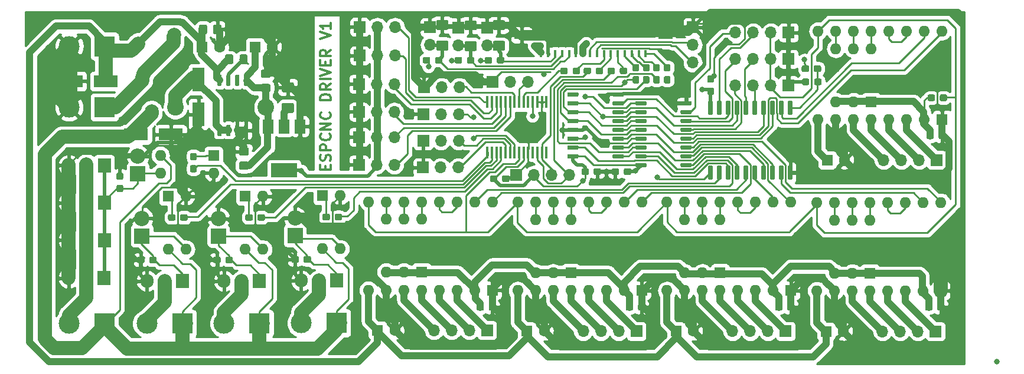
<source format=gtl>
G04 #@! TF.GenerationSoftware,KiCad,Pcbnew,(5.1.0)-1*
G04 #@! TF.CreationDate,2020-03-20T23:31:11+08:00*
G04 #@! TF.ProjectId,driver,64726976-6572-42e6-9b69-6361645f7063,rev?*
G04 #@! TF.SameCoordinates,Original*
G04 #@! TF.FileFunction,Copper,L1,Top*
G04 #@! TF.FilePolarity,Positive*
%FSLAX46Y46*%
G04 Gerber Fmt 4.6, Leading zero omitted, Abs format (unit mm)*
G04 Created by KiCad (PCBNEW (5.1.0)-1) date 2020-03-20 23:31:11*
%MOMM*%
%LPD*%
G04 APERTURE LIST*
%ADD10C,0.300000*%
%ADD11O,1.905000X2.000000*%
%ADD12R,1.905000X2.000000*%
%ADD13C,0.100000*%
%ADD14C,0.950000*%
%ADD15C,3.000000*%
%ADD16R,3.000000X3.000000*%
%ADD17O,2.200000X2.200000*%
%ADD18R,2.200000X2.200000*%
%ADD19O,1.600000X1.600000*%
%ADD20R,1.600000X1.600000*%
%ADD21C,1.150000*%
%ADD22C,1.600000*%
%ADD23C,1.425000*%
%ADD24R,3.500000X1.800000*%
%ADD25R,1.800000X3.500000*%
%ADD26C,2.010000*%
%ADD27R,2.000000X1.300000*%
%ADD28R,0.400000X1.000000*%
%ADD29O,1.700000X1.700000*%
%ADD30R,1.700000X1.700000*%
%ADD31C,2.400000*%
%ADD32C,0.600000*%
%ADD33R,3.800000X2.000000*%
%ADD34R,1.500000X2.000000*%
%ADD35R,0.450000X1.750000*%
%ADD36C,0.800000*%
%ADD37C,1.000000*%
%ADD38C,0.500000*%
%ADD39C,1.500000*%
%ADD40C,0.250000*%
%ADD41C,2.000000*%
%ADD42C,0.254000*%
G04 APERTURE END LIST*
D10*
X128692857Y-78400000D02*
X128692857Y-77900000D01*
X129478571Y-77685714D02*
X129478571Y-78400000D01*
X127978571Y-78400000D01*
X127978571Y-77685714D01*
X129407142Y-77114285D02*
X129478571Y-76900000D01*
X129478571Y-76542857D01*
X129407142Y-76400000D01*
X129335714Y-76328571D01*
X129192857Y-76257142D01*
X129050000Y-76257142D01*
X128907142Y-76328571D01*
X128835714Y-76400000D01*
X128764285Y-76542857D01*
X128692857Y-76828571D01*
X128621428Y-76971428D01*
X128550000Y-77042857D01*
X128407142Y-77114285D01*
X128264285Y-77114285D01*
X128121428Y-77042857D01*
X128050000Y-76971428D01*
X127978571Y-76828571D01*
X127978571Y-76471428D01*
X128050000Y-76257142D01*
X129478571Y-75614285D02*
X127978571Y-75614285D01*
X127978571Y-75042857D01*
X128050000Y-74900000D01*
X128121428Y-74828571D01*
X128264285Y-74757142D01*
X128478571Y-74757142D01*
X128621428Y-74828571D01*
X128692857Y-74900000D01*
X128764285Y-75042857D01*
X128764285Y-75614285D01*
X129335714Y-73257142D02*
X129407142Y-73328571D01*
X129478571Y-73542857D01*
X129478571Y-73685714D01*
X129407142Y-73900000D01*
X129264285Y-74042857D01*
X129121428Y-74114285D01*
X128835714Y-74185714D01*
X128621428Y-74185714D01*
X128335714Y-74114285D01*
X128192857Y-74042857D01*
X128050000Y-73900000D01*
X127978571Y-73685714D01*
X127978571Y-73542857D01*
X128050000Y-73328571D01*
X128121428Y-73257142D01*
X129478571Y-72614285D02*
X127978571Y-72614285D01*
X129478571Y-71757142D01*
X127978571Y-71757142D01*
X129335714Y-70185714D02*
X129407142Y-70257142D01*
X129478571Y-70471428D01*
X129478571Y-70614285D01*
X129407142Y-70828571D01*
X129264285Y-70971428D01*
X129121428Y-71042857D01*
X128835714Y-71114285D01*
X128621428Y-71114285D01*
X128335714Y-71042857D01*
X128192857Y-70971428D01*
X128050000Y-70828571D01*
X127978571Y-70614285D01*
X127978571Y-70471428D01*
X128050000Y-70257142D01*
X128121428Y-70185714D01*
X129478571Y-68400000D02*
X127978571Y-68400000D01*
X127978571Y-68042857D01*
X128050000Y-67828571D01*
X128192857Y-67685714D01*
X128335714Y-67614285D01*
X128621428Y-67542857D01*
X128835714Y-67542857D01*
X129121428Y-67614285D01*
X129264285Y-67685714D01*
X129407142Y-67828571D01*
X129478571Y-68042857D01*
X129478571Y-68400000D01*
X129478571Y-66042857D02*
X128764285Y-66542857D01*
X129478571Y-66900000D02*
X127978571Y-66900000D01*
X127978571Y-66328571D01*
X128050000Y-66185714D01*
X128121428Y-66114285D01*
X128264285Y-66042857D01*
X128478571Y-66042857D01*
X128621428Y-66114285D01*
X128692857Y-66185714D01*
X128764285Y-66328571D01*
X128764285Y-66900000D01*
X129478571Y-65400000D02*
X127978571Y-65400000D01*
X127978571Y-64900000D02*
X129478571Y-64400000D01*
X127978571Y-63900000D01*
X128692857Y-63400000D02*
X128692857Y-62900000D01*
X129478571Y-62685714D02*
X129478571Y-63400000D01*
X127978571Y-63400000D01*
X127978571Y-62685714D01*
X129478571Y-61185714D02*
X128764285Y-61685714D01*
X129478571Y-62042857D02*
X127978571Y-62042857D01*
X127978571Y-61471428D01*
X128050000Y-61328571D01*
X128121428Y-61257142D01*
X128264285Y-61185714D01*
X128478571Y-61185714D01*
X128621428Y-61257142D01*
X128692857Y-61328571D01*
X128764285Y-61471428D01*
X128764285Y-62042857D01*
X127978571Y-59614285D02*
X129478571Y-59114285D01*
X127978571Y-58614285D01*
X129478571Y-57328571D02*
X129478571Y-58185714D01*
X129478571Y-57757142D02*
X127978571Y-57757142D01*
X128192857Y-57900000D01*
X128335714Y-58042857D01*
X128407142Y-58185714D01*
D11*
X91929200Y-88526100D03*
X94469200Y-88526100D03*
D12*
X97009200Y-88526100D03*
D11*
X91929200Y-83154000D03*
X94469200Y-83154000D03*
D12*
X97009200Y-83154000D03*
D13*
G36*
X217461979Y-73066244D02*
G01*
X217485034Y-73069663D01*
X217507643Y-73075327D01*
X217529587Y-73083179D01*
X217550657Y-73093144D01*
X217570648Y-73105126D01*
X217589368Y-73119010D01*
X217606638Y-73134662D01*
X217622290Y-73151932D01*
X217636174Y-73170652D01*
X217648156Y-73190643D01*
X217658121Y-73211713D01*
X217665973Y-73233657D01*
X217671637Y-73256266D01*
X217675056Y-73279321D01*
X217676200Y-73302600D01*
X217676200Y-73777600D01*
X217675056Y-73800879D01*
X217671637Y-73823934D01*
X217665973Y-73846543D01*
X217658121Y-73868487D01*
X217648156Y-73889557D01*
X217636174Y-73909548D01*
X217622290Y-73928268D01*
X217606638Y-73945538D01*
X217589368Y-73961190D01*
X217570648Y-73975074D01*
X217550657Y-73987056D01*
X217529587Y-73997021D01*
X217507643Y-74004873D01*
X217485034Y-74010537D01*
X217461979Y-74013956D01*
X217438700Y-74015100D01*
X216863700Y-74015100D01*
X216840421Y-74013956D01*
X216817366Y-74010537D01*
X216794757Y-74004873D01*
X216772813Y-73997021D01*
X216751743Y-73987056D01*
X216731752Y-73975074D01*
X216713032Y-73961190D01*
X216695762Y-73945538D01*
X216680110Y-73928268D01*
X216666226Y-73909548D01*
X216654244Y-73889557D01*
X216644279Y-73868487D01*
X216636427Y-73846543D01*
X216630763Y-73823934D01*
X216627344Y-73800879D01*
X216626200Y-73777600D01*
X216626200Y-73302600D01*
X216627344Y-73279321D01*
X216630763Y-73256266D01*
X216636427Y-73233657D01*
X216644279Y-73211713D01*
X216654244Y-73190643D01*
X216666226Y-73170652D01*
X216680110Y-73151932D01*
X216695762Y-73134662D01*
X216713032Y-73119010D01*
X216731752Y-73105126D01*
X216751743Y-73093144D01*
X216772813Y-73083179D01*
X216794757Y-73075327D01*
X216817366Y-73069663D01*
X216840421Y-73066244D01*
X216863700Y-73065100D01*
X217438700Y-73065100D01*
X217461979Y-73066244D01*
X217461979Y-73066244D01*
G37*
D14*
X217151200Y-73540100D03*
D13*
G36*
X215711979Y-73066244D02*
G01*
X215735034Y-73069663D01*
X215757643Y-73075327D01*
X215779587Y-73083179D01*
X215800657Y-73093144D01*
X215820648Y-73105126D01*
X215839368Y-73119010D01*
X215856638Y-73134662D01*
X215872290Y-73151932D01*
X215886174Y-73170652D01*
X215898156Y-73190643D01*
X215908121Y-73211713D01*
X215915973Y-73233657D01*
X215921637Y-73256266D01*
X215925056Y-73279321D01*
X215926200Y-73302600D01*
X215926200Y-73777600D01*
X215925056Y-73800879D01*
X215921637Y-73823934D01*
X215915973Y-73846543D01*
X215908121Y-73868487D01*
X215898156Y-73889557D01*
X215886174Y-73909548D01*
X215872290Y-73928268D01*
X215856638Y-73945538D01*
X215839368Y-73961190D01*
X215820648Y-73975074D01*
X215800657Y-73987056D01*
X215779587Y-73997021D01*
X215757643Y-74004873D01*
X215735034Y-74010537D01*
X215711979Y-74013956D01*
X215688700Y-74015100D01*
X215113700Y-74015100D01*
X215090421Y-74013956D01*
X215067366Y-74010537D01*
X215044757Y-74004873D01*
X215022813Y-73997021D01*
X215001743Y-73987056D01*
X214981752Y-73975074D01*
X214963032Y-73961190D01*
X214945762Y-73945538D01*
X214930110Y-73928268D01*
X214916226Y-73909548D01*
X214904244Y-73889557D01*
X214894279Y-73868487D01*
X214886427Y-73846543D01*
X214880763Y-73823934D01*
X214877344Y-73800879D01*
X214876200Y-73777600D01*
X214876200Y-73302600D01*
X214877344Y-73279321D01*
X214880763Y-73256266D01*
X214886427Y-73233657D01*
X214894279Y-73211713D01*
X214904244Y-73190643D01*
X214916226Y-73170652D01*
X214930110Y-73151932D01*
X214945762Y-73134662D01*
X214963032Y-73119010D01*
X214981752Y-73105126D01*
X215001743Y-73093144D01*
X215022813Y-73083179D01*
X215044757Y-73075327D01*
X215067366Y-73069663D01*
X215090421Y-73066244D01*
X215113700Y-73065100D01*
X215688700Y-73065100D01*
X215711979Y-73066244D01*
X215711979Y-73066244D01*
G37*
D14*
X215401200Y-73540100D03*
D13*
G36*
X195783079Y-97716944D02*
G01*
X195806134Y-97720363D01*
X195828743Y-97726027D01*
X195850687Y-97733879D01*
X195871757Y-97743844D01*
X195891748Y-97755826D01*
X195910468Y-97769710D01*
X195927738Y-97785362D01*
X195943390Y-97802632D01*
X195957274Y-97821352D01*
X195969256Y-97841343D01*
X195979221Y-97862413D01*
X195987073Y-97884357D01*
X195992737Y-97906966D01*
X195996156Y-97930021D01*
X195997300Y-97953300D01*
X195997300Y-98428300D01*
X195996156Y-98451579D01*
X195992737Y-98474634D01*
X195987073Y-98497243D01*
X195979221Y-98519187D01*
X195969256Y-98540257D01*
X195957274Y-98560248D01*
X195943390Y-98578968D01*
X195927738Y-98596238D01*
X195910468Y-98611890D01*
X195891748Y-98625774D01*
X195871757Y-98637756D01*
X195850687Y-98647721D01*
X195828743Y-98655573D01*
X195806134Y-98661237D01*
X195783079Y-98664656D01*
X195759800Y-98665800D01*
X195184800Y-98665800D01*
X195161521Y-98664656D01*
X195138466Y-98661237D01*
X195115857Y-98655573D01*
X195093913Y-98647721D01*
X195072843Y-98637756D01*
X195052852Y-98625774D01*
X195034132Y-98611890D01*
X195016862Y-98596238D01*
X195001210Y-98578968D01*
X194987326Y-98560248D01*
X194975344Y-98540257D01*
X194965379Y-98519187D01*
X194957527Y-98497243D01*
X194951863Y-98474634D01*
X194948444Y-98451579D01*
X194947300Y-98428300D01*
X194947300Y-97953300D01*
X194948444Y-97930021D01*
X194951863Y-97906966D01*
X194957527Y-97884357D01*
X194965379Y-97862413D01*
X194975344Y-97841343D01*
X194987326Y-97821352D01*
X195001210Y-97802632D01*
X195016862Y-97785362D01*
X195034132Y-97769710D01*
X195052852Y-97755826D01*
X195072843Y-97743844D01*
X195093913Y-97733879D01*
X195115857Y-97726027D01*
X195138466Y-97720363D01*
X195161521Y-97716944D01*
X195184800Y-97715800D01*
X195759800Y-97715800D01*
X195783079Y-97716944D01*
X195783079Y-97716944D01*
G37*
D14*
X195472300Y-98190800D03*
D13*
G36*
X194033079Y-97716944D02*
G01*
X194056134Y-97720363D01*
X194078743Y-97726027D01*
X194100687Y-97733879D01*
X194121757Y-97743844D01*
X194141748Y-97755826D01*
X194160468Y-97769710D01*
X194177738Y-97785362D01*
X194193390Y-97802632D01*
X194207274Y-97821352D01*
X194219256Y-97841343D01*
X194229221Y-97862413D01*
X194237073Y-97884357D01*
X194242737Y-97906966D01*
X194246156Y-97930021D01*
X194247300Y-97953300D01*
X194247300Y-98428300D01*
X194246156Y-98451579D01*
X194242737Y-98474634D01*
X194237073Y-98497243D01*
X194229221Y-98519187D01*
X194219256Y-98540257D01*
X194207274Y-98560248D01*
X194193390Y-98578968D01*
X194177738Y-98596238D01*
X194160468Y-98611890D01*
X194141748Y-98625774D01*
X194121757Y-98637756D01*
X194100687Y-98647721D01*
X194078743Y-98655573D01*
X194056134Y-98661237D01*
X194033079Y-98664656D01*
X194009800Y-98665800D01*
X193434800Y-98665800D01*
X193411521Y-98664656D01*
X193388466Y-98661237D01*
X193365857Y-98655573D01*
X193343913Y-98647721D01*
X193322843Y-98637756D01*
X193302852Y-98625774D01*
X193284132Y-98611890D01*
X193266862Y-98596238D01*
X193251210Y-98578968D01*
X193237326Y-98560248D01*
X193225344Y-98540257D01*
X193215379Y-98519187D01*
X193207527Y-98497243D01*
X193201863Y-98474634D01*
X193198444Y-98451579D01*
X193197300Y-98428300D01*
X193197300Y-97953300D01*
X193198444Y-97930021D01*
X193201863Y-97906966D01*
X193207527Y-97884357D01*
X193215379Y-97862413D01*
X193225344Y-97841343D01*
X193237326Y-97821352D01*
X193251210Y-97802632D01*
X193266862Y-97785362D01*
X193284132Y-97769710D01*
X193302852Y-97755826D01*
X193322843Y-97743844D01*
X193343913Y-97733879D01*
X193365857Y-97726027D01*
X193388466Y-97720363D01*
X193411521Y-97716944D01*
X193434800Y-97715800D01*
X194009800Y-97715800D01*
X194033079Y-97716944D01*
X194033079Y-97716944D01*
G37*
D14*
X193722300Y-98190800D03*
D13*
G36*
X217284179Y-97716944D02*
G01*
X217307234Y-97720363D01*
X217329843Y-97726027D01*
X217351787Y-97733879D01*
X217372857Y-97743844D01*
X217392848Y-97755826D01*
X217411568Y-97769710D01*
X217428838Y-97785362D01*
X217444490Y-97802632D01*
X217458374Y-97821352D01*
X217470356Y-97841343D01*
X217480321Y-97862413D01*
X217488173Y-97884357D01*
X217493837Y-97906966D01*
X217497256Y-97930021D01*
X217498400Y-97953300D01*
X217498400Y-98428300D01*
X217497256Y-98451579D01*
X217493837Y-98474634D01*
X217488173Y-98497243D01*
X217480321Y-98519187D01*
X217470356Y-98540257D01*
X217458374Y-98560248D01*
X217444490Y-98578968D01*
X217428838Y-98596238D01*
X217411568Y-98611890D01*
X217392848Y-98625774D01*
X217372857Y-98637756D01*
X217351787Y-98647721D01*
X217329843Y-98655573D01*
X217307234Y-98661237D01*
X217284179Y-98664656D01*
X217260900Y-98665800D01*
X216685900Y-98665800D01*
X216662621Y-98664656D01*
X216639566Y-98661237D01*
X216616957Y-98655573D01*
X216595013Y-98647721D01*
X216573943Y-98637756D01*
X216553952Y-98625774D01*
X216535232Y-98611890D01*
X216517962Y-98596238D01*
X216502310Y-98578968D01*
X216488426Y-98560248D01*
X216476444Y-98540257D01*
X216466479Y-98519187D01*
X216458627Y-98497243D01*
X216452963Y-98474634D01*
X216449544Y-98451579D01*
X216448400Y-98428300D01*
X216448400Y-97953300D01*
X216449544Y-97930021D01*
X216452963Y-97906966D01*
X216458627Y-97884357D01*
X216466479Y-97862413D01*
X216476444Y-97841343D01*
X216488426Y-97821352D01*
X216502310Y-97802632D01*
X216517962Y-97785362D01*
X216535232Y-97769710D01*
X216553952Y-97755826D01*
X216573943Y-97743844D01*
X216595013Y-97733879D01*
X216616957Y-97726027D01*
X216639566Y-97720363D01*
X216662621Y-97716944D01*
X216685900Y-97715800D01*
X217260900Y-97715800D01*
X217284179Y-97716944D01*
X217284179Y-97716944D01*
G37*
D14*
X216973400Y-98190800D03*
D13*
G36*
X215534179Y-97716944D02*
G01*
X215557234Y-97720363D01*
X215579843Y-97726027D01*
X215601787Y-97733879D01*
X215622857Y-97743844D01*
X215642848Y-97755826D01*
X215661568Y-97769710D01*
X215678838Y-97785362D01*
X215694490Y-97802632D01*
X215708374Y-97821352D01*
X215720356Y-97841343D01*
X215730321Y-97862413D01*
X215738173Y-97884357D01*
X215743837Y-97906966D01*
X215747256Y-97930021D01*
X215748400Y-97953300D01*
X215748400Y-98428300D01*
X215747256Y-98451579D01*
X215743837Y-98474634D01*
X215738173Y-98497243D01*
X215730321Y-98519187D01*
X215720356Y-98540257D01*
X215708374Y-98560248D01*
X215694490Y-98578968D01*
X215678838Y-98596238D01*
X215661568Y-98611890D01*
X215642848Y-98625774D01*
X215622857Y-98637756D01*
X215601787Y-98647721D01*
X215579843Y-98655573D01*
X215557234Y-98661237D01*
X215534179Y-98664656D01*
X215510900Y-98665800D01*
X214935900Y-98665800D01*
X214912621Y-98664656D01*
X214889566Y-98661237D01*
X214866957Y-98655573D01*
X214845013Y-98647721D01*
X214823943Y-98637756D01*
X214803952Y-98625774D01*
X214785232Y-98611890D01*
X214767962Y-98596238D01*
X214752310Y-98578968D01*
X214738426Y-98560248D01*
X214726444Y-98540257D01*
X214716479Y-98519187D01*
X214708627Y-98497243D01*
X214702963Y-98474634D01*
X214699544Y-98451579D01*
X214698400Y-98428300D01*
X214698400Y-97953300D01*
X214699544Y-97930021D01*
X214702963Y-97906966D01*
X214708627Y-97884357D01*
X214716479Y-97862413D01*
X214726444Y-97841343D01*
X214738426Y-97821352D01*
X214752310Y-97802632D01*
X214767962Y-97785362D01*
X214785232Y-97769710D01*
X214803952Y-97755826D01*
X214823943Y-97743844D01*
X214845013Y-97733879D01*
X214866957Y-97726027D01*
X214889566Y-97720363D01*
X214912621Y-97716944D01*
X214935900Y-97715800D01*
X215510900Y-97715800D01*
X215534179Y-97716944D01*
X215534179Y-97716944D01*
G37*
D14*
X215223400Y-98190800D03*
D13*
G36*
X174370879Y-97716944D02*
G01*
X174393934Y-97720363D01*
X174416543Y-97726027D01*
X174438487Y-97733879D01*
X174459557Y-97743844D01*
X174479548Y-97755826D01*
X174498268Y-97769710D01*
X174515538Y-97785362D01*
X174531190Y-97802632D01*
X174545074Y-97821352D01*
X174557056Y-97841343D01*
X174567021Y-97862413D01*
X174574873Y-97884357D01*
X174580537Y-97906966D01*
X174583956Y-97930021D01*
X174585100Y-97953300D01*
X174585100Y-98428300D01*
X174583956Y-98451579D01*
X174580537Y-98474634D01*
X174574873Y-98497243D01*
X174567021Y-98519187D01*
X174557056Y-98540257D01*
X174545074Y-98560248D01*
X174531190Y-98578968D01*
X174515538Y-98596238D01*
X174498268Y-98611890D01*
X174479548Y-98625774D01*
X174459557Y-98637756D01*
X174438487Y-98647721D01*
X174416543Y-98655573D01*
X174393934Y-98661237D01*
X174370879Y-98664656D01*
X174347600Y-98665800D01*
X173772600Y-98665800D01*
X173749321Y-98664656D01*
X173726266Y-98661237D01*
X173703657Y-98655573D01*
X173681713Y-98647721D01*
X173660643Y-98637756D01*
X173640652Y-98625774D01*
X173621932Y-98611890D01*
X173604662Y-98596238D01*
X173589010Y-98578968D01*
X173575126Y-98560248D01*
X173563144Y-98540257D01*
X173553179Y-98519187D01*
X173545327Y-98497243D01*
X173539663Y-98474634D01*
X173536244Y-98451579D01*
X173535100Y-98428300D01*
X173535100Y-97953300D01*
X173536244Y-97930021D01*
X173539663Y-97906966D01*
X173545327Y-97884357D01*
X173553179Y-97862413D01*
X173563144Y-97841343D01*
X173575126Y-97821352D01*
X173589010Y-97802632D01*
X173604662Y-97785362D01*
X173621932Y-97769710D01*
X173640652Y-97755826D01*
X173660643Y-97743844D01*
X173681713Y-97733879D01*
X173703657Y-97726027D01*
X173726266Y-97720363D01*
X173749321Y-97716944D01*
X173772600Y-97715800D01*
X174347600Y-97715800D01*
X174370879Y-97716944D01*
X174370879Y-97716944D01*
G37*
D14*
X174060100Y-98190800D03*
D13*
G36*
X172620879Y-97716944D02*
G01*
X172643934Y-97720363D01*
X172666543Y-97726027D01*
X172688487Y-97733879D01*
X172709557Y-97743844D01*
X172729548Y-97755826D01*
X172748268Y-97769710D01*
X172765538Y-97785362D01*
X172781190Y-97802632D01*
X172795074Y-97821352D01*
X172807056Y-97841343D01*
X172817021Y-97862413D01*
X172824873Y-97884357D01*
X172830537Y-97906966D01*
X172833956Y-97930021D01*
X172835100Y-97953300D01*
X172835100Y-98428300D01*
X172833956Y-98451579D01*
X172830537Y-98474634D01*
X172824873Y-98497243D01*
X172817021Y-98519187D01*
X172807056Y-98540257D01*
X172795074Y-98560248D01*
X172781190Y-98578968D01*
X172765538Y-98596238D01*
X172748268Y-98611890D01*
X172729548Y-98625774D01*
X172709557Y-98637756D01*
X172688487Y-98647721D01*
X172666543Y-98655573D01*
X172643934Y-98661237D01*
X172620879Y-98664656D01*
X172597600Y-98665800D01*
X172022600Y-98665800D01*
X171999321Y-98664656D01*
X171976266Y-98661237D01*
X171953657Y-98655573D01*
X171931713Y-98647721D01*
X171910643Y-98637756D01*
X171890652Y-98625774D01*
X171871932Y-98611890D01*
X171854662Y-98596238D01*
X171839010Y-98578968D01*
X171825126Y-98560248D01*
X171813144Y-98540257D01*
X171803179Y-98519187D01*
X171795327Y-98497243D01*
X171789663Y-98474634D01*
X171786244Y-98451579D01*
X171785100Y-98428300D01*
X171785100Y-97953300D01*
X171786244Y-97930021D01*
X171789663Y-97906966D01*
X171795327Y-97884357D01*
X171803179Y-97862413D01*
X171813144Y-97841343D01*
X171825126Y-97821352D01*
X171839010Y-97802632D01*
X171854662Y-97785362D01*
X171871932Y-97769710D01*
X171890652Y-97755826D01*
X171910643Y-97743844D01*
X171931713Y-97733879D01*
X171953657Y-97726027D01*
X171976266Y-97720363D01*
X171999321Y-97716944D01*
X172022600Y-97715800D01*
X172597600Y-97715800D01*
X172620879Y-97716944D01*
X172620879Y-97716944D01*
G37*
D14*
X172310100Y-98190800D03*
D13*
G36*
X152971379Y-97716944D02*
G01*
X152994434Y-97720363D01*
X153017043Y-97726027D01*
X153038987Y-97733879D01*
X153060057Y-97743844D01*
X153080048Y-97755826D01*
X153098768Y-97769710D01*
X153116038Y-97785362D01*
X153131690Y-97802632D01*
X153145574Y-97821352D01*
X153157556Y-97841343D01*
X153167521Y-97862413D01*
X153175373Y-97884357D01*
X153181037Y-97906966D01*
X153184456Y-97930021D01*
X153185600Y-97953300D01*
X153185600Y-98428300D01*
X153184456Y-98451579D01*
X153181037Y-98474634D01*
X153175373Y-98497243D01*
X153167521Y-98519187D01*
X153157556Y-98540257D01*
X153145574Y-98560248D01*
X153131690Y-98578968D01*
X153116038Y-98596238D01*
X153098768Y-98611890D01*
X153080048Y-98625774D01*
X153060057Y-98637756D01*
X153038987Y-98647721D01*
X153017043Y-98655573D01*
X152994434Y-98661237D01*
X152971379Y-98664656D01*
X152948100Y-98665800D01*
X152373100Y-98665800D01*
X152349821Y-98664656D01*
X152326766Y-98661237D01*
X152304157Y-98655573D01*
X152282213Y-98647721D01*
X152261143Y-98637756D01*
X152241152Y-98625774D01*
X152222432Y-98611890D01*
X152205162Y-98596238D01*
X152189510Y-98578968D01*
X152175626Y-98560248D01*
X152163644Y-98540257D01*
X152153679Y-98519187D01*
X152145827Y-98497243D01*
X152140163Y-98474634D01*
X152136744Y-98451579D01*
X152135600Y-98428300D01*
X152135600Y-97953300D01*
X152136744Y-97930021D01*
X152140163Y-97906966D01*
X152145827Y-97884357D01*
X152153679Y-97862413D01*
X152163644Y-97841343D01*
X152175626Y-97821352D01*
X152189510Y-97802632D01*
X152205162Y-97785362D01*
X152222432Y-97769710D01*
X152241152Y-97755826D01*
X152261143Y-97743844D01*
X152282213Y-97733879D01*
X152304157Y-97726027D01*
X152326766Y-97720363D01*
X152349821Y-97716944D01*
X152373100Y-97715800D01*
X152948100Y-97715800D01*
X152971379Y-97716944D01*
X152971379Y-97716944D01*
G37*
D14*
X152660600Y-98190800D03*
D13*
G36*
X151221379Y-97716944D02*
G01*
X151244434Y-97720363D01*
X151267043Y-97726027D01*
X151288987Y-97733879D01*
X151310057Y-97743844D01*
X151330048Y-97755826D01*
X151348768Y-97769710D01*
X151366038Y-97785362D01*
X151381690Y-97802632D01*
X151395574Y-97821352D01*
X151407556Y-97841343D01*
X151417521Y-97862413D01*
X151425373Y-97884357D01*
X151431037Y-97906966D01*
X151434456Y-97930021D01*
X151435600Y-97953300D01*
X151435600Y-98428300D01*
X151434456Y-98451579D01*
X151431037Y-98474634D01*
X151425373Y-98497243D01*
X151417521Y-98519187D01*
X151407556Y-98540257D01*
X151395574Y-98560248D01*
X151381690Y-98578968D01*
X151366038Y-98596238D01*
X151348768Y-98611890D01*
X151330048Y-98625774D01*
X151310057Y-98637756D01*
X151288987Y-98647721D01*
X151267043Y-98655573D01*
X151244434Y-98661237D01*
X151221379Y-98664656D01*
X151198100Y-98665800D01*
X150623100Y-98665800D01*
X150599821Y-98664656D01*
X150576766Y-98661237D01*
X150554157Y-98655573D01*
X150532213Y-98647721D01*
X150511143Y-98637756D01*
X150491152Y-98625774D01*
X150472432Y-98611890D01*
X150455162Y-98596238D01*
X150439510Y-98578968D01*
X150425626Y-98560248D01*
X150413644Y-98540257D01*
X150403679Y-98519187D01*
X150395827Y-98497243D01*
X150390163Y-98474634D01*
X150386744Y-98451579D01*
X150385600Y-98428300D01*
X150385600Y-97953300D01*
X150386744Y-97930021D01*
X150390163Y-97906966D01*
X150395827Y-97884357D01*
X150403679Y-97862413D01*
X150413644Y-97841343D01*
X150425626Y-97821352D01*
X150439510Y-97802632D01*
X150455162Y-97785362D01*
X150472432Y-97769710D01*
X150491152Y-97755826D01*
X150511143Y-97743844D01*
X150532213Y-97733879D01*
X150554157Y-97726027D01*
X150576766Y-97720363D01*
X150599821Y-97716944D01*
X150623100Y-97715800D01*
X151198100Y-97715800D01*
X151221379Y-97716944D01*
X151221379Y-97716944D01*
G37*
D14*
X150910600Y-98190800D03*
D15*
X125241300Y-100451400D03*
D16*
X130321300Y-100451400D03*
D17*
X124365000Y-85363800D03*
D18*
X124365000Y-87903800D03*
D17*
X113379500Y-85427300D03*
D18*
X113379500Y-87967300D03*
D17*
X102419400Y-85389200D03*
D18*
X102419400Y-87929200D03*
X101822500Y-79001100D03*
D17*
X101822500Y-76461100D03*
D19*
X128289300Y-89783400D03*
X130829300Y-82163400D03*
X130829300Y-89783400D03*
D20*
X128289300Y-82163400D03*
D19*
X117227600Y-89846900D03*
X119767600Y-82226900D03*
X119767600Y-89846900D03*
D20*
X117227600Y-82226900D03*
D19*
X106165900Y-89846900D03*
X108705900Y-82226900D03*
X108705900Y-89846900D03*
D20*
X106165900Y-82226900D03*
X112681000Y-76359500D03*
D19*
X105061000Y-78899500D03*
X112681000Y-78899500D03*
X105061000Y-76359500D03*
D13*
G36*
X126427079Y-90833544D02*
G01*
X126450134Y-90836963D01*
X126472743Y-90842627D01*
X126494687Y-90850479D01*
X126515757Y-90860444D01*
X126535748Y-90872426D01*
X126554468Y-90886310D01*
X126571738Y-90901962D01*
X126587390Y-90919232D01*
X126601274Y-90937952D01*
X126613256Y-90957943D01*
X126623221Y-90979013D01*
X126631073Y-91000957D01*
X126636737Y-91023566D01*
X126640156Y-91046621D01*
X126641300Y-91069900D01*
X126641300Y-91544900D01*
X126640156Y-91568179D01*
X126636737Y-91591234D01*
X126631073Y-91613843D01*
X126623221Y-91635787D01*
X126613256Y-91656857D01*
X126601274Y-91676848D01*
X126587390Y-91695568D01*
X126571738Y-91712838D01*
X126554468Y-91728490D01*
X126535748Y-91742374D01*
X126515757Y-91754356D01*
X126494687Y-91764321D01*
X126472743Y-91772173D01*
X126450134Y-91777837D01*
X126427079Y-91781256D01*
X126403800Y-91782400D01*
X125828800Y-91782400D01*
X125805521Y-91781256D01*
X125782466Y-91777837D01*
X125759857Y-91772173D01*
X125737913Y-91764321D01*
X125716843Y-91754356D01*
X125696852Y-91742374D01*
X125678132Y-91728490D01*
X125660862Y-91712838D01*
X125645210Y-91695568D01*
X125631326Y-91676848D01*
X125619344Y-91656857D01*
X125609379Y-91635787D01*
X125601527Y-91613843D01*
X125595863Y-91591234D01*
X125592444Y-91568179D01*
X125591300Y-91544900D01*
X125591300Y-91069900D01*
X125592444Y-91046621D01*
X125595863Y-91023566D01*
X125601527Y-91000957D01*
X125609379Y-90979013D01*
X125619344Y-90957943D01*
X125631326Y-90937952D01*
X125645210Y-90919232D01*
X125660862Y-90901962D01*
X125678132Y-90886310D01*
X125696852Y-90872426D01*
X125716843Y-90860444D01*
X125737913Y-90850479D01*
X125759857Y-90842627D01*
X125782466Y-90836963D01*
X125805521Y-90833544D01*
X125828800Y-90832400D01*
X126403800Y-90832400D01*
X126427079Y-90833544D01*
X126427079Y-90833544D01*
G37*
D14*
X126116300Y-91307400D03*
D13*
G36*
X124677079Y-90833544D02*
G01*
X124700134Y-90836963D01*
X124722743Y-90842627D01*
X124744687Y-90850479D01*
X124765757Y-90860444D01*
X124785748Y-90872426D01*
X124804468Y-90886310D01*
X124821738Y-90901962D01*
X124837390Y-90919232D01*
X124851274Y-90937952D01*
X124863256Y-90957943D01*
X124873221Y-90979013D01*
X124881073Y-91000957D01*
X124886737Y-91023566D01*
X124890156Y-91046621D01*
X124891300Y-91069900D01*
X124891300Y-91544900D01*
X124890156Y-91568179D01*
X124886737Y-91591234D01*
X124881073Y-91613843D01*
X124873221Y-91635787D01*
X124863256Y-91656857D01*
X124851274Y-91676848D01*
X124837390Y-91695568D01*
X124821738Y-91712838D01*
X124804468Y-91728490D01*
X124785748Y-91742374D01*
X124765757Y-91754356D01*
X124744687Y-91764321D01*
X124722743Y-91772173D01*
X124700134Y-91777837D01*
X124677079Y-91781256D01*
X124653800Y-91782400D01*
X124078800Y-91782400D01*
X124055521Y-91781256D01*
X124032466Y-91777837D01*
X124009857Y-91772173D01*
X123987913Y-91764321D01*
X123966843Y-91754356D01*
X123946852Y-91742374D01*
X123928132Y-91728490D01*
X123910862Y-91712838D01*
X123895210Y-91695568D01*
X123881326Y-91676848D01*
X123869344Y-91656857D01*
X123859379Y-91635787D01*
X123851527Y-91613843D01*
X123845863Y-91591234D01*
X123842444Y-91568179D01*
X123841300Y-91544900D01*
X123841300Y-91069900D01*
X123842444Y-91046621D01*
X123845863Y-91023566D01*
X123851527Y-91000957D01*
X123859379Y-90979013D01*
X123869344Y-90957943D01*
X123881326Y-90937952D01*
X123895210Y-90919232D01*
X123910862Y-90901962D01*
X123928132Y-90886310D01*
X123946852Y-90872426D01*
X123966843Y-90860444D01*
X123987913Y-90850479D01*
X124009857Y-90842627D01*
X124032466Y-90836963D01*
X124055521Y-90833544D01*
X124078800Y-90832400D01*
X124653800Y-90832400D01*
X124677079Y-90833544D01*
X124677079Y-90833544D01*
G37*
D14*
X124366300Y-91307400D03*
D13*
G36*
X130886079Y-84737544D02*
G01*
X130909134Y-84740963D01*
X130931743Y-84746627D01*
X130953687Y-84754479D01*
X130974757Y-84764444D01*
X130994748Y-84776426D01*
X131013468Y-84790310D01*
X131030738Y-84805962D01*
X131046390Y-84823232D01*
X131060274Y-84841952D01*
X131072256Y-84861943D01*
X131082221Y-84883013D01*
X131090073Y-84904957D01*
X131095737Y-84927566D01*
X131099156Y-84950621D01*
X131100300Y-84973900D01*
X131100300Y-85448900D01*
X131099156Y-85472179D01*
X131095737Y-85495234D01*
X131090073Y-85517843D01*
X131082221Y-85539787D01*
X131072256Y-85560857D01*
X131060274Y-85580848D01*
X131046390Y-85599568D01*
X131030738Y-85616838D01*
X131013468Y-85632490D01*
X130994748Y-85646374D01*
X130974757Y-85658356D01*
X130953687Y-85668321D01*
X130931743Y-85676173D01*
X130909134Y-85681837D01*
X130886079Y-85685256D01*
X130862800Y-85686400D01*
X130287800Y-85686400D01*
X130264521Y-85685256D01*
X130241466Y-85681837D01*
X130218857Y-85676173D01*
X130196913Y-85668321D01*
X130175843Y-85658356D01*
X130155852Y-85646374D01*
X130137132Y-85632490D01*
X130119862Y-85616838D01*
X130104210Y-85599568D01*
X130090326Y-85580848D01*
X130078344Y-85560857D01*
X130068379Y-85539787D01*
X130060527Y-85517843D01*
X130054863Y-85495234D01*
X130051444Y-85472179D01*
X130050300Y-85448900D01*
X130050300Y-84973900D01*
X130051444Y-84950621D01*
X130054863Y-84927566D01*
X130060527Y-84904957D01*
X130068379Y-84883013D01*
X130078344Y-84861943D01*
X130090326Y-84841952D01*
X130104210Y-84823232D01*
X130119862Y-84805962D01*
X130137132Y-84790310D01*
X130155852Y-84776426D01*
X130175843Y-84764444D01*
X130196913Y-84754479D01*
X130218857Y-84746627D01*
X130241466Y-84740963D01*
X130264521Y-84737544D01*
X130287800Y-84736400D01*
X130862800Y-84736400D01*
X130886079Y-84737544D01*
X130886079Y-84737544D01*
G37*
D14*
X130575300Y-85211400D03*
D13*
G36*
X129136079Y-84737544D02*
G01*
X129159134Y-84740963D01*
X129181743Y-84746627D01*
X129203687Y-84754479D01*
X129224757Y-84764444D01*
X129244748Y-84776426D01*
X129263468Y-84790310D01*
X129280738Y-84805962D01*
X129296390Y-84823232D01*
X129310274Y-84841952D01*
X129322256Y-84861943D01*
X129332221Y-84883013D01*
X129340073Y-84904957D01*
X129345737Y-84927566D01*
X129349156Y-84950621D01*
X129350300Y-84973900D01*
X129350300Y-85448900D01*
X129349156Y-85472179D01*
X129345737Y-85495234D01*
X129340073Y-85517843D01*
X129332221Y-85539787D01*
X129322256Y-85560857D01*
X129310274Y-85580848D01*
X129296390Y-85599568D01*
X129280738Y-85616838D01*
X129263468Y-85632490D01*
X129244748Y-85646374D01*
X129224757Y-85658356D01*
X129203687Y-85668321D01*
X129181743Y-85676173D01*
X129159134Y-85681837D01*
X129136079Y-85685256D01*
X129112800Y-85686400D01*
X128537800Y-85686400D01*
X128514521Y-85685256D01*
X128491466Y-85681837D01*
X128468857Y-85676173D01*
X128446913Y-85668321D01*
X128425843Y-85658356D01*
X128405852Y-85646374D01*
X128387132Y-85632490D01*
X128369862Y-85616838D01*
X128354210Y-85599568D01*
X128340326Y-85580848D01*
X128328344Y-85560857D01*
X128318379Y-85539787D01*
X128310527Y-85517843D01*
X128304863Y-85495234D01*
X128301444Y-85472179D01*
X128300300Y-85448900D01*
X128300300Y-84973900D01*
X128301444Y-84950621D01*
X128304863Y-84927566D01*
X128310527Y-84904957D01*
X128318379Y-84883013D01*
X128328344Y-84861943D01*
X128340326Y-84841952D01*
X128354210Y-84823232D01*
X128369862Y-84805962D01*
X128387132Y-84790310D01*
X128405852Y-84776426D01*
X128425843Y-84764444D01*
X128446913Y-84754479D01*
X128468857Y-84746627D01*
X128491466Y-84740963D01*
X128514521Y-84737544D01*
X128537800Y-84736400D01*
X129112800Y-84736400D01*
X129136079Y-84737544D01*
X129136079Y-84737544D01*
G37*
D14*
X128825300Y-85211400D03*
D13*
G36*
X115224379Y-90897044D02*
G01*
X115247434Y-90900463D01*
X115270043Y-90906127D01*
X115291987Y-90913979D01*
X115313057Y-90923944D01*
X115333048Y-90935926D01*
X115351768Y-90949810D01*
X115369038Y-90965462D01*
X115384690Y-90982732D01*
X115398574Y-91001452D01*
X115410556Y-91021443D01*
X115420521Y-91042513D01*
X115428373Y-91064457D01*
X115434037Y-91087066D01*
X115437456Y-91110121D01*
X115438600Y-91133400D01*
X115438600Y-91608400D01*
X115437456Y-91631679D01*
X115434037Y-91654734D01*
X115428373Y-91677343D01*
X115420521Y-91699287D01*
X115410556Y-91720357D01*
X115398574Y-91740348D01*
X115384690Y-91759068D01*
X115369038Y-91776338D01*
X115351768Y-91791990D01*
X115333048Y-91805874D01*
X115313057Y-91817856D01*
X115291987Y-91827821D01*
X115270043Y-91835673D01*
X115247434Y-91841337D01*
X115224379Y-91844756D01*
X115201100Y-91845900D01*
X114626100Y-91845900D01*
X114602821Y-91844756D01*
X114579766Y-91841337D01*
X114557157Y-91835673D01*
X114535213Y-91827821D01*
X114514143Y-91817856D01*
X114494152Y-91805874D01*
X114475432Y-91791990D01*
X114458162Y-91776338D01*
X114442510Y-91759068D01*
X114428626Y-91740348D01*
X114416644Y-91720357D01*
X114406679Y-91699287D01*
X114398827Y-91677343D01*
X114393163Y-91654734D01*
X114389744Y-91631679D01*
X114388600Y-91608400D01*
X114388600Y-91133400D01*
X114389744Y-91110121D01*
X114393163Y-91087066D01*
X114398827Y-91064457D01*
X114406679Y-91042513D01*
X114416644Y-91021443D01*
X114428626Y-91001452D01*
X114442510Y-90982732D01*
X114458162Y-90965462D01*
X114475432Y-90949810D01*
X114494152Y-90935926D01*
X114514143Y-90923944D01*
X114535213Y-90913979D01*
X114557157Y-90906127D01*
X114579766Y-90900463D01*
X114602821Y-90897044D01*
X114626100Y-90895900D01*
X115201100Y-90895900D01*
X115224379Y-90897044D01*
X115224379Y-90897044D01*
G37*
D14*
X114913600Y-91370900D03*
D13*
G36*
X113474379Y-90897044D02*
G01*
X113497434Y-90900463D01*
X113520043Y-90906127D01*
X113541987Y-90913979D01*
X113563057Y-90923944D01*
X113583048Y-90935926D01*
X113601768Y-90949810D01*
X113619038Y-90965462D01*
X113634690Y-90982732D01*
X113648574Y-91001452D01*
X113660556Y-91021443D01*
X113670521Y-91042513D01*
X113678373Y-91064457D01*
X113684037Y-91087066D01*
X113687456Y-91110121D01*
X113688600Y-91133400D01*
X113688600Y-91608400D01*
X113687456Y-91631679D01*
X113684037Y-91654734D01*
X113678373Y-91677343D01*
X113670521Y-91699287D01*
X113660556Y-91720357D01*
X113648574Y-91740348D01*
X113634690Y-91759068D01*
X113619038Y-91776338D01*
X113601768Y-91791990D01*
X113583048Y-91805874D01*
X113563057Y-91817856D01*
X113541987Y-91827821D01*
X113520043Y-91835673D01*
X113497434Y-91841337D01*
X113474379Y-91844756D01*
X113451100Y-91845900D01*
X112876100Y-91845900D01*
X112852821Y-91844756D01*
X112829766Y-91841337D01*
X112807157Y-91835673D01*
X112785213Y-91827821D01*
X112764143Y-91817856D01*
X112744152Y-91805874D01*
X112725432Y-91791990D01*
X112708162Y-91776338D01*
X112692510Y-91759068D01*
X112678626Y-91740348D01*
X112666644Y-91720357D01*
X112656679Y-91699287D01*
X112648827Y-91677343D01*
X112643163Y-91654734D01*
X112639744Y-91631679D01*
X112638600Y-91608400D01*
X112638600Y-91133400D01*
X112639744Y-91110121D01*
X112643163Y-91087066D01*
X112648827Y-91064457D01*
X112656679Y-91042513D01*
X112666644Y-91021443D01*
X112678626Y-91001452D01*
X112692510Y-90982732D01*
X112708162Y-90965462D01*
X112725432Y-90949810D01*
X112744152Y-90935926D01*
X112764143Y-90923944D01*
X112785213Y-90913979D01*
X112807157Y-90906127D01*
X112829766Y-90900463D01*
X112852821Y-90897044D01*
X112876100Y-90895900D01*
X113451100Y-90895900D01*
X113474379Y-90897044D01*
X113474379Y-90897044D01*
G37*
D14*
X113163600Y-91370900D03*
D13*
G36*
X119824379Y-84801044D02*
G01*
X119847434Y-84804463D01*
X119870043Y-84810127D01*
X119891987Y-84817979D01*
X119913057Y-84827944D01*
X119933048Y-84839926D01*
X119951768Y-84853810D01*
X119969038Y-84869462D01*
X119984690Y-84886732D01*
X119998574Y-84905452D01*
X120010556Y-84925443D01*
X120020521Y-84946513D01*
X120028373Y-84968457D01*
X120034037Y-84991066D01*
X120037456Y-85014121D01*
X120038600Y-85037400D01*
X120038600Y-85512400D01*
X120037456Y-85535679D01*
X120034037Y-85558734D01*
X120028373Y-85581343D01*
X120020521Y-85603287D01*
X120010556Y-85624357D01*
X119998574Y-85644348D01*
X119984690Y-85663068D01*
X119969038Y-85680338D01*
X119951768Y-85695990D01*
X119933048Y-85709874D01*
X119913057Y-85721856D01*
X119891987Y-85731821D01*
X119870043Y-85739673D01*
X119847434Y-85745337D01*
X119824379Y-85748756D01*
X119801100Y-85749900D01*
X119226100Y-85749900D01*
X119202821Y-85748756D01*
X119179766Y-85745337D01*
X119157157Y-85739673D01*
X119135213Y-85731821D01*
X119114143Y-85721856D01*
X119094152Y-85709874D01*
X119075432Y-85695990D01*
X119058162Y-85680338D01*
X119042510Y-85663068D01*
X119028626Y-85644348D01*
X119016644Y-85624357D01*
X119006679Y-85603287D01*
X118998827Y-85581343D01*
X118993163Y-85558734D01*
X118989744Y-85535679D01*
X118988600Y-85512400D01*
X118988600Y-85037400D01*
X118989744Y-85014121D01*
X118993163Y-84991066D01*
X118998827Y-84968457D01*
X119006679Y-84946513D01*
X119016644Y-84925443D01*
X119028626Y-84905452D01*
X119042510Y-84886732D01*
X119058162Y-84869462D01*
X119075432Y-84853810D01*
X119094152Y-84839926D01*
X119114143Y-84827944D01*
X119135213Y-84817979D01*
X119157157Y-84810127D01*
X119179766Y-84804463D01*
X119202821Y-84801044D01*
X119226100Y-84799900D01*
X119801100Y-84799900D01*
X119824379Y-84801044D01*
X119824379Y-84801044D01*
G37*
D14*
X119513600Y-85274900D03*
D13*
G36*
X118074379Y-84801044D02*
G01*
X118097434Y-84804463D01*
X118120043Y-84810127D01*
X118141987Y-84817979D01*
X118163057Y-84827944D01*
X118183048Y-84839926D01*
X118201768Y-84853810D01*
X118219038Y-84869462D01*
X118234690Y-84886732D01*
X118248574Y-84905452D01*
X118260556Y-84925443D01*
X118270521Y-84946513D01*
X118278373Y-84968457D01*
X118284037Y-84991066D01*
X118287456Y-85014121D01*
X118288600Y-85037400D01*
X118288600Y-85512400D01*
X118287456Y-85535679D01*
X118284037Y-85558734D01*
X118278373Y-85581343D01*
X118270521Y-85603287D01*
X118260556Y-85624357D01*
X118248574Y-85644348D01*
X118234690Y-85663068D01*
X118219038Y-85680338D01*
X118201768Y-85695990D01*
X118183048Y-85709874D01*
X118163057Y-85721856D01*
X118141987Y-85731821D01*
X118120043Y-85739673D01*
X118097434Y-85745337D01*
X118074379Y-85748756D01*
X118051100Y-85749900D01*
X117476100Y-85749900D01*
X117452821Y-85748756D01*
X117429766Y-85745337D01*
X117407157Y-85739673D01*
X117385213Y-85731821D01*
X117364143Y-85721856D01*
X117344152Y-85709874D01*
X117325432Y-85695990D01*
X117308162Y-85680338D01*
X117292510Y-85663068D01*
X117278626Y-85644348D01*
X117266644Y-85624357D01*
X117256679Y-85603287D01*
X117248827Y-85581343D01*
X117243163Y-85558734D01*
X117239744Y-85535679D01*
X117238600Y-85512400D01*
X117238600Y-85037400D01*
X117239744Y-85014121D01*
X117243163Y-84991066D01*
X117248827Y-84968457D01*
X117256679Y-84946513D01*
X117266644Y-84925443D01*
X117278626Y-84905452D01*
X117292510Y-84886732D01*
X117308162Y-84869462D01*
X117325432Y-84853810D01*
X117344152Y-84839926D01*
X117364143Y-84827944D01*
X117385213Y-84817979D01*
X117407157Y-84810127D01*
X117429766Y-84804463D01*
X117452821Y-84801044D01*
X117476100Y-84799900D01*
X118051100Y-84799900D01*
X118074379Y-84801044D01*
X118074379Y-84801044D01*
G37*
D14*
X117763600Y-85274900D03*
D13*
G36*
X104303679Y-90897044D02*
G01*
X104326734Y-90900463D01*
X104349343Y-90906127D01*
X104371287Y-90913979D01*
X104392357Y-90923944D01*
X104412348Y-90935926D01*
X104431068Y-90949810D01*
X104448338Y-90965462D01*
X104463990Y-90982732D01*
X104477874Y-91001452D01*
X104489856Y-91021443D01*
X104499821Y-91042513D01*
X104507673Y-91064457D01*
X104513337Y-91087066D01*
X104516756Y-91110121D01*
X104517900Y-91133400D01*
X104517900Y-91608400D01*
X104516756Y-91631679D01*
X104513337Y-91654734D01*
X104507673Y-91677343D01*
X104499821Y-91699287D01*
X104489856Y-91720357D01*
X104477874Y-91740348D01*
X104463990Y-91759068D01*
X104448338Y-91776338D01*
X104431068Y-91791990D01*
X104412348Y-91805874D01*
X104392357Y-91817856D01*
X104371287Y-91827821D01*
X104349343Y-91835673D01*
X104326734Y-91841337D01*
X104303679Y-91844756D01*
X104280400Y-91845900D01*
X103705400Y-91845900D01*
X103682121Y-91844756D01*
X103659066Y-91841337D01*
X103636457Y-91835673D01*
X103614513Y-91827821D01*
X103593443Y-91817856D01*
X103573452Y-91805874D01*
X103554732Y-91791990D01*
X103537462Y-91776338D01*
X103521810Y-91759068D01*
X103507926Y-91740348D01*
X103495944Y-91720357D01*
X103485979Y-91699287D01*
X103478127Y-91677343D01*
X103472463Y-91654734D01*
X103469044Y-91631679D01*
X103467900Y-91608400D01*
X103467900Y-91133400D01*
X103469044Y-91110121D01*
X103472463Y-91087066D01*
X103478127Y-91064457D01*
X103485979Y-91042513D01*
X103495944Y-91021443D01*
X103507926Y-91001452D01*
X103521810Y-90982732D01*
X103537462Y-90965462D01*
X103554732Y-90949810D01*
X103573452Y-90935926D01*
X103593443Y-90923944D01*
X103614513Y-90913979D01*
X103636457Y-90906127D01*
X103659066Y-90900463D01*
X103682121Y-90897044D01*
X103705400Y-90895900D01*
X104280400Y-90895900D01*
X104303679Y-90897044D01*
X104303679Y-90897044D01*
G37*
D14*
X103992900Y-91370900D03*
D13*
G36*
X102553679Y-90897044D02*
G01*
X102576734Y-90900463D01*
X102599343Y-90906127D01*
X102621287Y-90913979D01*
X102642357Y-90923944D01*
X102662348Y-90935926D01*
X102681068Y-90949810D01*
X102698338Y-90965462D01*
X102713990Y-90982732D01*
X102727874Y-91001452D01*
X102739856Y-91021443D01*
X102749821Y-91042513D01*
X102757673Y-91064457D01*
X102763337Y-91087066D01*
X102766756Y-91110121D01*
X102767900Y-91133400D01*
X102767900Y-91608400D01*
X102766756Y-91631679D01*
X102763337Y-91654734D01*
X102757673Y-91677343D01*
X102749821Y-91699287D01*
X102739856Y-91720357D01*
X102727874Y-91740348D01*
X102713990Y-91759068D01*
X102698338Y-91776338D01*
X102681068Y-91791990D01*
X102662348Y-91805874D01*
X102642357Y-91817856D01*
X102621287Y-91827821D01*
X102599343Y-91835673D01*
X102576734Y-91841337D01*
X102553679Y-91844756D01*
X102530400Y-91845900D01*
X101955400Y-91845900D01*
X101932121Y-91844756D01*
X101909066Y-91841337D01*
X101886457Y-91835673D01*
X101864513Y-91827821D01*
X101843443Y-91817856D01*
X101823452Y-91805874D01*
X101804732Y-91791990D01*
X101787462Y-91776338D01*
X101771810Y-91759068D01*
X101757926Y-91740348D01*
X101745944Y-91720357D01*
X101735979Y-91699287D01*
X101728127Y-91677343D01*
X101722463Y-91654734D01*
X101719044Y-91631679D01*
X101717900Y-91608400D01*
X101717900Y-91133400D01*
X101719044Y-91110121D01*
X101722463Y-91087066D01*
X101728127Y-91064457D01*
X101735979Y-91042513D01*
X101745944Y-91021443D01*
X101757926Y-91001452D01*
X101771810Y-90982732D01*
X101787462Y-90965462D01*
X101804732Y-90949810D01*
X101823452Y-90935926D01*
X101843443Y-90923944D01*
X101864513Y-90913979D01*
X101886457Y-90906127D01*
X101909066Y-90900463D01*
X101932121Y-90897044D01*
X101955400Y-90895900D01*
X102530400Y-90895900D01*
X102553679Y-90897044D01*
X102553679Y-90897044D01*
G37*
D14*
X102242900Y-91370900D03*
D13*
G36*
X108734679Y-84801044D02*
G01*
X108757734Y-84804463D01*
X108780343Y-84810127D01*
X108802287Y-84817979D01*
X108823357Y-84827944D01*
X108843348Y-84839926D01*
X108862068Y-84853810D01*
X108879338Y-84869462D01*
X108894990Y-84886732D01*
X108908874Y-84905452D01*
X108920856Y-84925443D01*
X108930821Y-84946513D01*
X108938673Y-84968457D01*
X108944337Y-84991066D01*
X108947756Y-85014121D01*
X108948900Y-85037400D01*
X108948900Y-85512400D01*
X108947756Y-85535679D01*
X108944337Y-85558734D01*
X108938673Y-85581343D01*
X108930821Y-85603287D01*
X108920856Y-85624357D01*
X108908874Y-85644348D01*
X108894990Y-85663068D01*
X108879338Y-85680338D01*
X108862068Y-85695990D01*
X108843348Y-85709874D01*
X108823357Y-85721856D01*
X108802287Y-85731821D01*
X108780343Y-85739673D01*
X108757734Y-85745337D01*
X108734679Y-85748756D01*
X108711400Y-85749900D01*
X108136400Y-85749900D01*
X108113121Y-85748756D01*
X108090066Y-85745337D01*
X108067457Y-85739673D01*
X108045513Y-85731821D01*
X108024443Y-85721856D01*
X108004452Y-85709874D01*
X107985732Y-85695990D01*
X107968462Y-85680338D01*
X107952810Y-85663068D01*
X107938926Y-85644348D01*
X107926944Y-85624357D01*
X107916979Y-85603287D01*
X107909127Y-85581343D01*
X107903463Y-85558734D01*
X107900044Y-85535679D01*
X107898900Y-85512400D01*
X107898900Y-85037400D01*
X107900044Y-85014121D01*
X107903463Y-84991066D01*
X107909127Y-84968457D01*
X107916979Y-84946513D01*
X107926944Y-84925443D01*
X107938926Y-84905452D01*
X107952810Y-84886732D01*
X107968462Y-84869462D01*
X107985732Y-84853810D01*
X108004452Y-84839926D01*
X108024443Y-84827944D01*
X108045513Y-84817979D01*
X108067457Y-84810127D01*
X108090066Y-84804463D01*
X108113121Y-84801044D01*
X108136400Y-84799900D01*
X108711400Y-84799900D01*
X108734679Y-84801044D01*
X108734679Y-84801044D01*
G37*
D14*
X108423900Y-85274900D03*
D13*
G36*
X106984679Y-84801044D02*
G01*
X107007734Y-84804463D01*
X107030343Y-84810127D01*
X107052287Y-84817979D01*
X107073357Y-84827944D01*
X107093348Y-84839926D01*
X107112068Y-84853810D01*
X107129338Y-84869462D01*
X107144990Y-84886732D01*
X107158874Y-84905452D01*
X107170856Y-84925443D01*
X107180821Y-84946513D01*
X107188673Y-84968457D01*
X107194337Y-84991066D01*
X107197756Y-85014121D01*
X107198900Y-85037400D01*
X107198900Y-85512400D01*
X107197756Y-85535679D01*
X107194337Y-85558734D01*
X107188673Y-85581343D01*
X107180821Y-85603287D01*
X107170856Y-85624357D01*
X107158874Y-85644348D01*
X107144990Y-85663068D01*
X107129338Y-85680338D01*
X107112068Y-85695990D01*
X107093348Y-85709874D01*
X107073357Y-85721856D01*
X107052287Y-85731821D01*
X107030343Y-85739673D01*
X107007734Y-85745337D01*
X106984679Y-85748756D01*
X106961400Y-85749900D01*
X106386400Y-85749900D01*
X106363121Y-85748756D01*
X106340066Y-85745337D01*
X106317457Y-85739673D01*
X106295513Y-85731821D01*
X106274443Y-85721856D01*
X106254452Y-85709874D01*
X106235732Y-85695990D01*
X106218462Y-85680338D01*
X106202810Y-85663068D01*
X106188926Y-85644348D01*
X106176944Y-85624357D01*
X106166979Y-85603287D01*
X106159127Y-85581343D01*
X106153463Y-85558734D01*
X106150044Y-85535679D01*
X106148900Y-85512400D01*
X106148900Y-85037400D01*
X106150044Y-85014121D01*
X106153463Y-84991066D01*
X106159127Y-84968457D01*
X106166979Y-84946513D01*
X106176944Y-84925443D01*
X106188926Y-84905452D01*
X106202810Y-84886732D01*
X106218462Y-84869462D01*
X106235732Y-84853810D01*
X106254452Y-84839926D01*
X106274443Y-84827944D01*
X106295513Y-84817979D01*
X106317457Y-84810127D01*
X106340066Y-84804463D01*
X106363121Y-84801044D01*
X106386400Y-84799900D01*
X106961400Y-84799900D01*
X106984679Y-84801044D01*
X106984679Y-84801044D01*
G37*
D14*
X106673900Y-85274900D03*
D11*
X114179600Y-94418900D03*
X116719600Y-94418900D03*
D12*
X119259600Y-94418900D03*
D13*
G36*
X117503985Y-77254044D02*
G01*
X117528253Y-77257644D01*
X117552052Y-77263605D01*
X117575151Y-77271870D01*
X117597330Y-77282360D01*
X117618373Y-77294972D01*
X117638079Y-77309587D01*
X117656257Y-77326063D01*
X117672733Y-77344241D01*
X117687348Y-77363947D01*
X117699960Y-77384990D01*
X117710450Y-77407169D01*
X117718715Y-77430268D01*
X117724676Y-77454067D01*
X117728276Y-77478335D01*
X117729480Y-77502839D01*
X117729480Y-78152841D01*
X117728276Y-78177345D01*
X117724676Y-78201613D01*
X117718715Y-78225412D01*
X117710450Y-78248511D01*
X117699960Y-78270690D01*
X117687348Y-78291733D01*
X117672733Y-78311439D01*
X117656257Y-78329617D01*
X117638079Y-78346093D01*
X117618373Y-78360708D01*
X117597330Y-78373320D01*
X117575151Y-78383810D01*
X117552052Y-78392075D01*
X117528253Y-78398036D01*
X117503985Y-78401636D01*
X117479481Y-78402840D01*
X116579479Y-78402840D01*
X116554975Y-78401636D01*
X116530707Y-78398036D01*
X116506908Y-78392075D01*
X116483809Y-78383810D01*
X116461630Y-78373320D01*
X116440587Y-78360708D01*
X116420881Y-78346093D01*
X116402703Y-78329617D01*
X116386227Y-78311439D01*
X116371612Y-78291733D01*
X116359000Y-78270690D01*
X116348510Y-78248511D01*
X116340245Y-78225412D01*
X116334284Y-78201613D01*
X116330684Y-78177345D01*
X116329480Y-78152841D01*
X116329480Y-77502839D01*
X116330684Y-77478335D01*
X116334284Y-77454067D01*
X116340245Y-77430268D01*
X116348510Y-77407169D01*
X116359000Y-77384990D01*
X116371612Y-77363947D01*
X116386227Y-77344241D01*
X116402703Y-77326063D01*
X116420881Y-77309587D01*
X116440587Y-77294972D01*
X116461630Y-77282360D01*
X116483809Y-77271870D01*
X116506908Y-77263605D01*
X116530707Y-77257644D01*
X116554975Y-77254044D01*
X116579479Y-77252840D01*
X117479481Y-77252840D01*
X117503985Y-77254044D01*
X117503985Y-77254044D01*
G37*
D21*
X117029480Y-77827840D03*
D13*
G36*
X117503985Y-75204044D02*
G01*
X117528253Y-75207644D01*
X117552052Y-75213605D01*
X117575151Y-75221870D01*
X117597330Y-75232360D01*
X117618373Y-75244972D01*
X117638079Y-75259587D01*
X117656257Y-75276063D01*
X117672733Y-75294241D01*
X117687348Y-75313947D01*
X117699960Y-75334990D01*
X117710450Y-75357169D01*
X117718715Y-75380268D01*
X117724676Y-75404067D01*
X117728276Y-75428335D01*
X117729480Y-75452839D01*
X117729480Y-76102841D01*
X117728276Y-76127345D01*
X117724676Y-76151613D01*
X117718715Y-76175412D01*
X117710450Y-76198511D01*
X117699960Y-76220690D01*
X117687348Y-76241733D01*
X117672733Y-76261439D01*
X117656257Y-76279617D01*
X117638079Y-76296093D01*
X117618373Y-76310708D01*
X117597330Y-76323320D01*
X117575151Y-76333810D01*
X117552052Y-76342075D01*
X117528253Y-76348036D01*
X117503985Y-76351636D01*
X117479481Y-76352840D01*
X116579479Y-76352840D01*
X116554975Y-76351636D01*
X116530707Y-76348036D01*
X116506908Y-76342075D01*
X116483809Y-76333810D01*
X116461630Y-76323320D01*
X116440587Y-76310708D01*
X116420881Y-76296093D01*
X116402703Y-76279617D01*
X116386227Y-76261439D01*
X116371612Y-76241733D01*
X116359000Y-76220690D01*
X116348510Y-76198511D01*
X116340245Y-76175412D01*
X116334284Y-76151613D01*
X116330684Y-76127345D01*
X116329480Y-76102841D01*
X116329480Y-75452839D01*
X116330684Y-75428335D01*
X116334284Y-75404067D01*
X116340245Y-75380268D01*
X116348510Y-75357169D01*
X116359000Y-75334990D01*
X116371612Y-75313947D01*
X116386227Y-75294241D01*
X116402703Y-75276063D01*
X116420881Y-75259587D01*
X116440587Y-75244972D01*
X116461630Y-75232360D01*
X116483809Y-75221870D01*
X116506908Y-75213605D01*
X116530707Y-75207644D01*
X116554975Y-75204044D01*
X116579479Y-75202840D01*
X117479481Y-75202840D01*
X117503985Y-75204044D01*
X117503985Y-75204044D01*
G37*
D21*
X117029480Y-75777840D03*
D20*
X111044600Y-60751200D03*
D22*
X113544600Y-60751200D03*
D13*
G36*
X170587579Y-78209744D02*
G01*
X170610634Y-78213163D01*
X170633243Y-78218827D01*
X170655187Y-78226679D01*
X170676257Y-78236644D01*
X170696248Y-78248626D01*
X170714968Y-78262510D01*
X170732238Y-78278162D01*
X170747890Y-78295432D01*
X170761774Y-78314152D01*
X170773756Y-78334143D01*
X170783721Y-78355213D01*
X170791573Y-78377157D01*
X170797237Y-78399766D01*
X170800656Y-78422821D01*
X170801800Y-78446100D01*
X170801800Y-78921100D01*
X170800656Y-78944379D01*
X170797237Y-78967434D01*
X170791573Y-78990043D01*
X170783721Y-79011987D01*
X170773756Y-79033057D01*
X170761774Y-79053048D01*
X170747890Y-79071768D01*
X170732238Y-79089038D01*
X170714968Y-79104690D01*
X170696248Y-79118574D01*
X170676257Y-79130556D01*
X170655187Y-79140521D01*
X170633243Y-79148373D01*
X170610634Y-79154037D01*
X170587579Y-79157456D01*
X170564300Y-79158600D01*
X169989300Y-79158600D01*
X169966021Y-79157456D01*
X169942966Y-79154037D01*
X169920357Y-79148373D01*
X169898413Y-79140521D01*
X169877343Y-79130556D01*
X169857352Y-79118574D01*
X169838632Y-79104690D01*
X169821362Y-79089038D01*
X169805710Y-79071768D01*
X169791826Y-79053048D01*
X169779844Y-79033057D01*
X169769879Y-79011987D01*
X169762027Y-78990043D01*
X169756363Y-78967434D01*
X169752944Y-78944379D01*
X169751800Y-78921100D01*
X169751800Y-78446100D01*
X169752944Y-78422821D01*
X169756363Y-78399766D01*
X169762027Y-78377157D01*
X169769879Y-78355213D01*
X169779844Y-78334143D01*
X169791826Y-78314152D01*
X169805710Y-78295432D01*
X169821362Y-78278162D01*
X169838632Y-78262510D01*
X169857352Y-78248626D01*
X169877343Y-78236644D01*
X169898413Y-78226679D01*
X169920357Y-78218827D01*
X169942966Y-78213163D01*
X169966021Y-78209744D01*
X169989300Y-78208600D01*
X170564300Y-78208600D01*
X170587579Y-78209744D01*
X170587579Y-78209744D01*
G37*
D14*
X170276800Y-78683600D03*
D13*
G36*
X172337579Y-78209744D02*
G01*
X172360634Y-78213163D01*
X172383243Y-78218827D01*
X172405187Y-78226679D01*
X172426257Y-78236644D01*
X172446248Y-78248626D01*
X172464968Y-78262510D01*
X172482238Y-78278162D01*
X172497890Y-78295432D01*
X172511774Y-78314152D01*
X172523756Y-78334143D01*
X172533721Y-78355213D01*
X172541573Y-78377157D01*
X172547237Y-78399766D01*
X172550656Y-78422821D01*
X172551800Y-78446100D01*
X172551800Y-78921100D01*
X172550656Y-78944379D01*
X172547237Y-78967434D01*
X172541573Y-78990043D01*
X172533721Y-79011987D01*
X172523756Y-79033057D01*
X172511774Y-79053048D01*
X172497890Y-79071768D01*
X172482238Y-79089038D01*
X172464968Y-79104690D01*
X172446248Y-79118574D01*
X172426257Y-79130556D01*
X172405187Y-79140521D01*
X172383243Y-79148373D01*
X172360634Y-79154037D01*
X172337579Y-79157456D01*
X172314300Y-79158600D01*
X171739300Y-79158600D01*
X171716021Y-79157456D01*
X171692966Y-79154037D01*
X171670357Y-79148373D01*
X171648413Y-79140521D01*
X171627343Y-79130556D01*
X171607352Y-79118574D01*
X171588632Y-79104690D01*
X171571362Y-79089038D01*
X171555710Y-79071768D01*
X171541826Y-79053048D01*
X171529844Y-79033057D01*
X171519879Y-79011987D01*
X171512027Y-78990043D01*
X171506363Y-78967434D01*
X171502944Y-78944379D01*
X171501800Y-78921100D01*
X171501800Y-78446100D01*
X171502944Y-78422821D01*
X171506363Y-78399766D01*
X171512027Y-78377157D01*
X171519879Y-78355213D01*
X171529844Y-78334143D01*
X171541826Y-78314152D01*
X171555710Y-78295432D01*
X171571362Y-78278162D01*
X171588632Y-78262510D01*
X171607352Y-78248626D01*
X171627343Y-78236644D01*
X171648413Y-78226679D01*
X171670357Y-78218827D01*
X171692966Y-78213163D01*
X171716021Y-78209744D01*
X171739300Y-78208600D01*
X172314300Y-78208600D01*
X172337579Y-78209744D01*
X172337579Y-78209744D01*
G37*
D14*
X172026800Y-78683600D03*
D13*
G36*
X113572905Y-57537804D02*
G01*
X113597173Y-57541404D01*
X113620972Y-57547365D01*
X113644071Y-57555630D01*
X113666250Y-57566120D01*
X113687293Y-57578732D01*
X113706999Y-57593347D01*
X113725177Y-57609823D01*
X113741653Y-57628001D01*
X113756268Y-57647707D01*
X113768880Y-57668750D01*
X113779370Y-57690929D01*
X113787635Y-57714028D01*
X113793596Y-57737827D01*
X113797196Y-57762095D01*
X113798400Y-57786599D01*
X113798400Y-58686601D01*
X113797196Y-58711105D01*
X113793596Y-58735373D01*
X113787635Y-58759172D01*
X113779370Y-58782271D01*
X113768880Y-58804450D01*
X113756268Y-58825493D01*
X113741653Y-58845199D01*
X113725177Y-58863377D01*
X113706999Y-58879853D01*
X113687293Y-58894468D01*
X113666250Y-58907080D01*
X113644071Y-58917570D01*
X113620972Y-58925835D01*
X113597173Y-58931796D01*
X113572905Y-58935396D01*
X113548401Y-58936600D01*
X112898399Y-58936600D01*
X112873895Y-58935396D01*
X112849627Y-58931796D01*
X112825828Y-58925835D01*
X112802729Y-58917570D01*
X112780550Y-58907080D01*
X112759507Y-58894468D01*
X112739801Y-58879853D01*
X112721623Y-58863377D01*
X112705147Y-58845199D01*
X112690532Y-58825493D01*
X112677920Y-58804450D01*
X112667430Y-58782271D01*
X112659165Y-58759172D01*
X112653204Y-58735373D01*
X112649604Y-58711105D01*
X112648400Y-58686601D01*
X112648400Y-57786599D01*
X112649604Y-57762095D01*
X112653204Y-57737827D01*
X112659165Y-57714028D01*
X112667430Y-57690929D01*
X112677920Y-57668750D01*
X112690532Y-57647707D01*
X112705147Y-57628001D01*
X112721623Y-57609823D01*
X112739801Y-57593347D01*
X112759507Y-57578732D01*
X112780550Y-57566120D01*
X112802729Y-57555630D01*
X112825828Y-57547365D01*
X112849627Y-57541404D01*
X112873895Y-57537804D01*
X112898399Y-57536600D01*
X113548401Y-57536600D01*
X113572905Y-57537804D01*
X113572905Y-57537804D01*
G37*
D21*
X113223400Y-58236600D03*
D13*
G36*
X111522905Y-57537804D02*
G01*
X111547173Y-57541404D01*
X111570972Y-57547365D01*
X111594071Y-57555630D01*
X111616250Y-57566120D01*
X111637293Y-57578732D01*
X111656999Y-57593347D01*
X111675177Y-57609823D01*
X111691653Y-57628001D01*
X111706268Y-57647707D01*
X111718880Y-57668750D01*
X111729370Y-57690929D01*
X111737635Y-57714028D01*
X111743596Y-57737827D01*
X111747196Y-57762095D01*
X111748400Y-57786599D01*
X111748400Y-58686601D01*
X111747196Y-58711105D01*
X111743596Y-58735373D01*
X111737635Y-58759172D01*
X111729370Y-58782271D01*
X111718880Y-58804450D01*
X111706268Y-58825493D01*
X111691653Y-58845199D01*
X111675177Y-58863377D01*
X111656999Y-58879853D01*
X111637293Y-58894468D01*
X111616250Y-58907080D01*
X111594071Y-58917570D01*
X111570972Y-58925835D01*
X111547173Y-58931796D01*
X111522905Y-58935396D01*
X111498401Y-58936600D01*
X110848399Y-58936600D01*
X110823895Y-58935396D01*
X110799627Y-58931796D01*
X110775828Y-58925835D01*
X110752729Y-58917570D01*
X110730550Y-58907080D01*
X110709507Y-58894468D01*
X110689801Y-58879853D01*
X110671623Y-58863377D01*
X110655147Y-58845199D01*
X110640532Y-58825493D01*
X110627920Y-58804450D01*
X110617430Y-58782271D01*
X110609165Y-58759172D01*
X110603204Y-58735373D01*
X110599604Y-58711105D01*
X110598400Y-58686601D01*
X110598400Y-57786599D01*
X110599604Y-57762095D01*
X110603204Y-57737827D01*
X110609165Y-57714028D01*
X110617430Y-57690929D01*
X110627920Y-57668750D01*
X110640532Y-57647707D01*
X110655147Y-57628001D01*
X110671623Y-57609823D01*
X110689801Y-57593347D01*
X110709507Y-57578732D01*
X110730550Y-57566120D01*
X110752729Y-57555630D01*
X110775828Y-57547365D01*
X110799627Y-57541404D01*
X110823895Y-57537804D01*
X110848399Y-57536600D01*
X111498401Y-57536600D01*
X111522905Y-57537804D01*
X111522905Y-57537804D01*
G37*
D21*
X111173400Y-58236600D03*
D13*
G36*
X117323105Y-61830404D02*
G01*
X117347373Y-61834004D01*
X117371172Y-61839965D01*
X117394271Y-61848230D01*
X117416450Y-61858720D01*
X117437493Y-61871332D01*
X117457199Y-61885947D01*
X117475377Y-61902423D01*
X117491853Y-61920601D01*
X117506468Y-61940307D01*
X117519080Y-61961350D01*
X117529570Y-61983529D01*
X117537835Y-62006628D01*
X117543796Y-62030427D01*
X117547396Y-62054695D01*
X117548600Y-62079199D01*
X117548600Y-62979201D01*
X117547396Y-63003705D01*
X117543796Y-63027973D01*
X117537835Y-63051772D01*
X117529570Y-63074871D01*
X117519080Y-63097050D01*
X117506468Y-63118093D01*
X117491853Y-63137799D01*
X117475377Y-63155977D01*
X117457199Y-63172453D01*
X117437493Y-63187068D01*
X117416450Y-63199680D01*
X117394271Y-63210170D01*
X117371172Y-63218435D01*
X117347373Y-63224396D01*
X117323105Y-63227996D01*
X117298601Y-63229200D01*
X116648599Y-63229200D01*
X116624095Y-63227996D01*
X116599827Y-63224396D01*
X116576028Y-63218435D01*
X116552929Y-63210170D01*
X116530750Y-63199680D01*
X116509707Y-63187068D01*
X116490001Y-63172453D01*
X116471823Y-63155977D01*
X116455347Y-63137799D01*
X116440732Y-63118093D01*
X116428120Y-63097050D01*
X116417630Y-63074871D01*
X116409365Y-63051772D01*
X116403404Y-63027973D01*
X116399804Y-63003705D01*
X116398600Y-62979201D01*
X116398600Y-62079199D01*
X116399804Y-62054695D01*
X116403404Y-62030427D01*
X116409365Y-62006628D01*
X116417630Y-61983529D01*
X116428120Y-61961350D01*
X116440732Y-61940307D01*
X116455347Y-61920601D01*
X116471823Y-61902423D01*
X116490001Y-61885947D01*
X116509707Y-61871332D01*
X116530750Y-61858720D01*
X116552929Y-61848230D01*
X116576028Y-61839965D01*
X116599827Y-61834004D01*
X116624095Y-61830404D01*
X116648599Y-61829200D01*
X117298601Y-61829200D01*
X117323105Y-61830404D01*
X117323105Y-61830404D01*
G37*
D21*
X116973600Y-62529200D03*
D13*
G36*
X115273105Y-61830404D02*
G01*
X115297373Y-61834004D01*
X115321172Y-61839965D01*
X115344271Y-61848230D01*
X115366450Y-61858720D01*
X115387493Y-61871332D01*
X115407199Y-61885947D01*
X115425377Y-61902423D01*
X115441853Y-61920601D01*
X115456468Y-61940307D01*
X115469080Y-61961350D01*
X115479570Y-61983529D01*
X115487835Y-62006628D01*
X115493796Y-62030427D01*
X115497396Y-62054695D01*
X115498600Y-62079199D01*
X115498600Y-62979201D01*
X115497396Y-63003705D01*
X115493796Y-63027973D01*
X115487835Y-63051772D01*
X115479570Y-63074871D01*
X115469080Y-63097050D01*
X115456468Y-63118093D01*
X115441853Y-63137799D01*
X115425377Y-63155977D01*
X115407199Y-63172453D01*
X115387493Y-63187068D01*
X115366450Y-63199680D01*
X115344271Y-63210170D01*
X115321172Y-63218435D01*
X115297373Y-63224396D01*
X115273105Y-63227996D01*
X115248601Y-63229200D01*
X114598599Y-63229200D01*
X114574095Y-63227996D01*
X114549827Y-63224396D01*
X114526028Y-63218435D01*
X114502929Y-63210170D01*
X114480750Y-63199680D01*
X114459707Y-63187068D01*
X114440001Y-63172453D01*
X114421823Y-63155977D01*
X114405347Y-63137799D01*
X114390732Y-63118093D01*
X114378120Y-63097050D01*
X114367630Y-63074871D01*
X114359365Y-63051772D01*
X114353404Y-63027973D01*
X114349804Y-63003705D01*
X114348600Y-62979201D01*
X114348600Y-62079199D01*
X114349804Y-62054695D01*
X114353404Y-62030427D01*
X114359365Y-62006628D01*
X114367630Y-61983529D01*
X114378120Y-61961350D01*
X114390732Y-61940307D01*
X114405347Y-61920601D01*
X114421823Y-61902423D01*
X114440001Y-61885947D01*
X114459707Y-61871332D01*
X114480750Y-61858720D01*
X114502929Y-61848230D01*
X114526028Y-61839965D01*
X114549827Y-61834004D01*
X114574095Y-61830404D01*
X114598599Y-61829200D01*
X115248601Y-61829200D01*
X115273105Y-61830404D01*
X115273105Y-61830404D01*
G37*
D21*
X114923600Y-62529200D03*
D13*
G36*
X123973104Y-68818144D02*
G01*
X123997373Y-68821744D01*
X124021171Y-68827705D01*
X124044271Y-68835970D01*
X124066449Y-68846460D01*
X124087493Y-68859073D01*
X124107198Y-68873687D01*
X124125377Y-68890163D01*
X124141853Y-68908342D01*
X124156467Y-68928047D01*
X124169080Y-68949091D01*
X124179570Y-68971269D01*
X124187835Y-68994369D01*
X124193796Y-69018167D01*
X124197396Y-69042436D01*
X124198600Y-69066940D01*
X124198600Y-69991940D01*
X124197396Y-70016444D01*
X124193796Y-70040713D01*
X124187835Y-70064511D01*
X124179570Y-70087611D01*
X124169080Y-70109789D01*
X124156467Y-70130833D01*
X124141853Y-70150538D01*
X124125377Y-70168717D01*
X124107198Y-70185193D01*
X124087493Y-70199807D01*
X124066449Y-70212420D01*
X124044271Y-70222910D01*
X124021171Y-70231175D01*
X123997373Y-70237136D01*
X123973104Y-70240736D01*
X123948600Y-70241940D01*
X122698600Y-70241940D01*
X122674096Y-70240736D01*
X122649827Y-70237136D01*
X122626029Y-70231175D01*
X122602929Y-70222910D01*
X122580751Y-70212420D01*
X122559707Y-70199807D01*
X122540002Y-70185193D01*
X122521823Y-70168717D01*
X122505347Y-70150538D01*
X122490733Y-70130833D01*
X122478120Y-70109789D01*
X122467630Y-70087611D01*
X122459365Y-70064511D01*
X122453404Y-70040713D01*
X122449804Y-70016444D01*
X122448600Y-69991940D01*
X122448600Y-69066940D01*
X122449804Y-69042436D01*
X122453404Y-69018167D01*
X122459365Y-68994369D01*
X122467630Y-68971269D01*
X122478120Y-68949091D01*
X122490733Y-68928047D01*
X122505347Y-68908342D01*
X122521823Y-68890163D01*
X122540002Y-68873687D01*
X122559707Y-68859073D01*
X122580751Y-68846460D01*
X122602929Y-68835970D01*
X122626029Y-68827705D01*
X122649827Y-68821744D01*
X122674096Y-68818144D01*
X122698600Y-68816940D01*
X123948600Y-68816940D01*
X123973104Y-68818144D01*
X123973104Y-68818144D01*
G37*
D23*
X123323600Y-69529440D03*
D13*
G36*
X123973104Y-65843144D02*
G01*
X123997373Y-65846744D01*
X124021171Y-65852705D01*
X124044271Y-65860970D01*
X124066449Y-65871460D01*
X124087493Y-65884073D01*
X124107198Y-65898687D01*
X124125377Y-65915163D01*
X124141853Y-65933342D01*
X124156467Y-65953047D01*
X124169080Y-65974091D01*
X124179570Y-65996269D01*
X124187835Y-66019369D01*
X124193796Y-66043167D01*
X124197396Y-66067436D01*
X124198600Y-66091940D01*
X124198600Y-67016940D01*
X124197396Y-67041444D01*
X124193796Y-67065713D01*
X124187835Y-67089511D01*
X124179570Y-67112611D01*
X124169080Y-67134789D01*
X124156467Y-67155833D01*
X124141853Y-67175538D01*
X124125377Y-67193717D01*
X124107198Y-67210193D01*
X124087493Y-67224807D01*
X124066449Y-67237420D01*
X124044271Y-67247910D01*
X124021171Y-67256175D01*
X123997373Y-67262136D01*
X123973104Y-67265736D01*
X123948600Y-67266940D01*
X122698600Y-67266940D01*
X122674096Y-67265736D01*
X122649827Y-67262136D01*
X122626029Y-67256175D01*
X122602929Y-67247910D01*
X122580751Y-67237420D01*
X122559707Y-67224807D01*
X122540002Y-67210193D01*
X122521823Y-67193717D01*
X122505347Y-67175538D01*
X122490733Y-67155833D01*
X122478120Y-67134789D01*
X122467630Y-67112611D01*
X122459365Y-67089511D01*
X122453404Y-67065713D01*
X122449804Y-67041444D01*
X122448600Y-67016940D01*
X122448600Y-66091940D01*
X122449804Y-66067436D01*
X122453404Y-66043167D01*
X122459365Y-66019369D01*
X122467630Y-65996269D01*
X122478120Y-65974091D01*
X122490733Y-65953047D01*
X122505347Y-65933342D01*
X122521823Y-65915163D01*
X122540002Y-65898687D01*
X122559707Y-65884073D01*
X122580751Y-65871460D01*
X122602929Y-65860970D01*
X122626029Y-65852705D01*
X122649827Y-65846744D01*
X122674096Y-65843144D01*
X122698600Y-65841940D01*
X123948600Y-65841940D01*
X123973104Y-65843144D01*
X123973104Y-65843144D01*
G37*
D23*
X123323600Y-66554440D03*
D13*
G36*
X166258179Y-78209744D02*
G01*
X166281234Y-78213163D01*
X166303843Y-78218827D01*
X166325787Y-78226679D01*
X166346857Y-78236644D01*
X166366848Y-78248626D01*
X166385568Y-78262510D01*
X166402838Y-78278162D01*
X166418490Y-78295432D01*
X166432374Y-78314152D01*
X166444356Y-78334143D01*
X166454321Y-78355213D01*
X166462173Y-78377157D01*
X166467837Y-78399766D01*
X166471256Y-78422821D01*
X166472400Y-78446100D01*
X166472400Y-78921100D01*
X166471256Y-78944379D01*
X166467837Y-78967434D01*
X166462173Y-78990043D01*
X166454321Y-79011987D01*
X166444356Y-79033057D01*
X166432374Y-79053048D01*
X166418490Y-79071768D01*
X166402838Y-79089038D01*
X166385568Y-79104690D01*
X166366848Y-79118574D01*
X166346857Y-79130556D01*
X166325787Y-79140521D01*
X166303843Y-79148373D01*
X166281234Y-79154037D01*
X166258179Y-79157456D01*
X166234900Y-79158600D01*
X165659900Y-79158600D01*
X165636621Y-79157456D01*
X165613566Y-79154037D01*
X165590957Y-79148373D01*
X165569013Y-79140521D01*
X165547943Y-79130556D01*
X165527952Y-79118574D01*
X165509232Y-79104690D01*
X165491962Y-79089038D01*
X165476310Y-79071768D01*
X165462426Y-79053048D01*
X165450444Y-79033057D01*
X165440479Y-79011987D01*
X165432627Y-78990043D01*
X165426963Y-78967434D01*
X165423544Y-78944379D01*
X165422400Y-78921100D01*
X165422400Y-78446100D01*
X165423544Y-78422821D01*
X165426963Y-78399766D01*
X165432627Y-78377157D01*
X165440479Y-78355213D01*
X165450444Y-78334143D01*
X165462426Y-78314152D01*
X165476310Y-78295432D01*
X165491962Y-78278162D01*
X165509232Y-78262510D01*
X165527952Y-78248626D01*
X165547943Y-78236644D01*
X165569013Y-78226679D01*
X165590957Y-78218827D01*
X165613566Y-78213163D01*
X165636621Y-78209744D01*
X165659900Y-78208600D01*
X166234900Y-78208600D01*
X166258179Y-78209744D01*
X166258179Y-78209744D01*
G37*
D14*
X165947400Y-78683600D03*
D13*
G36*
X168008179Y-78209744D02*
G01*
X168031234Y-78213163D01*
X168053843Y-78218827D01*
X168075787Y-78226679D01*
X168096857Y-78236644D01*
X168116848Y-78248626D01*
X168135568Y-78262510D01*
X168152838Y-78278162D01*
X168168490Y-78295432D01*
X168182374Y-78314152D01*
X168194356Y-78334143D01*
X168204321Y-78355213D01*
X168212173Y-78377157D01*
X168217837Y-78399766D01*
X168221256Y-78422821D01*
X168222400Y-78446100D01*
X168222400Y-78921100D01*
X168221256Y-78944379D01*
X168217837Y-78967434D01*
X168212173Y-78990043D01*
X168204321Y-79011987D01*
X168194356Y-79033057D01*
X168182374Y-79053048D01*
X168168490Y-79071768D01*
X168152838Y-79089038D01*
X168135568Y-79104690D01*
X168116848Y-79118574D01*
X168096857Y-79130556D01*
X168075787Y-79140521D01*
X168053843Y-79148373D01*
X168031234Y-79154037D01*
X168008179Y-79157456D01*
X167984900Y-79158600D01*
X167409900Y-79158600D01*
X167386621Y-79157456D01*
X167363566Y-79154037D01*
X167340957Y-79148373D01*
X167319013Y-79140521D01*
X167297943Y-79130556D01*
X167277952Y-79118574D01*
X167259232Y-79104690D01*
X167241962Y-79089038D01*
X167226310Y-79071768D01*
X167212426Y-79053048D01*
X167200444Y-79033057D01*
X167190479Y-79011987D01*
X167182627Y-78990043D01*
X167176963Y-78967434D01*
X167173544Y-78944379D01*
X167172400Y-78921100D01*
X167172400Y-78446100D01*
X167173544Y-78422821D01*
X167176963Y-78399766D01*
X167182627Y-78377157D01*
X167190479Y-78355213D01*
X167200444Y-78334143D01*
X167212426Y-78314152D01*
X167226310Y-78295432D01*
X167241962Y-78278162D01*
X167259232Y-78262510D01*
X167277952Y-78248626D01*
X167297943Y-78236644D01*
X167319013Y-78226679D01*
X167340957Y-78218827D01*
X167363566Y-78213163D01*
X167386621Y-78209744D01*
X167409900Y-78208600D01*
X167984900Y-78208600D01*
X168008179Y-78209744D01*
X168008179Y-78209744D01*
G37*
D14*
X167697400Y-78683600D03*
D13*
G36*
X154885779Y-79226144D02*
G01*
X154908834Y-79229563D01*
X154931443Y-79235227D01*
X154953387Y-79243079D01*
X154974457Y-79253044D01*
X154994448Y-79265026D01*
X155013168Y-79278910D01*
X155030438Y-79294562D01*
X155046090Y-79311832D01*
X155059974Y-79330552D01*
X155071956Y-79350543D01*
X155081921Y-79371613D01*
X155089773Y-79393557D01*
X155095437Y-79416166D01*
X155098856Y-79439221D01*
X155100000Y-79462500D01*
X155100000Y-79937500D01*
X155098856Y-79960779D01*
X155095437Y-79983834D01*
X155089773Y-80006443D01*
X155081921Y-80028387D01*
X155071956Y-80049457D01*
X155059974Y-80069448D01*
X155046090Y-80088168D01*
X155030438Y-80105438D01*
X155013168Y-80121090D01*
X154994448Y-80134974D01*
X154974457Y-80146956D01*
X154953387Y-80156921D01*
X154931443Y-80164773D01*
X154908834Y-80170437D01*
X154885779Y-80173856D01*
X154862500Y-80175000D01*
X154287500Y-80175000D01*
X154264221Y-80173856D01*
X154241166Y-80170437D01*
X154218557Y-80164773D01*
X154196613Y-80156921D01*
X154175543Y-80146956D01*
X154155552Y-80134974D01*
X154136832Y-80121090D01*
X154119562Y-80105438D01*
X154103910Y-80088168D01*
X154090026Y-80069448D01*
X154078044Y-80049457D01*
X154068079Y-80028387D01*
X154060227Y-80006443D01*
X154054563Y-79983834D01*
X154051144Y-79960779D01*
X154050000Y-79937500D01*
X154050000Y-79462500D01*
X154051144Y-79439221D01*
X154054563Y-79416166D01*
X154060227Y-79393557D01*
X154068079Y-79371613D01*
X154078044Y-79350543D01*
X154090026Y-79330552D01*
X154103910Y-79311832D01*
X154119562Y-79294562D01*
X154136832Y-79278910D01*
X154155552Y-79265026D01*
X154175543Y-79253044D01*
X154196613Y-79243079D01*
X154218557Y-79235227D01*
X154241166Y-79229563D01*
X154264221Y-79226144D01*
X154287500Y-79225000D01*
X154862500Y-79225000D01*
X154885779Y-79226144D01*
X154885779Y-79226144D01*
G37*
D14*
X154575000Y-79700000D03*
D13*
G36*
X153135779Y-79226144D02*
G01*
X153158834Y-79229563D01*
X153181443Y-79235227D01*
X153203387Y-79243079D01*
X153224457Y-79253044D01*
X153244448Y-79265026D01*
X153263168Y-79278910D01*
X153280438Y-79294562D01*
X153296090Y-79311832D01*
X153309974Y-79330552D01*
X153321956Y-79350543D01*
X153331921Y-79371613D01*
X153339773Y-79393557D01*
X153345437Y-79416166D01*
X153348856Y-79439221D01*
X153350000Y-79462500D01*
X153350000Y-79937500D01*
X153348856Y-79960779D01*
X153345437Y-79983834D01*
X153339773Y-80006443D01*
X153331921Y-80028387D01*
X153321956Y-80049457D01*
X153309974Y-80069448D01*
X153296090Y-80088168D01*
X153280438Y-80105438D01*
X153263168Y-80121090D01*
X153244448Y-80134974D01*
X153224457Y-80146956D01*
X153203387Y-80156921D01*
X153181443Y-80164773D01*
X153158834Y-80170437D01*
X153135779Y-80173856D01*
X153112500Y-80175000D01*
X152537500Y-80175000D01*
X152514221Y-80173856D01*
X152491166Y-80170437D01*
X152468557Y-80164773D01*
X152446613Y-80156921D01*
X152425543Y-80146956D01*
X152405552Y-80134974D01*
X152386832Y-80121090D01*
X152369562Y-80105438D01*
X152353910Y-80088168D01*
X152340026Y-80069448D01*
X152328044Y-80049457D01*
X152318079Y-80028387D01*
X152310227Y-80006443D01*
X152304563Y-79983834D01*
X152301144Y-79960779D01*
X152300000Y-79937500D01*
X152300000Y-79462500D01*
X152301144Y-79439221D01*
X152304563Y-79416166D01*
X152310227Y-79393557D01*
X152318079Y-79371613D01*
X152328044Y-79350543D01*
X152340026Y-79330552D01*
X152353910Y-79311832D01*
X152369562Y-79294562D01*
X152386832Y-79278910D01*
X152405552Y-79265026D01*
X152425543Y-79253044D01*
X152446613Y-79243079D01*
X152468557Y-79235227D01*
X152491166Y-79229563D01*
X152514221Y-79226144D01*
X152537500Y-79225000D01*
X153112500Y-79225000D01*
X153135779Y-79226144D01*
X153135779Y-79226144D01*
G37*
D14*
X152825000Y-79700000D03*
D13*
G36*
X197881179Y-65306544D02*
G01*
X197904234Y-65309963D01*
X197926843Y-65315627D01*
X197948787Y-65323479D01*
X197969857Y-65333444D01*
X197989848Y-65345426D01*
X198008568Y-65359310D01*
X198025838Y-65374962D01*
X198041490Y-65392232D01*
X198055374Y-65410952D01*
X198067356Y-65430943D01*
X198077321Y-65452013D01*
X198085173Y-65473957D01*
X198090837Y-65496566D01*
X198094256Y-65519621D01*
X198095400Y-65542900D01*
X198095400Y-66017900D01*
X198094256Y-66041179D01*
X198090837Y-66064234D01*
X198085173Y-66086843D01*
X198077321Y-66108787D01*
X198067356Y-66129857D01*
X198055374Y-66149848D01*
X198041490Y-66168568D01*
X198025838Y-66185838D01*
X198008568Y-66201490D01*
X197989848Y-66215374D01*
X197969857Y-66227356D01*
X197948787Y-66237321D01*
X197926843Y-66245173D01*
X197904234Y-66250837D01*
X197881179Y-66254256D01*
X197857900Y-66255400D01*
X197282900Y-66255400D01*
X197259621Y-66254256D01*
X197236566Y-66250837D01*
X197213957Y-66245173D01*
X197192013Y-66237321D01*
X197170943Y-66227356D01*
X197150952Y-66215374D01*
X197132232Y-66201490D01*
X197114962Y-66185838D01*
X197099310Y-66168568D01*
X197085426Y-66149848D01*
X197073444Y-66129857D01*
X197063479Y-66108787D01*
X197055627Y-66086843D01*
X197049963Y-66064234D01*
X197046544Y-66041179D01*
X197045400Y-66017900D01*
X197045400Y-65542900D01*
X197046544Y-65519621D01*
X197049963Y-65496566D01*
X197055627Y-65473957D01*
X197063479Y-65452013D01*
X197073444Y-65430943D01*
X197085426Y-65410952D01*
X197099310Y-65392232D01*
X197114962Y-65374962D01*
X197132232Y-65359310D01*
X197150952Y-65345426D01*
X197170943Y-65333444D01*
X197192013Y-65323479D01*
X197213957Y-65315627D01*
X197236566Y-65309963D01*
X197259621Y-65306544D01*
X197282900Y-65305400D01*
X197857900Y-65305400D01*
X197881179Y-65306544D01*
X197881179Y-65306544D01*
G37*
D14*
X197570400Y-65780400D03*
D13*
G36*
X199631179Y-65306544D02*
G01*
X199654234Y-65309963D01*
X199676843Y-65315627D01*
X199698787Y-65323479D01*
X199719857Y-65333444D01*
X199739848Y-65345426D01*
X199758568Y-65359310D01*
X199775838Y-65374962D01*
X199791490Y-65392232D01*
X199805374Y-65410952D01*
X199817356Y-65430943D01*
X199827321Y-65452013D01*
X199835173Y-65473957D01*
X199840837Y-65496566D01*
X199844256Y-65519621D01*
X199845400Y-65542900D01*
X199845400Y-66017900D01*
X199844256Y-66041179D01*
X199840837Y-66064234D01*
X199835173Y-66086843D01*
X199827321Y-66108787D01*
X199817356Y-66129857D01*
X199805374Y-66149848D01*
X199791490Y-66168568D01*
X199775838Y-66185838D01*
X199758568Y-66201490D01*
X199739848Y-66215374D01*
X199719857Y-66227356D01*
X199698787Y-66237321D01*
X199676843Y-66245173D01*
X199654234Y-66250837D01*
X199631179Y-66254256D01*
X199607900Y-66255400D01*
X199032900Y-66255400D01*
X199009621Y-66254256D01*
X198986566Y-66250837D01*
X198963957Y-66245173D01*
X198942013Y-66237321D01*
X198920943Y-66227356D01*
X198900952Y-66215374D01*
X198882232Y-66201490D01*
X198864962Y-66185838D01*
X198849310Y-66168568D01*
X198835426Y-66149848D01*
X198823444Y-66129857D01*
X198813479Y-66108787D01*
X198805627Y-66086843D01*
X198799963Y-66064234D01*
X198796544Y-66041179D01*
X198795400Y-66017900D01*
X198795400Y-65542900D01*
X198796544Y-65519621D01*
X198799963Y-65496566D01*
X198805627Y-65473957D01*
X198813479Y-65452013D01*
X198823444Y-65430943D01*
X198835426Y-65410952D01*
X198849310Y-65392232D01*
X198864962Y-65374962D01*
X198882232Y-65359310D01*
X198900952Y-65345426D01*
X198920943Y-65333444D01*
X198942013Y-65323479D01*
X198963957Y-65315627D01*
X198986566Y-65309963D01*
X199009621Y-65306544D01*
X199032900Y-65305400D01*
X199607900Y-65305400D01*
X199631179Y-65306544D01*
X199631179Y-65306544D01*
G37*
D14*
X199320400Y-65780400D03*
D20*
X118624600Y-60751200D03*
D22*
X121124600Y-60751200D03*
D13*
G36*
X120618025Y-64030364D02*
G01*
X120642293Y-64033964D01*
X120666092Y-64039925D01*
X120689191Y-64048190D01*
X120711370Y-64058680D01*
X120732413Y-64071292D01*
X120752119Y-64085907D01*
X120770297Y-64102383D01*
X120786773Y-64120561D01*
X120801388Y-64140267D01*
X120814000Y-64161310D01*
X120824490Y-64183489D01*
X120832755Y-64206588D01*
X120838716Y-64230387D01*
X120842316Y-64254655D01*
X120843520Y-64279159D01*
X120843520Y-64929161D01*
X120842316Y-64953665D01*
X120838716Y-64977933D01*
X120832755Y-65001732D01*
X120824490Y-65024831D01*
X120814000Y-65047010D01*
X120801388Y-65068053D01*
X120786773Y-65087759D01*
X120770297Y-65105937D01*
X120752119Y-65122413D01*
X120732413Y-65137028D01*
X120711370Y-65149640D01*
X120689191Y-65160130D01*
X120666092Y-65168395D01*
X120642293Y-65174356D01*
X120618025Y-65177956D01*
X120593521Y-65179160D01*
X119693519Y-65179160D01*
X119669015Y-65177956D01*
X119644747Y-65174356D01*
X119620948Y-65168395D01*
X119597849Y-65160130D01*
X119575670Y-65149640D01*
X119554627Y-65137028D01*
X119534921Y-65122413D01*
X119516743Y-65105937D01*
X119500267Y-65087759D01*
X119485652Y-65068053D01*
X119473040Y-65047010D01*
X119462550Y-65024831D01*
X119454285Y-65001732D01*
X119448324Y-64977933D01*
X119444724Y-64953665D01*
X119443520Y-64929161D01*
X119443520Y-64279159D01*
X119444724Y-64254655D01*
X119448324Y-64230387D01*
X119454285Y-64206588D01*
X119462550Y-64183489D01*
X119473040Y-64161310D01*
X119485652Y-64140267D01*
X119500267Y-64120561D01*
X119516743Y-64102383D01*
X119534921Y-64085907D01*
X119554627Y-64071292D01*
X119575670Y-64058680D01*
X119597849Y-64048190D01*
X119620948Y-64039925D01*
X119644747Y-64033964D01*
X119669015Y-64030364D01*
X119693519Y-64029160D01*
X120593521Y-64029160D01*
X120618025Y-64030364D01*
X120618025Y-64030364D01*
G37*
D21*
X120143520Y-64604160D03*
D13*
G36*
X120618025Y-66080364D02*
G01*
X120642293Y-66083964D01*
X120666092Y-66089925D01*
X120689191Y-66098190D01*
X120711370Y-66108680D01*
X120732413Y-66121292D01*
X120752119Y-66135907D01*
X120770297Y-66152383D01*
X120786773Y-66170561D01*
X120801388Y-66190267D01*
X120814000Y-66211310D01*
X120824490Y-66233489D01*
X120832755Y-66256588D01*
X120838716Y-66280387D01*
X120842316Y-66304655D01*
X120843520Y-66329159D01*
X120843520Y-66979161D01*
X120842316Y-67003665D01*
X120838716Y-67027933D01*
X120832755Y-67051732D01*
X120824490Y-67074831D01*
X120814000Y-67097010D01*
X120801388Y-67118053D01*
X120786773Y-67137759D01*
X120770297Y-67155937D01*
X120752119Y-67172413D01*
X120732413Y-67187028D01*
X120711370Y-67199640D01*
X120689191Y-67210130D01*
X120666092Y-67218395D01*
X120642293Y-67224356D01*
X120618025Y-67227956D01*
X120593521Y-67229160D01*
X119693519Y-67229160D01*
X119669015Y-67227956D01*
X119644747Y-67224356D01*
X119620948Y-67218395D01*
X119597849Y-67210130D01*
X119575670Y-67199640D01*
X119554627Y-67187028D01*
X119534921Y-67172413D01*
X119516743Y-67155937D01*
X119500267Y-67137759D01*
X119485652Y-67118053D01*
X119473040Y-67097010D01*
X119462550Y-67074831D01*
X119454285Y-67051732D01*
X119448324Y-67027933D01*
X119444724Y-67003665D01*
X119443520Y-66979161D01*
X119443520Y-66329159D01*
X119444724Y-66304655D01*
X119448324Y-66280387D01*
X119454285Y-66256588D01*
X119462550Y-66233489D01*
X119473040Y-66211310D01*
X119485652Y-66190267D01*
X119500267Y-66170561D01*
X119516743Y-66152383D01*
X119534921Y-66135907D01*
X119554627Y-66121292D01*
X119575670Y-66108680D01*
X119597849Y-66098190D01*
X119620948Y-66089925D01*
X119644747Y-66083964D01*
X119669015Y-66080364D01*
X119693519Y-66079160D01*
X120593521Y-66079160D01*
X120618025Y-66080364D01*
X120618025Y-66080364D01*
G37*
D21*
X120143520Y-66654160D03*
D13*
G36*
X184201479Y-66600144D02*
G01*
X184224534Y-66603563D01*
X184247143Y-66609227D01*
X184269087Y-66617079D01*
X184290157Y-66627044D01*
X184310148Y-66639026D01*
X184328868Y-66652910D01*
X184346138Y-66668562D01*
X184361790Y-66685832D01*
X184375674Y-66704552D01*
X184387656Y-66724543D01*
X184397621Y-66745613D01*
X184405473Y-66767557D01*
X184411137Y-66790166D01*
X184414556Y-66813221D01*
X184415700Y-66836500D01*
X184415700Y-67411500D01*
X184414556Y-67434779D01*
X184411137Y-67457834D01*
X184405473Y-67480443D01*
X184397621Y-67502387D01*
X184387656Y-67523457D01*
X184375674Y-67543448D01*
X184361790Y-67562168D01*
X184346138Y-67579438D01*
X184328868Y-67595090D01*
X184310148Y-67608974D01*
X184290157Y-67620956D01*
X184269087Y-67630921D01*
X184247143Y-67638773D01*
X184224534Y-67644437D01*
X184201479Y-67647856D01*
X184178200Y-67649000D01*
X183703200Y-67649000D01*
X183679921Y-67647856D01*
X183656866Y-67644437D01*
X183634257Y-67638773D01*
X183612313Y-67630921D01*
X183591243Y-67620956D01*
X183571252Y-67608974D01*
X183552532Y-67595090D01*
X183535262Y-67579438D01*
X183519610Y-67562168D01*
X183505726Y-67543448D01*
X183493744Y-67523457D01*
X183483779Y-67502387D01*
X183475927Y-67480443D01*
X183470263Y-67457834D01*
X183466844Y-67434779D01*
X183465700Y-67411500D01*
X183465700Y-66836500D01*
X183466844Y-66813221D01*
X183470263Y-66790166D01*
X183475927Y-66767557D01*
X183483779Y-66745613D01*
X183493744Y-66724543D01*
X183505726Y-66704552D01*
X183519610Y-66685832D01*
X183535262Y-66668562D01*
X183552532Y-66652910D01*
X183571252Y-66639026D01*
X183591243Y-66627044D01*
X183612313Y-66617079D01*
X183634257Y-66609227D01*
X183656866Y-66603563D01*
X183679921Y-66600144D01*
X183703200Y-66599000D01*
X184178200Y-66599000D01*
X184201479Y-66600144D01*
X184201479Y-66600144D01*
G37*
D14*
X183940700Y-67124000D03*
D13*
G36*
X184201479Y-64850144D02*
G01*
X184224534Y-64853563D01*
X184247143Y-64859227D01*
X184269087Y-64867079D01*
X184290157Y-64877044D01*
X184310148Y-64889026D01*
X184328868Y-64902910D01*
X184346138Y-64918562D01*
X184361790Y-64935832D01*
X184375674Y-64954552D01*
X184387656Y-64974543D01*
X184397621Y-64995613D01*
X184405473Y-65017557D01*
X184411137Y-65040166D01*
X184414556Y-65063221D01*
X184415700Y-65086500D01*
X184415700Y-65661500D01*
X184414556Y-65684779D01*
X184411137Y-65707834D01*
X184405473Y-65730443D01*
X184397621Y-65752387D01*
X184387656Y-65773457D01*
X184375674Y-65793448D01*
X184361790Y-65812168D01*
X184346138Y-65829438D01*
X184328868Y-65845090D01*
X184310148Y-65858974D01*
X184290157Y-65870956D01*
X184269087Y-65880921D01*
X184247143Y-65888773D01*
X184224534Y-65894437D01*
X184201479Y-65897856D01*
X184178200Y-65899000D01*
X183703200Y-65899000D01*
X183679921Y-65897856D01*
X183656866Y-65894437D01*
X183634257Y-65888773D01*
X183612313Y-65880921D01*
X183591243Y-65870956D01*
X183571252Y-65858974D01*
X183552532Y-65845090D01*
X183535262Y-65829438D01*
X183519610Y-65812168D01*
X183505726Y-65793448D01*
X183493744Y-65773457D01*
X183483779Y-65752387D01*
X183475927Y-65730443D01*
X183470263Y-65707834D01*
X183466844Y-65684779D01*
X183465700Y-65661500D01*
X183465700Y-65086500D01*
X183466844Y-65063221D01*
X183470263Y-65040166D01*
X183475927Y-65017557D01*
X183483779Y-64995613D01*
X183493744Y-64974543D01*
X183505726Y-64954552D01*
X183519610Y-64935832D01*
X183535262Y-64918562D01*
X183552532Y-64902910D01*
X183571252Y-64889026D01*
X183591243Y-64877044D01*
X183612313Y-64867079D01*
X183634257Y-64859227D01*
X183656866Y-64853563D01*
X183679921Y-64850144D01*
X183703200Y-64849000D01*
X184178200Y-64849000D01*
X184201479Y-64850144D01*
X184201479Y-64850144D01*
G37*
D14*
X183940700Y-65374000D03*
D13*
G36*
X150185904Y-59925604D02*
G01*
X150210173Y-59929204D01*
X150233971Y-59935165D01*
X150257071Y-59943430D01*
X150279249Y-59953920D01*
X150300293Y-59966533D01*
X150319998Y-59981147D01*
X150338177Y-59997623D01*
X150354653Y-60015802D01*
X150369267Y-60035507D01*
X150381880Y-60056551D01*
X150392370Y-60078729D01*
X150400635Y-60101829D01*
X150406596Y-60125627D01*
X150410196Y-60149896D01*
X150411400Y-60174400D01*
X150411400Y-61099400D01*
X150410196Y-61123904D01*
X150406596Y-61148173D01*
X150400635Y-61171971D01*
X150392370Y-61195071D01*
X150381880Y-61217249D01*
X150369267Y-61238293D01*
X150354653Y-61257998D01*
X150338177Y-61276177D01*
X150319998Y-61292653D01*
X150300293Y-61307267D01*
X150279249Y-61319880D01*
X150257071Y-61330370D01*
X150233971Y-61338635D01*
X150210173Y-61344596D01*
X150185904Y-61348196D01*
X150161400Y-61349400D01*
X148911400Y-61349400D01*
X148886896Y-61348196D01*
X148862627Y-61344596D01*
X148838829Y-61338635D01*
X148815729Y-61330370D01*
X148793551Y-61319880D01*
X148772507Y-61307267D01*
X148752802Y-61292653D01*
X148734623Y-61276177D01*
X148718147Y-61257998D01*
X148703533Y-61238293D01*
X148690920Y-61217249D01*
X148680430Y-61195071D01*
X148672165Y-61171971D01*
X148666204Y-61148173D01*
X148662604Y-61123904D01*
X148661400Y-61099400D01*
X148661400Y-60174400D01*
X148662604Y-60149896D01*
X148666204Y-60125627D01*
X148672165Y-60101829D01*
X148680430Y-60078729D01*
X148690920Y-60056551D01*
X148703533Y-60035507D01*
X148718147Y-60015802D01*
X148734623Y-59997623D01*
X148752802Y-59981147D01*
X148772507Y-59966533D01*
X148793551Y-59953920D01*
X148815729Y-59943430D01*
X148838829Y-59935165D01*
X148862627Y-59929204D01*
X148886896Y-59925604D01*
X148911400Y-59924400D01*
X150161400Y-59924400D01*
X150185904Y-59925604D01*
X150185904Y-59925604D01*
G37*
D23*
X149536400Y-60636900D03*
D13*
G36*
X150185904Y-56950604D02*
G01*
X150210173Y-56954204D01*
X150233971Y-56960165D01*
X150257071Y-56968430D01*
X150279249Y-56978920D01*
X150300293Y-56991533D01*
X150319998Y-57006147D01*
X150338177Y-57022623D01*
X150354653Y-57040802D01*
X150369267Y-57060507D01*
X150381880Y-57081551D01*
X150392370Y-57103729D01*
X150400635Y-57126829D01*
X150406596Y-57150627D01*
X150410196Y-57174896D01*
X150411400Y-57199400D01*
X150411400Y-58124400D01*
X150410196Y-58148904D01*
X150406596Y-58173173D01*
X150400635Y-58196971D01*
X150392370Y-58220071D01*
X150381880Y-58242249D01*
X150369267Y-58263293D01*
X150354653Y-58282998D01*
X150338177Y-58301177D01*
X150319998Y-58317653D01*
X150300293Y-58332267D01*
X150279249Y-58344880D01*
X150257071Y-58355370D01*
X150233971Y-58363635D01*
X150210173Y-58369596D01*
X150185904Y-58373196D01*
X150161400Y-58374400D01*
X148911400Y-58374400D01*
X148886896Y-58373196D01*
X148862627Y-58369596D01*
X148838829Y-58363635D01*
X148815729Y-58355370D01*
X148793551Y-58344880D01*
X148772507Y-58332267D01*
X148752802Y-58317653D01*
X148734623Y-58301177D01*
X148718147Y-58282998D01*
X148703533Y-58263293D01*
X148690920Y-58242249D01*
X148680430Y-58220071D01*
X148672165Y-58196971D01*
X148666204Y-58173173D01*
X148662604Y-58148904D01*
X148661400Y-58124400D01*
X148661400Y-57199400D01*
X148662604Y-57174896D01*
X148666204Y-57150627D01*
X148672165Y-57126829D01*
X148680430Y-57103729D01*
X148690920Y-57081551D01*
X148703533Y-57060507D01*
X148718147Y-57040802D01*
X148734623Y-57022623D01*
X148752802Y-57006147D01*
X148772507Y-56991533D01*
X148793551Y-56978920D01*
X148815729Y-56968430D01*
X148838829Y-56960165D01*
X148862627Y-56954204D01*
X148886896Y-56950604D01*
X148911400Y-56949400D01*
X150161400Y-56949400D01*
X150185904Y-56950604D01*
X150185904Y-56950604D01*
G37*
D23*
X149536400Y-57661900D03*
D13*
G36*
X154249904Y-56914104D02*
G01*
X154274173Y-56917704D01*
X154297971Y-56923665D01*
X154321071Y-56931930D01*
X154343249Y-56942420D01*
X154364293Y-56955033D01*
X154383998Y-56969647D01*
X154402177Y-56986123D01*
X154418653Y-57004302D01*
X154433267Y-57024007D01*
X154445880Y-57045051D01*
X154456370Y-57067229D01*
X154464635Y-57090329D01*
X154470596Y-57114127D01*
X154474196Y-57138396D01*
X154475400Y-57162900D01*
X154475400Y-58087900D01*
X154474196Y-58112404D01*
X154470596Y-58136673D01*
X154464635Y-58160471D01*
X154456370Y-58183571D01*
X154445880Y-58205749D01*
X154433267Y-58226793D01*
X154418653Y-58246498D01*
X154402177Y-58264677D01*
X154383998Y-58281153D01*
X154364293Y-58295767D01*
X154343249Y-58308380D01*
X154321071Y-58318870D01*
X154297971Y-58327135D01*
X154274173Y-58333096D01*
X154249904Y-58336696D01*
X154225400Y-58337900D01*
X152975400Y-58337900D01*
X152950896Y-58336696D01*
X152926627Y-58333096D01*
X152902829Y-58327135D01*
X152879729Y-58318870D01*
X152857551Y-58308380D01*
X152836507Y-58295767D01*
X152816802Y-58281153D01*
X152798623Y-58264677D01*
X152782147Y-58246498D01*
X152767533Y-58226793D01*
X152754920Y-58205749D01*
X152744430Y-58183571D01*
X152736165Y-58160471D01*
X152730204Y-58136673D01*
X152726604Y-58112404D01*
X152725400Y-58087900D01*
X152725400Y-57162900D01*
X152726604Y-57138396D01*
X152730204Y-57114127D01*
X152736165Y-57090329D01*
X152744430Y-57067229D01*
X152754920Y-57045051D01*
X152767533Y-57024007D01*
X152782147Y-57004302D01*
X152798623Y-56986123D01*
X152816802Y-56969647D01*
X152836507Y-56955033D01*
X152857551Y-56942420D01*
X152879729Y-56931930D01*
X152902829Y-56923665D01*
X152926627Y-56917704D01*
X152950896Y-56914104D01*
X152975400Y-56912900D01*
X154225400Y-56912900D01*
X154249904Y-56914104D01*
X154249904Y-56914104D01*
G37*
D23*
X153600400Y-57625400D03*
D13*
G36*
X154249904Y-59889104D02*
G01*
X154274173Y-59892704D01*
X154297971Y-59898665D01*
X154321071Y-59906930D01*
X154343249Y-59917420D01*
X154364293Y-59930033D01*
X154383998Y-59944647D01*
X154402177Y-59961123D01*
X154418653Y-59979302D01*
X154433267Y-59999007D01*
X154445880Y-60020051D01*
X154456370Y-60042229D01*
X154464635Y-60065329D01*
X154470596Y-60089127D01*
X154474196Y-60113396D01*
X154475400Y-60137900D01*
X154475400Y-61062900D01*
X154474196Y-61087404D01*
X154470596Y-61111673D01*
X154464635Y-61135471D01*
X154456370Y-61158571D01*
X154445880Y-61180749D01*
X154433267Y-61201793D01*
X154418653Y-61221498D01*
X154402177Y-61239677D01*
X154383998Y-61256153D01*
X154364293Y-61270767D01*
X154343249Y-61283380D01*
X154321071Y-61293870D01*
X154297971Y-61302135D01*
X154274173Y-61308096D01*
X154249904Y-61311696D01*
X154225400Y-61312900D01*
X152975400Y-61312900D01*
X152950896Y-61311696D01*
X152926627Y-61308096D01*
X152902829Y-61302135D01*
X152879729Y-61293870D01*
X152857551Y-61283380D01*
X152836507Y-61270767D01*
X152816802Y-61256153D01*
X152798623Y-61239677D01*
X152782147Y-61221498D01*
X152767533Y-61201793D01*
X152754920Y-61180749D01*
X152744430Y-61158571D01*
X152736165Y-61135471D01*
X152730204Y-61111673D01*
X152726604Y-61087404D01*
X152725400Y-61062900D01*
X152725400Y-60137900D01*
X152726604Y-60113396D01*
X152730204Y-60089127D01*
X152736165Y-60065329D01*
X152744430Y-60042229D01*
X152754920Y-60020051D01*
X152767533Y-59999007D01*
X152782147Y-59979302D01*
X152798623Y-59961123D01*
X152816802Y-59944647D01*
X152836507Y-59930033D01*
X152857551Y-59917420D01*
X152879729Y-59906930D01*
X152902829Y-59898665D01*
X152926627Y-59892704D01*
X152950896Y-59889104D01*
X152975400Y-59887900D01*
X154225400Y-59887900D01*
X154249904Y-59889104D01*
X154249904Y-59889104D01*
G37*
D23*
X153600400Y-60600400D03*
D13*
G36*
X146121904Y-56877604D02*
G01*
X146146173Y-56881204D01*
X146169971Y-56887165D01*
X146193071Y-56895430D01*
X146215249Y-56905920D01*
X146236293Y-56918533D01*
X146255998Y-56933147D01*
X146274177Y-56949623D01*
X146290653Y-56967802D01*
X146305267Y-56987507D01*
X146317880Y-57008551D01*
X146328370Y-57030729D01*
X146336635Y-57053829D01*
X146342596Y-57077627D01*
X146346196Y-57101896D01*
X146347400Y-57126400D01*
X146347400Y-58051400D01*
X146346196Y-58075904D01*
X146342596Y-58100173D01*
X146336635Y-58123971D01*
X146328370Y-58147071D01*
X146317880Y-58169249D01*
X146305267Y-58190293D01*
X146290653Y-58209998D01*
X146274177Y-58228177D01*
X146255998Y-58244653D01*
X146236293Y-58259267D01*
X146215249Y-58271880D01*
X146193071Y-58282370D01*
X146169971Y-58290635D01*
X146146173Y-58296596D01*
X146121904Y-58300196D01*
X146097400Y-58301400D01*
X144847400Y-58301400D01*
X144822896Y-58300196D01*
X144798627Y-58296596D01*
X144774829Y-58290635D01*
X144751729Y-58282370D01*
X144729551Y-58271880D01*
X144708507Y-58259267D01*
X144688802Y-58244653D01*
X144670623Y-58228177D01*
X144654147Y-58209998D01*
X144639533Y-58190293D01*
X144626920Y-58169249D01*
X144616430Y-58147071D01*
X144608165Y-58123971D01*
X144602204Y-58100173D01*
X144598604Y-58075904D01*
X144597400Y-58051400D01*
X144597400Y-57126400D01*
X144598604Y-57101896D01*
X144602204Y-57077627D01*
X144608165Y-57053829D01*
X144616430Y-57030729D01*
X144626920Y-57008551D01*
X144639533Y-56987507D01*
X144654147Y-56967802D01*
X144670623Y-56949623D01*
X144688802Y-56933147D01*
X144708507Y-56918533D01*
X144729551Y-56905920D01*
X144751729Y-56895430D01*
X144774829Y-56887165D01*
X144798627Y-56881204D01*
X144822896Y-56877604D01*
X144847400Y-56876400D01*
X146097400Y-56876400D01*
X146121904Y-56877604D01*
X146121904Y-56877604D01*
G37*
D23*
X145472400Y-57588900D03*
D13*
G36*
X146121904Y-59852604D02*
G01*
X146146173Y-59856204D01*
X146169971Y-59862165D01*
X146193071Y-59870430D01*
X146215249Y-59880920D01*
X146236293Y-59893533D01*
X146255998Y-59908147D01*
X146274177Y-59924623D01*
X146290653Y-59942802D01*
X146305267Y-59962507D01*
X146317880Y-59983551D01*
X146328370Y-60005729D01*
X146336635Y-60028829D01*
X146342596Y-60052627D01*
X146346196Y-60076896D01*
X146347400Y-60101400D01*
X146347400Y-61026400D01*
X146346196Y-61050904D01*
X146342596Y-61075173D01*
X146336635Y-61098971D01*
X146328370Y-61122071D01*
X146317880Y-61144249D01*
X146305267Y-61165293D01*
X146290653Y-61184998D01*
X146274177Y-61203177D01*
X146255998Y-61219653D01*
X146236293Y-61234267D01*
X146215249Y-61246880D01*
X146193071Y-61257370D01*
X146169971Y-61265635D01*
X146146173Y-61271596D01*
X146121904Y-61275196D01*
X146097400Y-61276400D01*
X144847400Y-61276400D01*
X144822896Y-61275196D01*
X144798627Y-61271596D01*
X144774829Y-61265635D01*
X144751729Y-61257370D01*
X144729551Y-61246880D01*
X144708507Y-61234267D01*
X144688802Y-61219653D01*
X144670623Y-61203177D01*
X144654147Y-61184998D01*
X144639533Y-61165293D01*
X144626920Y-61144249D01*
X144616430Y-61122071D01*
X144608165Y-61098971D01*
X144602204Y-61075173D01*
X144598604Y-61050904D01*
X144597400Y-61026400D01*
X144597400Y-60101400D01*
X144598604Y-60076896D01*
X144602204Y-60052627D01*
X144608165Y-60028829D01*
X144616430Y-60005729D01*
X144626920Y-59983551D01*
X144639533Y-59962507D01*
X144654147Y-59942802D01*
X144670623Y-59924623D01*
X144688802Y-59908147D01*
X144708507Y-59893533D01*
X144729551Y-59880920D01*
X144751729Y-59870430D01*
X144774829Y-59862165D01*
X144798627Y-59856204D01*
X144822896Y-59852604D01*
X144847400Y-59851400D01*
X146097400Y-59851400D01*
X146121904Y-59852604D01*
X146121904Y-59852604D01*
G37*
D23*
X145472400Y-60563900D03*
D22*
X138690600Y-101492800D03*
D20*
X136190600Y-101492800D03*
X157590100Y-101619800D03*
D22*
X160090100Y-101619800D03*
X202978000Y-101645200D03*
D20*
X200478000Y-101645200D03*
D22*
X181489600Y-101619800D03*
D20*
X178989600Y-101619800D03*
X200655800Y-77019900D03*
D22*
X203155800Y-77019900D03*
D24*
X97199700Y-65691500D03*
X92199700Y-65691500D03*
D25*
X110516920Y-65448920D03*
X110516920Y-70448920D03*
D24*
X106569760Y-73354680D03*
X101569760Y-73354680D03*
D26*
X106998700Y-59043200D03*
X101898700Y-60243200D03*
X102591000Y-64886640D03*
X103791000Y-69986640D03*
D27*
X177438600Y-59050100D03*
X156838600Y-59050100D03*
D28*
X174638600Y-61750100D03*
X173638600Y-61750100D03*
X172638600Y-61750100D03*
X171638600Y-61750100D03*
X170638600Y-61750100D03*
X169638600Y-61750100D03*
X168638600Y-61750100D03*
X167638600Y-61750100D03*
X166638600Y-61750100D03*
X165638600Y-61750100D03*
X164638600Y-61750100D03*
X163638600Y-61750100D03*
X162638600Y-61750100D03*
X161638600Y-61750100D03*
X160638600Y-61750100D03*
X159638600Y-61750100D03*
D15*
X91980000Y-69425300D03*
D16*
X97060000Y-69425300D03*
D29*
X181388000Y-63024500D03*
X181388000Y-60484500D03*
D30*
X181388000Y-57944500D03*
X147771100Y-57969900D03*
D29*
X147771100Y-60509900D03*
D30*
X151873200Y-57969900D03*
D29*
X151873200Y-60509900D03*
D15*
X91967300Y-100514900D03*
D16*
X97047300Y-100514900D03*
D30*
X195115100Y-66280500D03*
D29*
X192575100Y-66280500D03*
X190035100Y-66280500D03*
X187495100Y-66280500D03*
D15*
X91992700Y-60662300D03*
D16*
X97072700Y-60662300D03*
D30*
X151898600Y-101492800D03*
D29*
X149358600Y-101492800D03*
X146818600Y-101492800D03*
X144278600Y-101492800D03*
D30*
X195127800Y-58698600D03*
D29*
X192587800Y-58698600D03*
X190047800Y-58698600D03*
X187507800Y-58698600D03*
D30*
X195127800Y-62495900D03*
D29*
X192587800Y-62495900D03*
X190047800Y-62495900D03*
X187507800Y-62495900D03*
X143694400Y-60484500D03*
D30*
X143694400Y-57944500D03*
D29*
X163722300Y-79153500D03*
X161182300Y-79153500D03*
X158642300Y-79153500D03*
D30*
X156102300Y-79153500D03*
D15*
X103117900Y-100514900D03*
D16*
X108197900Y-100514900D03*
D29*
X157725360Y-65800000D03*
X155185360Y-65800000D03*
D30*
X152645360Y-65800000D03*
D15*
X114179600Y-100514900D03*
D16*
X119259600Y-100514900D03*
D29*
X165678100Y-101619800D03*
X168218100Y-101619800D03*
X170758100Y-101619800D03*
D30*
X173298100Y-101619800D03*
D29*
X208566000Y-101645200D03*
X211106000Y-101645200D03*
X213646000Y-101645200D03*
D30*
X216186000Y-101645200D03*
X142683480Y-78074000D03*
D29*
X145223480Y-78074000D03*
X147763480Y-78074000D03*
X138700000Y-57900000D03*
X136160000Y-57900000D03*
D30*
X133620000Y-57900000D03*
X133620000Y-62000000D03*
D29*
X136160000Y-62000000D03*
X138700000Y-62000000D03*
X147819360Y-74238600D03*
X145279360Y-74238600D03*
D30*
X142739360Y-74238600D03*
D29*
X138600000Y-66100000D03*
X136060000Y-66100000D03*
D30*
X133520000Y-66100000D03*
D29*
X138600000Y-70100000D03*
X136060000Y-70100000D03*
D30*
X133520000Y-70100000D03*
X142769840Y-70413360D03*
D29*
X145309840Y-70413360D03*
X147849840Y-70413360D03*
X187077600Y-101619800D03*
X189617600Y-101619800D03*
X192157600Y-101619800D03*
D30*
X194697600Y-101619800D03*
X216363800Y-77019900D03*
D29*
X213823800Y-77019900D03*
X211283800Y-77019900D03*
X208743800Y-77019900D03*
D30*
X133520000Y-73700000D03*
D29*
X136060000Y-73700000D03*
X138600000Y-73700000D03*
D30*
X133520000Y-77700000D03*
D29*
X136060000Y-77700000D03*
X138600000Y-77700000D03*
D30*
X142835880Y-66542400D03*
D29*
X145375880Y-66542400D03*
X147915880Y-66542400D03*
D31*
X107189520Y-69448160D03*
X120189520Y-69448160D03*
D11*
X91929200Y-77769200D03*
X94469200Y-77769200D03*
D12*
X97009200Y-77769200D03*
D11*
X91916500Y-93987100D03*
X94456500Y-93987100D03*
D12*
X96996500Y-93987100D03*
D11*
X125241300Y-94355400D03*
X127781300Y-94355400D03*
D12*
X130321300Y-94355400D03*
D11*
X103117900Y-94418900D03*
X105657900Y-94418900D03*
D12*
X108197900Y-94418900D03*
D13*
G36*
X197830379Y-63414244D02*
G01*
X197853434Y-63417663D01*
X197876043Y-63423327D01*
X197897987Y-63431179D01*
X197919057Y-63441144D01*
X197939048Y-63453126D01*
X197957768Y-63467010D01*
X197975038Y-63482662D01*
X197990690Y-63499932D01*
X198004574Y-63518652D01*
X198016556Y-63538643D01*
X198026521Y-63559713D01*
X198034373Y-63581657D01*
X198040037Y-63604266D01*
X198043456Y-63627321D01*
X198044600Y-63650600D01*
X198044600Y-64125600D01*
X198043456Y-64148879D01*
X198040037Y-64171934D01*
X198034373Y-64194543D01*
X198026521Y-64216487D01*
X198016556Y-64237557D01*
X198004574Y-64257548D01*
X197990690Y-64276268D01*
X197975038Y-64293538D01*
X197957768Y-64309190D01*
X197939048Y-64323074D01*
X197919057Y-64335056D01*
X197897987Y-64345021D01*
X197876043Y-64352873D01*
X197853434Y-64358537D01*
X197830379Y-64361956D01*
X197807100Y-64363100D01*
X197232100Y-64363100D01*
X197208821Y-64361956D01*
X197185766Y-64358537D01*
X197163157Y-64352873D01*
X197141213Y-64345021D01*
X197120143Y-64335056D01*
X197100152Y-64323074D01*
X197081432Y-64309190D01*
X197064162Y-64293538D01*
X197048510Y-64276268D01*
X197034626Y-64257548D01*
X197022644Y-64237557D01*
X197012679Y-64216487D01*
X197004827Y-64194543D01*
X196999163Y-64171934D01*
X196995744Y-64148879D01*
X196994600Y-64125600D01*
X196994600Y-63650600D01*
X196995744Y-63627321D01*
X196999163Y-63604266D01*
X197004827Y-63581657D01*
X197012679Y-63559713D01*
X197022644Y-63538643D01*
X197034626Y-63518652D01*
X197048510Y-63499932D01*
X197064162Y-63482662D01*
X197081432Y-63467010D01*
X197100152Y-63453126D01*
X197120143Y-63441144D01*
X197141213Y-63431179D01*
X197163157Y-63423327D01*
X197185766Y-63417663D01*
X197208821Y-63414244D01*
X197232100Y-63413100D01*
X197807100Y-63413100D01*
X197830379Y-63414244D01*
X197830379Y-63414244D01*
G37*
D14*
X197519600Y-63888100D03*
D13*
G36*
X199580379Y-63414244D02*
G01*
X199603434Y-63417663D01*
X199626043Y-63423327D01*
X199647987Y-63431179D01*
X199669057Y-63441144D01*
X199689048Y-63453126D01*
X199707768Y-63467010D01*
X199725038Y-63482662D01*
X199740690Y-63499932D01*
X199754574Y-63518652D01*
X199766556Y-63538643D01*
X199776521Y-63559713D01*
X199784373Y-63581657D01*
X199790037Y-63604266D01*
X199793456Y-63627321D01*
X199794600Y-63650600D01*
X199794600Y-64125600D01*
X199793456Y-64148879D01*
X199790037Y-64171934D01*
X199784373Y-64194543D01*
X199776521Y-64216487D01*
X199766556Y-64237557D01*
X199754574Y-64257548D01*
X199740690Y-64276268D01*
X199725038Y-64293538D01*
X199707768Y-64309190D01*
X199689048Y-64323074D01*
X199669057Y-64335056D01*
X199647987Y-64345021D01*
X199626043Y-64352873D01*
X199603434Y-64358537D01*
X199580379Y-64361956D01*
X199557100Y-64363100D01*
X198982100Y-64363100D01*
X198958821Y-64361956D01*
X198935766Y-64358537D01*
X198913157Y-64352873D01*
X198891213Y-64345021D01*
X198870143Y-64335056D01*
X198850152Y-64323074D01*
X198831432Y-64309190D01*
X198814162Y-64293538D01*
X198798510Y-64276268D01*
X198784626Y-64257548D01*
X198772644Y-64237557D01*
X198762679Y-64216487D01*
X198754827Y-64194543D01*
X198749163Y-64171934D01*
X198745744Y-64148879D01*
X198744600Y-64125600D01*
X198744600Y-63650600D01*
X198745744Y-63627321D01*
X198749163Y-63604266D01*
X198754827Y-63581657D01*
X198762679Y-63559713D01*
X198772644Y-63538643D01*
X198784626Y-63518652D01*
X198798510Y-63499932D01*
X198814162Y-63482662D01*
X198831432Y-63467010D01*
X198850152Y-63453126D01*
X198870143Y-63441144D01*
X198891213Y-63431179D01*
X198913157Y-63423327D01*
X198935766Y-63417663D01*
X198958821Y-63414244D01*
X198982100Y-63413100D01*
X199557100Y-63413100D01*
X199580379Y-63414244D01*
X199580379Y-63414244D01*
G37*
D14*
X199269600Y-63888100D03*
D13*
G36*
X217637179Y-67592544D02*
G01*
X217660234Y-67595963D01*
X217682843Y-67601627D01*
X217704787Y-67609479D01*
X217725857Y-67619444D01*
X217745848Y-67631426D01*
X217764568Y-67645310D01*
X217781838Y-67660962D01*
X217797490Y-67678232D01*
X217811374Y-67696952D01*
X217823356Y-67716943D01*
X217833321Y-67738013D01*
X217841173Y-67759957D01*
X217846837Y-67782566D01*
X217850256Y-67805621D01*
X217851400Y-67828900D01*
X217851400Y-68303900D01*
X217850256Y-68327179D01*
X217846837Y-68350234D01*
X217841173Y-68372843D01*
X217833321Y-68394787D01*
X217823356Y-68415857D01*
X217811374Y-68435848D01*
X217797490Y-68454568D01*
X217781838Y-68471838D01*
X217764568Y-68487490D01*
X217745848Y-68501374D01*
X217725857Y-68513356D01*
X217704787Y-68523321D01*
X217682843Y-68531173D01*
X217660234Y-68536837D01*
X217637179Y-68540256D01*
X217613900Y-68541400D01*
X217038900Y-68541400D01*
X217015621Y-68540256D01*
X216992566Y-68536837D01*
X216969957Y-68531173D01*
X216948013Y-68523321D01*
X216926943Y-68513356D01*
X216906952Y-68501374D01*
X216888232Y-68487490D01*
X216870962Y-68471838D01*
X216855310Y-68454568D01*
X216841426Y-68435848D01*
X216829444Y-68415857D01*
X216819479Y-68394787D01*
X216811627Y-68372843D01*
X216805963Y-68350234D01*
X216802544Y-68327179D01*
X216801400Y-68303900D01*
X216801400Y-67828900D01*
X216802544Y-67805621D01*
X216805963Y-67782566D01*
X216811627Y-67759957D01*
X216819479Y-67738013D01*
X216829444Y-67716943D01*
X216841426Y-67696952D01*
X216855310Y-67678232D01*
X216870962Y-67660962D01*
X216888232Y-67645310D01*
X216906952Y-67631426D01*
X216926943Y-67619444D01*
X216948013Y-67609479D01*
X216969957Y-67601627D01*
X216992566Y-67595963D01*
X217015621Y-67592544D01*
X217038900Y-67591400D01*
X217613900Y-67591400D01*
X217637179Y-67592544D01*
X217637179Y-67592544D01*
G37*
D14*
X217326400Y-68066400D03*
D13*
G36*
X215887179Y-67592544D02*
G01*
X215910234Y-67595963D01*
X215932843Y-67601627D01*
X215954787Y-67609479D01*
X215975857Y-67619444D01*
X215995848Y-67631426D01*
X216014568Y-67645310D01*
X216031838Y-67660962D01*
X216047490Y-67678232D01*
X216061374Y-67696952D01*
X216073356Y-67716943D01*
X216083321Y-67738013D01*
X216091173Y-67759957D01*
X216096837Y-67782566D01*
X216100256Y-67805621D01*
X216101400Y-67828900D01*
X216101400Y-68303900D01*
X216100256Y-68327179D01*
X216096837Y-68350234D01*
X216091173Y-68372843D01*
X216083321Y-68394787D01*
X216073356Y-68415857D01*
X216061374Y-68435848D01*
X216047490Y-68454568D01*
X216031838Y-68471838D01*
X216014568Y-68487490D01*
X215995848Y-68501374D01*
X215975857Y-68513356D01*
X215954787Y-68523321D01*
X215932843Y-68531173D01*
X215910234Y-68536837D01*
X215887179Y-68540256D01*
X215863900Y-68541400D01*
X215288900Y-68541400D01*
X215265621Y-68540256D01*
X215242566Y-68536837D01*
X215219957Y-68531173D01*
X215198013Y-68523321D01*
X215176943Y-68513356D01*
X215156952Y-68501374D01*
X215138232Y-68487490D01*
X215120962Y-68471838D01*
X215105310Y-68454568D01*
X215091426Y-68435848D01*
X215079444Y-68415857D01*
X215069479Y-68394787D01*
X215061627Y-68372843D01*
X215055963Y-68350234D01*
X215052544Y-68327179D01*
X215051400Y-68303900D01*
X215051400Y-67828900D01*
X215052544Y-67805621D01*
X215055963Y-67782566D01*
X215061627Y-67759957D01*
X215069479Y-67738013D01*
X215079444Y-67716943D01*
X215091426Y-67696952D01*
X215105310Y-67678232D01*
X215120962Y-67660962D01*
X215138232Y-67645310D01*
X215156952Y-67631426D01*
X215176943Y-67619444D01*
X215198013Y-67609479D01*
X215219957Y-67601627D01*
X215242566Y-67595963D01*
X215265621Y-67592544D01*
X215288900Y-67591400D01*
X215863900Y-67591400D01*
X215887179Y-67592544D01*
X215887179Y-67592544D01*
G37*
D14*
X215576400Y-68066400D03*
D13*
G36*
X110046179Y-77740644D02*
G01*
X110069234Y-77744063D01*
X110091843Y-77749727D01*
X110113787Y-77757579D01*
X110134857Y-77767544D01*
X110154848Y-77779526D01*
X110173568Y-77793410D01*
X110190838Y-77809062D01*
X110206490Y-77826332D01*
X110220374Y-77845052D01*
X110232356Y-77865043D01*
X110242321Y-77886113D01*
X110250173Y-77908057D01*
X110255837Y-77930666D01*
X110259256Y-77953721D01*
X110260400Y-77977000D01*
X110260400Y-78552000D01*
X110259256Y-78575279D01*
X110255837Y-78598334D01*
X110250173Y-78620943D01*
X110242321Y-78642887D01*
X110232356Y-78663957D01*
X110220374Y-78683948D01*
X110206490Y-78702668D01*
X110190838Y-78719938D01*
X110173568Y-78735590D01*
X110154848Y-78749474D01*
X110134857Y-78761456D01*
X110113787Y-78771421D01*
X110091843Y-78779273D01*
X110069234Y-78784937D01*
X110046179Y-78788356D01*
X110022900Y-78789500D01*
X109547900Y-78789500D01*
X109524621Y-78788356D01*
X109501566Y-78784937D01*
X109478957Y-78779273D01*
X109457013Y-78771421D01*
X109435943Y-78761456D01*
X109415952Y-78749474D01*
X109397232Y-78735590D01*
X109379962Y-78719938D01*
X109364310Y-78702668D01*
X109350426Y-78683948D01*
X109338444Y-78663957D01*
X109328479Y-78642887D01*
X109320627Y-78620943D01*
X109314963Y-78598334D01*
X109311544Y-78575279D01*
X109310400Y-78552000D01*
X109310400Y-77977000D01*
X109311544Y-77953721D01*
X109314963Y-77930666D01*
X109320627Y-77908057D01*
X109328479Y-77886113D01*
X109338444Y-77865043D01*
X109350426Y-77845052D01*
X109364310Y-77826332D01*
X109379962Y-77809062D01*
X109397232Y-77793410D01*
X109415952Y-77779526D01*
X109435943Y-77767544D01*
X109457013Y-77757579D01*
X109478957Y-77749727D01*
X109501566Y-77744063D01*
X109524621Y-77740644D01*
X109547900Y-77739500D01*
X110022900Y-77739500D01*
X110046179Y-77740644D01*
X110046179Y-77740644D01*
G37*
D14*
X109785400Y-78264500D03*
D13*
G36*
X110046179Y-75990644D02*
G01*
X110069234Y-75994063D01*
X110091843Y-75999727D01*
X110113787Y-76007579D01*
X110134857Y-76017544D01*
X110154848Y-76029526D01*
X110173568Y-76043410D01*
X110190838Y-76059062D01*
X110206490Y-76076332D01*
X110220374Y-76095052D01*
X110232356Y-76115043D01*
X110242321Y-76136113D01*
X110250173Y-76158057D01*
X110255837Y-76180666D01*
X110259256Y-76203721D01*
X110260400Y-76227000D01*
X110260400Y-76802000D01*
X110259256Y-76825279D01*
X110255837Y-76848334D01*
X110250173Y-76870943D01*
X110242321Y-76892887D01*
X110232356Y-76913957D01*
X110220374Y-76933948D01*
X110206490Y-76952668D01*
X110190838Y-76969938D01*
X110173568Y-76985590D01*
X110154848Y-76999474D01*
X110134857Y-77011456D01*
X110113787Y-77021421D01*
X110091843Y-77029273D01*
X110069234Y-77034937D01*
X110046179Y-77038356D01*
X110022900Y-77039500D01*
X109547900Y-77039500D01*
X109524621Y-77038356D01*
X109501566Y-77034937D01*
X109478957Y-77029273D01*
X109457013Y-77021421D01*
X109435943Y-77011456D01*
X109415952Y-76999474D01*
X109397232Y-76985590D01*
X109379962Y-76969938D01*
X109364310Y-76952668D01*
X109350426Y-76933948D01*
X109338444Y-76913957D01*
X109328479Y-76892887D01*
X109320627Y-76870943D01*
X109314963Y-76848334D01*
X109311544Y-76825279D01*
X109310400Y-76802000D01*
X109310400Y-76227000D01*
X109311544Y-76203721D01*
X109314963Y-76180666D01*
X109320627Y-76158057D01*
X109328479Y-76136113D01*
X109338444Y-76115043D01*
X109350426Y-76095052D01*
X109364310Y-76076332D01*
X109379962Y-76059062D01*
X109397232Y-76043410D01*
X109415952Y-76029526D01*
X109435943Y-76017544D01*
X109457013Y-76007579D01*
X109478957Y-75999727D01*
X109501566Y-75994063D01*
X109524621Y-75990644D01*
X109547900Y-75989500D01*
X110022900Y-75989500D01*
X110046179Y-75990644D01*
X110046179Y-75990644D01*
G37*
D14*
X109785400Y-76514500D03*
D13*
G36*
X99505179Y-80572744D02*
G01*
X99528234Y-80576163D01*
X99550843Y-80581827D01*
X99572787Y-80589679D01*
X99593857Y-80599644D01*
X99613848Y-80611626D01*
X99632568Y-80625510D01*
X99649838Y-80641162D01*
X99665490Y-80658432D01*
X99679374Y-80677152D01*
X99691356Y-80697143D01*
X99701321Y-80718213D01*
X99709173Y-80740157D01*
X99714837Y-80762766D01*
X99718256Y-80785821D01*
X99719400Y-80809100D01*
X99719400Y-81384100D01*
X99718256Y-81407379D01*
X99714837Y-81430434D01*
X99709173Y-81453043D01*
X99701321Y-81474987D01*
X99691356Y-81496057D01*
X99679374Y-81516048D01*
X99665490Y-81534768D01*
X99649838Y-81552038D01*
X99632568Y-81567690D01*
X99613848Y-81581574D01*
X99593857Y-81593556D01*
X99572787Y-81603521D01*
X99550843Y-81611373D01*
X99528234Y-81617037D01*
X99505179Y-81620456D01*
X99481900Y-81621600D01*
X99006900Y-81621600D01*
X98983621Y-81620456D01*
X98960566Y-81617037D01*
X98937957Y-81611373D01*
X98916013Y-81603521D01*
X98894943Y-81593556D01*
X98874952Y-81581574D01*
X98856232Y-81567690D01*
X98838962Y-81552038D01*
X98823310Y-81534768D01*
X98809426Y-81516048D01*
X98797444Y-81496057D01*
X98787479Y-81474987D01*
X98779627Y-81453043D01*
X98773963Y-81430434D01*
X98770544Y-81407379D01*
X98769400Y-81384100D01*
X98769400Y-80809100D01*
X98770544Y-80785821D01*
X98773963Y-80762766D01*
X98779627Y-80740157D01*
X98787479Y-80718213D01*
X98797444Y-80697143D01*
X98809426Y-80677152D01*
X98823310Y-80658432D01*
X98838962Y-80641162D01*
X98856232Y-80625510D01*
X98874952Y-80611626D01*
X98894943Y-80599644D01*
X98916013Y-80589679D01*
X98937957Y-80581827D01*
X98960566Y-80576163D01*
X98983621Y-80572744D01*
X99006900Y-80571600D01*
X99481900Y-80571600D01*
X99505179Y-80572744D01*
X99505179Y-80572744D01*
G37*
D14*
X99244400Y-81096600D03*
D13*
G36*
X99505179Y-78822744D02*
G01*
X99528234Y-78826163D01*
X99550843Y-78831827D01*
X99572787Y-78839679D01*
X99593857Y-78849644D01*
X99613848Y-78861626D01*
X99632568Y-78875510D01*
X99649838Y-78891162D01*
X99665490Y-78908432D01*
X99679374Y-78927152D01*
X99691356Y-78947143D01*
X99701321Y-78968213D01*
X99709173Y-78990157D01*
X99714837Y-79012766D01*
X99718256Y-79035821D01*
X99719400Y-79059100D01*
X99719400Y-79634100D01*
X99718256Y-79657379D01*
X99714837Y-79680434D01*
X99709173Y-79703043D01*
X99701321Y-79724987D01*
X99691356Y-79746057D01*
X99679374Y-79766048D01*
X99665490Y-79784768D01*
X99649838Y-79802038D01*
X99632568Y-79817690D01*
X99613848Y-79831574D01*
X99593857Y-79843556D01*
X99572787Y-79853521D01*
X99550843Y-79861373D01*
X99528234Y-79867037D01*
X99505179Y-79870456D01*
X99481900Y-79871600D01*
X99006900Y-79871600D01*
X98983621Y-79870456D01*
X98960566Y-79867037D01*
X98937957Y-79861373D01*
X98916013Y-79853521D01*
X98894943Y-79843556D01*
X98874952Y-79831574D01*
X98856232Y-79817690D01*
X98838962Y-79802038D01*
X98823310Y-79784768D01*
X98809426Y-79766048D01*
X98797444Y-79746057D01*
X98787479Y-79724987D01*
X98779627Y-79703043D01*
X98773963Y-79680434D01*
X98770544Y-79657379D01*
X98769400Y-79634100D01*
X98769400Y-79059100D01*
X98770544Y-79035821D01*
X98773963Y-79012766D01*
X98779627Y-78990157D01*
X98787479Y-78968213D01*
X98797444Y-78947143D01*
X98809426Y-78927152D01*
X98823310Y-78908432D01*
X98838962Y-78891162D01*
X98856232Y-78875510D01*
X98874952Y-78861626D01*
X98894943Y-78849644D01*
X98916013Y-78839679D01*
X98937957Y-78831827D01*
X98960566Y-78826163D01*
X98983621Y-78822744D01*
X99006900Y-78821600D01*
X99481900Y-78821600D01*
X99505179Y-78822744D01*
X99505179Y-78822744D01*
G37*
D14*
X99244400Y-79346600D03*
D13*
G36*
X149847179Y-62195044D02*
G01*
X149870234Y-62198463D01*
X149892843Y-62204127D01*
X149914787Y-62211979D01*
X149935857Y-62221944D01*
X149955848Y-62233926D01*
X149974568Y-62247810D01*
X149991838Y-62263462D01*
X150007490Y-62280732D01*
X150021374Y-62299452D01*
X150033356Y-62319443D01*
X150043321Y-62340513D01*
X150051173Y-62362457D01*
X150056837Y-62385066D01*
X150060256Y-62408121D01*
X150061400Y-62431400D01*
X150061400Y-62906400D01*
X150060256Y-62929679D01*
X150056837Y-62952734D01*
X150051173Y-62975343D01*
X150043321Y-62997287D01*
X150033356Y-63018357D01*
X150021374Y-63038348D01*
X150007490Y-63057068D01*
X149991838Y-63074338D01*
X149974568Y-63089990D01*
X149955848Y-63103874D01*
X149935857Y-63115856D01*
X149914787Y-63125821D01*
X149892843Y-63133673D01*
X149870234Y-63139337D01*
X149847179Y-63142756D01*
X149823900Y-63143900D01*
X149248900Y-63143900D01*
X149225621Y-63142756D01*
X149202566Y-63139337D01*
X149179957Y-63133673D01*
X149158013Y-63125821D01*
X149136943Y-63115856D01*
X149116952Y-63103874D01*
X149098232Y-63089990D01*
X149080962Y-63074338D01*
X149065310Y-63057068D01*
X149051426Y-63038348D01*
X149039444Y-63018357D01*
X149029479Y-62997287D01*
X149021627Y-62975343D01*
X149015963Y-62952734D01*
X149012544Y-62929679D01*
X149011400Y-62906400D01*
X149011400Y-62431400D01*
X149012544Y-62408121D01*
X149015963Y-62385066D01*
X149021627Y-62362457D01*
X149029479Y-62340513D01*
X149039444Y-62319443D01*
X149051426Y-62299452D01*
X149065310Y-62280732D01*
X149080962Y-62263462D01*
X149098232Y-62247810D01*
X149116952Y-62233926D01*
X149136943Y-62221944D01*
X149158013Y-62211979D01*
X149179957Y-62204127D01*
X149202566Y-62198463D01*
X149225621Y-62195044D01*
X149248900Y-62193900D01*
X149823900Y-62193900D01*
X149847179Y-62195044D01*
X149847179Y-62195044D01*
G37*
D14*
X149536400Y-62668900D03*
D13*
G36*
X148097179Y-62195044D02*
G01*
X148120234Y-62198463D01*
X148142843Y-62204127D01*
X148164787Y-62211979D01*
X148185857Y-62221944D01*
X148205848Y-62233926D01*
X148224568Y-62247810D01*
X148241838Y-62263462D01*
X148257490Y-62280732D01*
X148271374Y-62299452D01*
X148283356Y-62319443D01*
X148293321Y-62340513D01*
X148301173Y-62362457D01*
X148306837Y-62385066D01*
X148310256Y-62408121D01*
X148311400Y-62431400D01*
X148311400Y-62906400D01*
X148310256Y-62929679D01*
X148306837Y-62952734D01*
X148301173Y-62975343D01*
X148293321Y-62997287D01*
X148283356Y-63018357D01*
X148271374Y-63038348D01*
X148257490Y-63057068D01*
X148241838Y-63074338D01*
X148224568Y-63089990D01*
X148205848Y-63103874D01*
X148185857Y-63115856D01*
X148164787Y-63125821D01*
X148142843Y-63133673D01*
X148120234Y-63139337D01*
X148097179Y-63142756D01*
X148073900Y-63143900D01*
X147498900Y-63143900D01*
X147475621Y-63142756D01*
X147452566Y-63139337D01*
X147429957Y-63133673D01*
X147408013Y-63125821D01*
X147386943Y-63115856D01*
X147366952Y-63103874D01*
X147348232Y-63089990D01*
X147330962Y-63074338D01*
X147315310Y-63057068D01*
X147301426Y-63038348D01*
X147289444Y-63018357D01*
X147279479Y-62997287D01*
X147271627Y-62975343D01*
X147265963Y-62952734D01*
X147262544Y-62929679D01*
X147261400Y-62906400D01*
X147261400Y-62431400D01*
X147262544Y-62408121D01*
X147265963Y-62385066D01*
X147271627Y-62362457D01*
X147279479Y-62340513D01*
X147289444Y-62319443D01*
X147301426Y-62299452D01*
X147315310Y-62280732D01*
X147330962Y-62263462D01*
X147348232Y-62247810D01*
X147366952Y-62233926D01*
X147386943Y-62221944D01*
X147408013Y-62211979D01*
X147429957Y-62204127D01*
X147452566Y-62198463D01*
X147475621Y-62195044D01*
X147498900Y-62193900D01*
X148073900Y-62193900D01*
X148097179Y-62195044D01*
X148097179Y-62195044D01*
G37*
D14*
X147786400Y-62668900D03*
D13*
G36*
X152387179Y-62195044D02*
G01*
X152410234Y-62198463D01*
X152432843Y-62204127D01*
X152454787Y-62211979D01*
X152475857Y-62221944D01*
X152495848Y-62233926D01*
X152514568Y-62247810D01*
X152531838Y-62263462D01*
X152547490Y-62280732D01*
X152561374Y-62299452D01*
X152573356Y-62319443D01*
X152583321Y-62340513D01*
X152591173Y-62362457D01*
X152596837Y-62385066D01*
X152600256Y-62408121D01*
X152601400Y-62431400D01*
X152601400Y-62906400D01*
X152600256Y-62929679D01*
X152596837Y-62952734D01*
X152591173Y-62975343D01*
X152583321Y-62997287D01*
X152573356Y-63018357D01*
X152561374Y-63038348D01*
X152547490Y-63057068D01*
X152531838Y-63074338D01*
X152514568Y-63089990D01*
X152495848Y-63103874D01*
X152475857Y-63115856D01*
X152454787Y-63125821D01*
X152432843Y-63133673D01*
X152410234Y-63139337D01*
X152387179Y-63142756D01*
X152363900Y-63143900D01*
X151788900Y-63143900D01*
X151765621Y-63142756D01*
X151742566Y-63139337D01*
X151719957Y-63133673D01*
X151698013Y-63125821D01*
X151676943Y-63115856D01*
X151656952Y-63103874D01*
X151638232Y-63089990D01*
X151620962Y-63074338D01*
X151605310Y-63057068D01*
X151591426Y-63038348D01*
X151579444Y-63018357D01*
X151569479Y-62997287D01*
X151561627Y-62975343D01*
X151555963Y-62952734D01*
X151552544Y-62929679D01*
X151551400Y-62906400D01*
X151551400Y-62431400D01*
X151552544Y-62408121D01*
X151555963Y-62385066D01*
X151561627Y-62362457D01*
X151569479Y-62340513D01*
X151579444Y-62319443D01*
X151591426Y-62299452D01*
X151605310Y-62280732D01*
X151620962Y-62263462D01*
X151638232Y-62247810D01*
X151656952Y-62233926D01*
X151676943Y-62221944D01*
X151698013Y-62211979D01*
X151719957Y-62204127D01*
X151742566Y-62198463D01*
X151765621Y-62195044D01*
X151788900Y-62193900D01*
X152363900Y-62193900D01*
X152387179Y-62195044D01*
X152387179Y-62195044D01*
G37*
D14*
X152076400Y-62668900D03*
D13*
G36*
X154137179Y-62195044D02*
G01*
X154160234Y-62198463D01*
X154182843Y-62204127D01*
X154204787Y-62211979D01*
X154225857Y-62221944D01*
X154245848Y-62233926D01*
X154264568Y-62247810D01*
X154281838Y-62263462D01*
X154297490Y-62280732D01*
X154311374Y-62299452D01*
X154323356Y-62319443D01*
X154333321Y-62340513D01*
X154341173Y-62362457D01*
X154346837Y-62385066D01*
X154350256Y-62408121D01*
X154351400Y-62431400D01*
X154351400Y-62906400D01*
X154350256Y-62929679D01*
X154346837Y-62952734D01*
X154341173Y-62975343D01*
X154333321Y-62997287D01*
X154323356Y-63018357D01*
X154311374Y-63038348D01*
X154297490Y-63057068D01*
X154281838Y-63074338D01*
X154264568Y-63089990D01*
X154245848Y-63103874D01*
X154225857Y-63115856D01*
X154204787Y-63125821D01*
X154182843Y-63133673D01*
X154160234Y-63139337D01*
X154137179Y-63142756D01*
X154113900Y-63143900D01*
X153538900Y-63143900D01*
X153515621Y-63142756D01*
X153492566Y-63139337D01*
X153469957Y-63133673D01*
X153448013Y-63125821D01*
X153426943Y-63115856D01*
X153406952Y-63103874D01*
X153388232Y-63089990D01*
X153370962Y-63074338D01*
X153355310Y-63057068D01*
X153341426Y-63038348D01*
X153329444Y-63018357D01*
X153319479Y-62997287D01*
X153311627Y-62975343D01*
X153305963Y-62952734D01*
X153302544Y-62929679D01*
X153301400Y-62906400D01*
X153301400Y-62431400D01*
X153302544Y-62408121D01*
X153305963Y-62385066D01*
X153311627Y-62362457D01*
X153319479Y-62340513D01*
X153329444Y-62319443D01*
X153341426Y-62299452D01*
X153355310Y-62280732D01*
X153370962Y-62263462D01*
X153388232Y-62247810D01*
X153406952Y-62233926D01*
X153426943Y-62221944D01*
X153448013Y-62211979D01*
X153469957Y-62204127D01*
X153492566Y-62198463D01*
X153515621Y-62195044D01*
X153538900Y-62193900D01*
X154113900Y-62193900D01*
X154137179Y-62195044D01*
X154137179Y-62195044D01*
G37*
D14*
X153826400Y-62668900D03*
D13*
G36*
X143525179Y-62195044D02*
G01*
X143548234Y-62198463D01*
X143570843Y-62204127D01*
X143592787Y-62211979D01*
X143613857Y-62221944D01*
X143633848Y-62233926D01*
X143652568Y-62247810D01*
X143669838Y-62263462D01*
X143685490Y-62280732D01*
X143699374Y-62299452D01*
X143711356Y-62319443D01*
X143721321Y-62340513D01*
X143729173Y-62362457D01*
X143734837Y-62385066D01*
X143738256Y-62408121D01*
X143739400Y-62431400D01*
X143739400Y-62906400D01*
X143738256Y-62929679D01*
X143734837Y-62952734D01*
X143729173Y-62975343D01*
X143721321Y-62997287D01*
X143711356Y-63018357D01*
X143699374Y-63038348D01*
X143685490Y-63057068D01*
X143669838Y-63074338D01*
X143652568Y-63089990D01*
X143633848Y-63103874D01*
X143613857Y-63115856D01*
X143592787Y-63125821D01*
X143570843Y-63133673D01*
X143548234Y-63139337D01*
X143525179Y-63142756D01*
X143501900Y-63143900D01*
X142926900Y-63143900D01*
X142903621Y-63142756D01*
X142880566Y-63139337D01*
X142857957Y-63133673D01*
X142836013Y-63125821D01*
X142814943Y-63115856D01*
X142794952Y-63103874D01*
X142776232Y-63089990D01*
X142758962Y-63074338D01*
X142743310Y-63057068D01*
X142729426Y-63038348D01*
X142717444Y-63018357D01*
X142707479Y-62997287D01*
X142699627Y-62975343D01*
X142693963Y-62952734D01*
X142690544Y-62929679D01*
X142689400Y-62906400D01*
X142689400Y-62431400D01*
X142690544Y-62408121D01*
X142693963Y-62385066D01*
X142699627Y-62362457D01*
X142707479Y-62340513D01*
X142717444Y-62319443D01*
X142729426Y-62299452D01*
X142743310Y-62280732D01*
X142758962Y-62263462D01*
X142776232Y-62247810D01*
X142794952Y-62233926D01*
X142814943Y-62221944D01*
X142836013Y-62211979D01*
X142857957Y-62204127D01*
X142880566Y-62198463D01*
X142903621Y-62195044D01*
X142926900Y-62193900D01*
X143501900Y-62193900D01*
X143525179Y-62195044D01*
X143525179Y-62195044D01*
G37*
D14*
X143214400Y-62668900D03*
D13*
G36*
X145275179Y-62195044D02*
G01*
X145298234Y-62198463D01*
X145320843Y-62204127D01*
X145342787Y-62211979D01*
X145363857Y-62221944D01*
X145383848Y-62233926D01*
X145402568Y-62247810D01*
X145419838Y-62263462D01*
X145435490Y-62280732D01*
X145449374Y-62299452D01*
X145461356Y-62319443D01*
X145471321Y-62340513D01*
X145479173Y-62362457D01*
X145484837Y-62385066D01*
X145488256Y-62408121D01*
X145489400Y-62431400D01*
X145489400Y-62906400D01*
X145488256Y-62929679D01*
X145484837Y-62952734D01*
X145479173Y-62975343D01*
X145471321Y-62997287D01*
X145461356Y-63018357D01*
X145449374Y-63038348D01*
X145435490Y-63057068D01*
X145419838Y-63074338D01*
X145402568Y-63089990D01*
X145383848Y-63103874D01*
X145363857Y-63115856D01*
X145342787Y-63125821D01*
X145320843Y-63133673D01*
X145298234Y-63139337D01*
X145275179Y-63142756D01*
X145251900Y-63143900D01*
X144676900Y-63143900D01*
X144653621Y-63142756D01*
X144630566Y-63139337D01*
X144607957Y-63133673D01*
X144586013Y-63125821D01*
X144564943Y-63115856D01*
X144544952Y-63103874D01*
X144526232Y-63089990D01*
X144508962Y-63074338D01*
X144493310Y-63057068D01*
X144479426Y-63038348D01*
X144467444Y-63018357D01*
X144457479Y-62997287D01*
X144449627Y-62975343D01*
X144443963Y-62952734D01*
X144440544Y-62929679D01*
X144439400Y-62906400D01*
X144439400Y-62431400D01*
X144440544Y-62408121D01*
X144443963Y-62385066D01*
X144449627Y-62362457D01*
X144457479Y-62340513D01*
X144467444Y-62319443D01*
X144479426Y-62299452D01*
X144493310Y-62280732D01*
X144508962Y-62263462D01*
X144526232Y-62247810D01*
X144544952Y-62233926D01*
X144564943Y-62221944D01*
X144586013Y-62211979D01*
X144607957Y-62204127D01*
X144630566Y-62198463D01*
X144653621Y-62195044D01*
X144676900Y-62193900D01*
X145251900Y-62193900D01*
X145275179Y-62195044D01*
X145275179Y-62195044D01*
G37*
D14*
X144964400Y-62668900D03*
D13*
G36*
X163235579Y-63731744D02*
G01*
X163258634Y-63735163D01*
X163281243Y-63740827D01*
X163303187Y-63748679D01*
X163324257Y-63758644D01*
X163344248Y-63770626D01*
X163362968Y-63784510D01*
X163380238Y-63800162D01*
X163395890Y-63817432D01*
X163409774Y-63836152D01*
X163421756Y-63856143D01*
X163431721Y-63877213D01*
X163439573Y-63899157D01*
X163445237Y-63921766D01*
X163448656Y-63944821D01*
X163449800Y-63968100D01*
X163449800Y-64443100D01*
X163448656Y-64466379D01*
X163445237Y-64489434D01*
X163439573Y-64512043D01*
X163431721Y-64533987D01*
X163421756Y-64555057D01*
X163409774Y-64575048D01*
X163395890Y-64593768D01*
X163380238Y-64611038D01*
X163362968Y-64626690D01*
X163344248Y-64640574D01*
X163324257Y-64652556D01*
X163303187Y-64662521D01*
X163281243Y-64670373D01*
X163258634Y-64676037D01*
X163235579Y-64679456D01*
X163212300Y-64680600D01*
X162637300Y-64680600D01*
X162614021Y-64679456D01*
X162590966Y-64676037D01*
X162568357Y-64670373D01*
X162546413Y-64662521D01*
X162525343Y-64652556D01*
X162505352Y-64640574D01*
X162486632Y-64626690D01*
X162469362Y-64611038D01*
X162453710Y-64593768D01*
X162439826Y-64575048D01*
X162427844Y-64555057D01*
X162417879Y-64533987D01*
X162410027Y-64512043D01*
X162404363Y-64489434D01*
X162400944Y-64466379D01*
X162399800Y-64443100D01*
X162399800Y-63968100D01*
X162400944Y-63944821D01*
X162404363Y-63921766D01*
X162410027Y-63899157D01*
X162417879Y-63877213D01*
X162427844Y-63856143D01*
X162439826Y-63836152D01*
X162453710Y-63817432D01*
X162469362Y-63800162D01*
X162486632Y-63784510D01*
X162505352Y-63770626D01*
X162525343Y-63758644D01*
X162546413Y-63748679D01*
X162568357Y-63740827D01*
X162590966Y-63735163D01*
X162614021Y-63731744D01*
X162637300Y-63730600D01*
X163212300Y-63730600D01*
X163235579Y-63731744D01*
X163235579Y-63731744D01*
G37*
D14*
X162924800Y-64205600D03*
D13*
G36*
X164985579Y-63731744D02*
G01*
X165008634Y-63735163D01*
X165031243Y-63740827D01*
X165053187Y-63748679D01*
X165074257Y-63758644D01*
X165094248Y-63770626D01*
X165112968Y-63784510D01*
X165130238Y-63800162D01*
X165145890Y-63817432D01*
X165159774Y-63836152D01*
X165171756Y-63856143D01*
X165181721Y-63877213D01*
X165189573Y-63899157D01*
X165195237Y-63921766D01*
X165198656Y-63944821D01*
X165199800Y-63968100D01*
X165199800Y-64443100D01*
X165198656Y-64466379D01*
X165195237Y-64489434D01*
X165189573Y-64512043D01*
X165181721Y-64533987D01*
X165171756Y-64555057D01*
X165159774Y-64575048D01*
X165145890Y-64593768D01*
X165130238Y-64611038D01*
X165112968Y-64626690D01*
X165094248Y-64640574D01*
X165074257Y-64652556D01*
X165053187Y-64662521D01*
X165031243Y-64670373D01*
X165008634Y-64676037D01*
X164985579Y-64679456D01*
X164962300Y-64680600D01*
X164387300Y-64680600D01*
X164364021Y-64679456D01*
X164340966Y-64676037D01*
X164318357Y-64670373D01*
X164296413Y-64662521D01*
X164275343Y-64652556D01*
X164255352Y-64640574D01*
X164236632Y-64626690D01*
X164219362Y-64611038D01*
X164203710Y-64593768D01*
X164189826Y-64575048D01*
X164177844Y-64555057D01*
X164167879Y-64533987D01*
X164160027Y-64512043D01*
X164154363Y-64489434D01*
X164150944Y-64466379D01*
X164149800Y-64443100D01*
X164149800Y-63968100D01*
X164150944Y-63944821D01*
X164154363Y-63921766D01*
X164160027Y-63899157D01*
X164167879Y-63877213D01*
X164177844Y-63856143D01*
X164189826Y-63836152D01*
X164203710Y-63817432D01*
X164219362Y-63800162D01*
X164236632Y-63784510D01*
X164255352Y-63770626D01*
X164275343Y-63758644D01*
X164296413Y-63748679D01*
X164318357Y-63740827D01*
X164340966Y-63735163D01*
X164364021Y-63731744D01*
X164387300Y-63730600D01*
X164962300Y-63730600D01*
X164985579Y-63731744D01*
X164985579Y-63731744D01*
G37*
D14*
X164674800Y-64205600D03*
D13*
G36*
X168325679Y-63719044D02*
G01*
X168348734Y-63722463D01*
X168371343Y-63728127D01*
X168393287Y-63735979D01*
X168414357Y-63745944D01*
X168434348Y-63757926D01*
X168453068Y-63771810D01*
X168470338Y-63787462D01*
X168485990Y-63804732D01*
X168499874Y-63823452D01*
X168511856Y-63843443D01*
X168521821Y-63864513D01*
X168529673Y-63886457D01*
X168535337Y-63909066D01*
X168538756Y-63932121D01*
X168539900Y-63955400D01*
X168539900Y-64430400D01*
X168538756Y-64453679D01*
X168535337Y-64476734D01*
X168529673Y-64499343D01*
X168521821Y-64521287D01*
X168511856Y-64542357D01*
X168499874Y-64562348D01*
X168485990Y-64581068D01*
X168470338Y-64598338D01*
X168453068Y-64613990D01*
X168434348Y-64627874D01*
X168414357Y-64639856D01*
X168393287Y-64649821D01*
X168371343Y-64657673D01*
X168348734Y-64663337D01*
X168325679Y-64666756D01*
X168302400Y-64667900D01*
X167727400Y-64667900D01*
X167704121Y-64666756D01*
X167681066Y-64663337D01*
X167658457Y-64657673D01*
X167636513Y-64649821D01*
X167615443Y-64639856D01*
X167595452Y-64627874D01*
X167576732Y-64613990D01*
X167559462Y-64598338D01*
X167543810Y-64581068D01*
X167529926Y-64562348D01*
X167517944Y-64542357D01*
X167507979Y-64521287D01*
X167500127Y-64499343D01*
X167494463Y-64476734D01*
X167491044Y-64453679D01*
X167489900Y-64430400D01*
X167489900Y-63955400D01*
X167491044Y-63932121D01*
X167494463Y-63909066D01*
X167500127Y-63886457D01*
X167507979Y-63864513D01*
X167517944Y-63843443D01*
X167529926Y-63823452D01*
X167543810Y-63804732D01*
X167559462Y-63787462D01*
X167576732Y-63771810D01*
X167595452Y-63757926D01*
X167615443Y-63745944D01*
X167636513Y-63735979D01*
X167658457Y-63728127D01*
X167681066Y-63722463D01*
X167704121Y-63719044D01*
X167727400Y-63717900D01*
X168302400Y-63717900D01*
X168325679Y-63719044D01*
X168325679Y-63719044D01*
G37*
D14*
X168014900Y-64192900D03*
D13*
G36*
X166575679Y-63719044D02*
G01*
X166598734Y-63722463D01*
X166621343Y-63728127D01*
X166643287Y-63735979D01*
X166664357Y-63745944D01*
X166684348Y-63757926D01*
X166703068Y-63771810D01*
X166720338Y-63787462D01*
X166735990Y-63804732D01*
X166749874Y-63823452D01*
X166761856Y-63843443D01*
X166771821Y-63864513D01*
X166779673Y-63886457D01*
X166785337Y-63909066D01*
X166788756Y-63932121D01*
X166789900Y-63955400D01*
X166789900Y-64430400D01*
X166788756Y-64453679D01*
X166785337Y-64476734D01*
X166779673Y-64499343D01*
X166771821Y-64521287D01*
X166761856Y-64542357D01*
X166749874Y-64562348D01*
X166735990Y-64581068D01*
X166720338Y-64598338D01*
X166703068Y-64613990D01*
X166684348Y-64627874D01*
X166664357Y-64639856D01*
X166643287Y-64649821D01*
X166621343Y-64657673D01*
X166598734Y-64663337D01*
X166575679Y-64666756D01*
X166552400Y-64667900D01*
X165977400Y-64667900D01*
X165954121Y-64666756D01*
X165931066Y-64663337D01*
X165908457Y-64657673D01*
X165886513Y-64649821D01*
X165865443Y-64639856D01*
X165845452Y-64627874D01*
X165826732Y-64613990D01*
X165809462Y-64598338D01*
X165793810Y-64581068D01*
X165779926Y-64562348D01*
X165767944Y-64542357D01*
X165757979Y-64521287D01*
X165750127Y-64499343D01*
X165744463Y-64476734D01*
X165741044Y-64453679D01*
X165739900Y-64430400D01*
X165739900Y-63955400D01*
X165741044Y-63932121D01*
X165744463Y-63909066D01*
X165750127Y-63886457D01*
X165757979Y-63864513D01*
X165767944Y-63843443D01*
X165779926Y-63823452D01*
X165793810Y-63804732D01*
X165809462Y-63787462D01*
X165826732Y-63771810D01*
X165845452Y-63757926D01*
X165865443Y-63745944D01*
X165886513Y-63735979D01*
X165908457Y-63728127D01*
X165931066Y-63722463D01*
X165954121Y-63719044D01*
X165977400Y-63717900D01*
X166552400Y-63717900D01*
X166575679Y-63719044D01*
X166575679Y-63719044D01*
G37*
D14*
X166264900Y-64192900D03*
D13*
G36*
X170004679Y-63719044D02*
G01*
X170027734Y-63722463D01*
X170050343Y-63728127D01*
X170072287Y-63735979D01*
X170093357Y-63745944D01*
X170113348Y-63757926D01*
X170132068Y-63771810D01*
X170149338Y-63787462D01*
X170164990Y-63804732D01*
X170178874Y-63823452D01*
X170190856Y-63843443D01*
X170200821Y-63864513D01*
X170208673Y-63886457D01*
X170214337Y-63909066D01*
X170217756Y-63932121D01*
X170218900Y-63955400D01*
X170218900Y-64430400D01*
X170217756Y-64453679D01*
X170214337Y-64476734D01*
X170208673Y-64499343D01*
X170200821Y-64521287D01*
X170190856Y-64542357D01*
X170178874Y-64562348D01*
X170164990Y-64581068D01*
X170149338Y-64598338D01*
X170132068Y-64613990D01*
X170113348Y-64627874D01*
X170093357Y-64639856D01*
X170072287Y-64649821D01*
X170050343Y-64657673D01*
X170027734Y-64663337D01*
X170004679Y-64666756D01*
X169981400Y-64667900D01*
X169406400Y-64667900D01*
X169383121Y-64666756D01*
X169360066Y-64663337D01*
X169337457Y-64657673D01*
X169315513Y-64649821D01*
X169294443Y-64639856D01*
X169274452Y-64627874D01*
X169255732Y-64613990D01*
X169238462Y-64598338D01*
X169222810Y-64581068D01*
X169208926Y-64562348D01*
X169196944Y-64542357D01*
X169186979Y-64521287D01*
X169179127Y-64499343D01*
X169173463Y-64476734D01*
X169170044Y-64453679D01*
X169168900Y-64430400D01*
X169168900Y-63955400D01*
X169170044Y-63932121D01*
X169173463Y-63909066D01*
X169179127Y-63886457D01*
X169186979Y-63864513D01*
X169196944Y-63843443D01*
X169208926Y-63823452D01*
X169222810Y-63804732D01*
X169238462Y-63787462D01*
X169255732Y-63771810D01*
X169274452Y-63757926D01*
X169294443Y-63745944D01*
X169315513Y-63735979D01*
X169337457Y-63728127D01*
X169360066Y-63722463D01*
X169383121Y-63719044D01*
X169406400Y-63717900D01*
X169981400Y-63717900D01*
X170004679Y-63719044D01*
X170004679Y-63719044D01*
G37*
D14*
X169693900Y-64192900D03*
D13*
G36*
X171754679Y-63719044D02*
G01*
X171777734Y-63722463D01*
X171800343Y-63728127D01*
X171822287Y-63735979D01*
X171843357Y-63745944D01*
X171863348Y-63757926D01*
X171882068Y-63771810D01*
X171899338Y-63787462D01*
X171914990Y-63804732D01*
X171928874Y-63823452D01*
X171940856Y-63843443D01*
X171950821Y-63864513D01*
X171958673Y-63886457D01*
X171964337Y-63909066D01*
X171967756Y-63932121D01*
X171968900Y-63955400D01*
X171968900Y-64430400D01*
X171967756Y-64453679D01*
X171964337Y-64476734D01*
X171958673Y-64499343D01*
X171950821Y-64521287D01*
X171940856Y-64542357D01*
X171928874Y-64562348D01*
X171914990Y-64581068D01*
X171899338Y-64598338D01*
X171882068Y-64613990D01*
X171863348Y-64627874D01*
X171843357Y-64639856D01*
X171822287Y-64649821D01*
X171800343Y-64657673D01*
X171777734Y-64663337D01*
X171754679Y-64666756D01*
X171731400Y-64667900D01*
X171156400Y-64667900D01*
X171133121Y-64666756D01*
X171110066Y-64663337D01*
X171087457Y-64657673D01*
X171065513Y-64649821D01*
X171044443Y-64639856D01*
X171024452Y-64627874D01*
X171005732Y-64613990D01*
X170988462Y-64598338D01*
X170972810Y-64581068D01*
X170958926Y-64562348D01*
X170946944Y-64542357D01*
X170936979Y-64521287D01*
X170929127Y-64499343D01*
X170923463Y-64476734D01*
X170920044Y-64453679D01*
X170918900Y-64430400D01*
X170918900Y-63955400D01*
X170920044Y-63932121D01*
X170923463Y-63909066D01*
X170929127Y-63886457D01*
X170936979Y-63864513D01*
X170946944Y-63843443D01*
X170958926Y-63823452D01*
X170972810Y-63804732D01*
X170988462Y-63787462D01*
X171005732Y-63771810D01*
X171024452Y-63757926D01*
X171044443Y-63745944D01*
X171065513Y-63735979D01*
X171087457Y-63728127D01*
X171110066Y-63722463D01*
X171133121Y-63719044D01*
X171156400Y-63717900D01*
X171731400Y-63717900D01*
X171754679Y-63719044D01*
X171754679Y-63719044D01*
G37*
D14*
X171443900Y-64192900D03*
D13*
G36*
X173495379Y-63211844D02*
G01*
X173518434Y-63215263D01*
X173541043Y-63220927D01*
X173562987Y-63228779D01*
X173584057Y-63238744D01*
X173604048Y-63250726D01*
X173622768Y-63264610D01*
X173640038Y-63280262D01*
X173655690Y-63297532D01*
X173669574Y-63316252D01*
X173681556Y-63336243D01*
X173691521Y-63357313D01*
X173699373Y-63379257D01*
X173705037Y-63401866D01*
X173708456Y-63424921D01*
X173709600Y-63448200D01*
X173709600Y-64023200D01*
X173708456Y-64046479D01*
X173705037Y-64069534D01*
X173699373Y-64092143D01*
X173691521Y-64114087D01*
X173681556Y-64135157D01*
X173669574Y-64155148D01*
X173655690Y-64173868D01*
X173640038Y-64191138D01*
X173622768Y-64206790D01*
X173604048Y-64220674D01*
X173584057Y-64232656D01*
X173562987Y-64242621D01*
X173541043Y-64250473D01*
X173518434Y-64256137D01*
X173495379Y-64259556D01*
X173472100Y-64260700D01*
X172997100Y-64260700D01*
X172973821Y-64259556D01*
X172950766Y-64256137D01*
X172928157Y-64250473D01*
X172906213Y-64242621D01*
X172885143Y-64232656D01*
X172865152Y-64220674D01*
X172846432Y-64206790D01*
X172829162Y-64191138D01*
X172813510Y-64173868D01*
X172799626Y-64155148D01*
X172787644Y-64135157D01*
X172777679Y-64114087D01*
X172769827Y-64092143D01*
X172764163Y-64069534D01*
X172760744Y-64046479D01*
X172759600Y-64023200D01*
X172759600Y-63448200D01*
X172760744Y-63424921D01*
X172764163Y-63401866D01*
X172769827Y-63379257D01*
X172777679Y-63357313D01*
X172787644Y-63336243D01*
X172799626Y-63316252D01*
X172813510Y-63297532D01*
X172829162Y-63280262D01*
X172846432Y-63264610D01*
X172865152Y-63250726D01*
X172885143Y-63238744D01*
X172906213Y-63228779D01*
X172928157Y-63220927D01*
X172950766Y-63215263D01*
X172973821Y-63211844D01*
X172997100Y-63210700D01*
X173472100Y-63210700D01*
X173495379Y-63211844D01*
X173495379Y-63211844D01*
G37*
D14*
X173234600Y-63735700D03*
D13*
G36*
X173495379Y-64961844D02*
G01*
X173518434Y-64965263D01*
X173541043Y-64970927D01*
X173562987Y-64978779D01*
X173584057Y-64988744D01*
X173604048Y-65000726D01*
X173622768Y-65014610D01*
X173640038Y-65030262D01*
X173655690Y-65047532D01*
X173669574Y-65066252D01*
X173681556Y-65086243D01*
X173691521Y-65107313D01*
X173699373Y-65129257D01*
X173705037Y-65151866D01*
X173708456Y-65174921D01*
X173709600Y-65198200D01*
X173709600Y-65773200D01*
X173708456Y-65796479D01*
X173705037Y-65819534D01*
X173699373Y-65842143D01*
X173691521Y-65864087D01*
X173681556Y-65885157D01*
X173669574Y-65905148D01*
X173655690Y-65923868D01*
X173640038Y-65941138D01*
X173622768Y-65956790D01*
X173604048Y-65970674D01*
X173584057Y-65982656D01*
X173562987Y-65992621D01*
X173541043Y-66000473D01*
X173518434Y-66006137D01*
X173495379Y-66009556D01*
X173472100Y-66010700D01*
X172997100Y-66010700D01*
X172973821Y-66009556D01*
X172950766Y-66006137D01*
X172928157Y-66000473D01*
X172906213Y-65992621D01*
X172885143Y-65982656D01*
X172865152Y-65970674D01*
X172846432Y-65956790D01*
X172829162Y-65941138D01*
X172813510Y-65923868D01*
X172799626Y-65905148D01*
X172787644Y-65885157D01*
X172777679Y-65864087D01*
X172769827Y-65842143D01*
X172764163Y-65819534D01*
X172760744Y-65796479D01*
X172759600Y-65773200D01*
X172759600Y-65198200D01*
X172760744Y-65174921D01*
X172764163Y-65151866D01*
X172769827Y-65129257D01*
X172777679Y-65107313D01*
X172787644Y-65086243D01*
X172799626Y-65066252D01*
X172813510Y-65047532D01*
X172829162Y-65030262D01*
X172846432Y-65014610D01*
X172865152Y-65000726D01*
X172885143Y-64988744D01*
X172906213Y-64978779D01*
X172928157Y-64970927D01*
X172950766Y-64965263D01*
X172973821Y-64961844D01*
X172997100Y-64960700D01*
X173472100Y-64960700D01*
X173495379Y-64961844D01*
X173495379Y-64961844D01*
G37*
D14*
X173234600Y-65485700D03*
D13*
G36*
X174968579Y-63211844D02*
G01*
X174991634Y-63215263D01*
X175014243Y-63220927D01*
X175036187Y-63228779D01*
X175057257Y-63238744D01*
X175077248Y-63250726D01*
X175095968Y-63264610D01*
X175113238Y-63280262D01*
X175128890Y-63297532D01*
X175142774Y-63316252D01*
X175154756Y-63336243D01*
X175164721Y-63357313D01*
X175172573Y-63379257D01*
X175178237Y-63401866D01*
X175181656Y-63424921D01*
X175182800Y-63448200D01*
X175182800Y-64023200D01*
X175181656Y-64046479D01*
X175178237Y-64069534D01*
X175172573Y-64092143D01*
X175164721Y-64114087D01*
X175154756Y-64135157D01*
X175142774Y-64155148D01*
X175128890Y-64173868D01*
X175113238Y-64191138D01*
X175095968Y-64206790D01*
X175077248Y-64220674D01*
X175057257Y-64232656D01*
X175036187Y-64242621D01*
X175014243Y-64250473D01*
X174991634Y-64256137D01*
X174968579Y-64259556D01*
X174945300Y-64260700D01*
X174470300Y-64260700D01*
X174447021Y-64259556D01*
X174423966Y-64256137D01*
X174401357Y-64250473D01*
X174379413Y-64242621D01*
X174358343Y-64232656D01*
X174338352Y-64220674D01*
X174319632Y-64206790D01*
X174302362Y-64191138D01*
X174286710Y-64173868D01*
X174272826Y-64155148D01*
X174260844Y-64135157D01*
X174250879Y-64114087D01*
X174243027Y-64092143D01*
X174237363Y-64069534D01*
X174233944Y-64046479D01*
X174232800Y-64023200D01*
X174232800Y-63448200D01*
X174233944Y-63424921D01*
X174237363Y-63401866D01*
X174243027Y-63379257D01*
X174250879Y-63357313D01*
X174260844Y-63336243D01*
X174272826Y-63316252D01*
X174286710Y-63297532D01*
X174302362Y-63280262D01*
X174319632Y-63264610D01*
X174338352Y-63250726D01*
X174358343Y-63238744D01*
X174379413Y-63228779D01*
X174401357Y-63220927D01*
X174423966Y-63215263D01*
X174447021Y-63211844D01*
X174470300Y-63210700D01*
X174945300Y-63210700D01*
X174968579Y-63211844D01*
X174968579Y-63211844D01*
G37*
D14*
X174707800Y-63735700D03*
D13*
G36*
X174968579Y-64961844D02*
G01*
X174991634Y-64965263D01*
X175014243Y-64970927D01*
X175036187Y-64978779D01*
X175057257Y-64988744D01*
X175077248Y-65000726D01*
X175095968Y-65014610D01*
X175113238Y-65030262D01*
X175128890Y-65047532D01*
X175142774Y-65066252D01*
X175154756Y-65086243D01*
X175164721Y-65107313D01*
X175172573Y-65129257D01*
X175178237Y-65151866D01*
X175181656Y-65174921D01*
X175182800Y-65198200D01*
X175182800Y-65773200D01*
X175181656Y-65796479D01*
X175178237Y-65819534D01*
X175172573Y-65842143D01*
X175164721Y-65864087D01*
X175154756Y-65885157D01*
X175142774Y-65905148D01*
X175128890Y-65923868D01*
X175113238Y-65941138D01*
X175095968Y-65956790D01*
X175077248Y-65970674D01*
X175057257Y-65982656D01*
X175036187Y-65992621D01*
X175014243Y-66000473D01*
X174991634Y-66006137D01*
X174968579Y-66009556D01*
X174945300Y-66010700D01*
X174470300Y-66010700D01*
X174447021Y-66009556D01*
X174423966Y-66006137D01*
X174401357Y-66000473D01*
X174379413Y-65992621D01*
X174358343Y-65982656D01*
X174338352Y-65970674D01*
X174319632Y-65956790D01*
X174302362Y-65941138D01*
X174286710Y-65923868D01*
X174272826Y-65905148D01*
X174260844Y-65885157D01*
X174250879Y-65864087D01*
X174243027Y-65842143D01*
X174237363Y-65819534D01*
X174233944Y-65796479D01*
X174232800Y-65773200D01*
X174232800Y-65198200D01*
X174233944Y-65174921D01*
X174237363Y-65151866D01*
X174243027Y-65129257D01*
X174250879Y-65107313D01*
X174260844Y-65086243D01*
X174272826Y-65066252D01*
X174286710Y-65047532D01*
X174302362Y-65030262D01*
X174319632Y-65014610D01*
X174338352Y-65000726D01*
X174358343Y-64988744D01*
X174379413Y-64978779D01*
X174401357Y-64970927D01*
X174423966Y-64965263D01*
X174447021Y-64961844D01*
X174470300Y-64960700D01*
X174945300Y-64960700D01*
X174968579Y-64961844D01*
X174968579Y-64961844D01*
G37*
D14*
X174707800Y-65485700D03*
D13*
G36*
X176441779Y-64961844D02*
G01*
X176464834Y-64965263D01*
X176487443Y-64970927D01*
X176509387Y-64978779D01*
X176530457Y-64988744D01*
X176550448Y-65000726D01*
X176569168Y-65014610D01*
X176586438Y-65030262D01*
X176602090Y-65047532D01*
X176615974Y-65066252D01*
X176627956Y-65086243D01*
X176637921Y-65107313D01*
X176645773Y-65129257D01*
X176651437Y-65151866D01*
X176654856Y-65174921D01*
X176656000Y-65198200D01*
X176656000Y-65773200D01*
X176654856Y-65796479D01*
X176651437Y-65819534D01*
X176645773Y-65842143D01*
X176637921Y-65864087D01*
X176627956Y-65885157D01*
X176615974Y-65905148D01*
X176602090Y-65923868D01*
X176586438Y-65941138D01*
X176569168Y-65956790D01*
X176550448Y-65970674D01*
X176530457Y-65982656D01*
X176509387Y-65992621D01*
X176487443Y-66000473D01*
X176464834Y-66006137D01*
X176441779Y-66009556D01*
X176418500Y-66010700D01*
X175943500Y-66010700D01*
X175920221Y-66009556D01*
X175897166Y-66006137D01*
X175874557Y-66000473D01*
X175852613Y-65992621D01*
X175831543Y-65982656D01*
X175811552Y-65970674D01*
X175792832Y-65956790D01*
X175775562Y-65941138D01*
X175759910Y-65923868D01*
X175746026Y-65905148D01*
X175734044Y-65885157D01*
X175724079Y-65864087D01*
X175716227Y-65842143D01*
X175710563Y-65819534D01*
X175707144Y-65796479D01*
X175706000Y-65773200D01*
X175706000Y-65198200D01*
X175707144Y-65174921D01*
X175710563Y-65151866D01*
X175716227Y-65129257D01*
X175724079Y-65107313D01*
X175734044Y-65086243D01*
X175746026Y-65066252D01*
X175759910Y-65047532D01*
X175775562Y-65030262D01*
X175792832Y-65014610D01*
X175811552Y-65000726D01*
X175831543Y-64988744D01*
X175852613Y-64978779D01*
X175874557Y-64970927D01*
X175897166Y-64965263D01*
X175920221Y-64961844D01*
X175943500Y-64960700D01*
X176418500Y-64960700D01*
X176441779Y-64961844D01*
X176441779Y-64961844D01*
G37*
D14*
X176181000Y-65485700D03*
D13*
G36*
X176441779Y-63211844D02*
G01*
X176464834Y-63215263D01*
X176487443Y-63220927D01*
X176509387Y-63228779D01*
X176530457Y-63238744D01*
X176550448Y-63250726D01*
X176569168Y-63264610D01*
X176586438Y-63280262D01*
X176602090Y-63297532D01*
X176615974Y-63316252D01*
X176627956Y-63336243D01*
X176637921Y-63357313D01*
X176645773Y-63379257D01*
X176651437Y-63401866D01*
X176654856Y-63424921D01*
X176656000Y-63448200D01*
X176656000Y-64023200D01*
X176654856Y-64046479D01*
X176651437Y-64069534D01*
X176645773Y-64092143D01*
X176637921Y-64114087D01*
X176627956Y-64135157D01*
X176615974Y-64155148D01*
X176602090Y-64173868D01*
X176586438Y-64191138D01*
X176569168Y-64206790D01*
X176550448Y-64220674D01*
X176530457Y-64232656D01*
X176509387Y-64242621D01*
X176487443Y-64250473D01*
X176464834Y-64256137D01*
X176441779Y-64259556D01*
X176418500Y-64260700D01*
X175943500Y-64260700D01*
X175920221Y-64259556D01*
X175897166Y-64256137D01*
X175874557Y-64250473D01*
X175852613Y-64242621D01*
X175831543Y-64232656D01*
X175811552Y-64220674D01*
X175792832Y-64206790D01*
X175775562Y-64191138D01*
X175759910Y-64173868D01*
X175746026Y-64155148D01*
X175734044Y-64135157D01*
X175724079Y-64114087D01*
X175716227Y-64092143D01*
X175710563Y-64069534D01*
X175707144Y-64046479D01*
X175706000Y-64023200D01*
X175706000Y-63448200D01*
X175707144Y-63424921D01*
X175710563Y-63401866D01*
X175716227Y-63379257D01*
X175724079Y-63357313D01*
X175734044Y-63336243D01*
X175746026Y-63316252D01*
X175759910Y-63297532D01*
X175775562Y-63280262D01*
X175792832Y-63264610D01*
X175811552Y-63250726D01*
X175831543Y-63238744D01*
X175852613Y-63228779D01*
X175874557Y-63220927D01*
X175897166Y-63215263D01*
X175920221Y-63211844D01*
X175943500Y-63210700D01*
X176418500Y-63210700D01*
X176441779Y-63211844D01*
X176441779Y-63211844D01*
G37*
D14*
X176181000Y-63735700D03*
D13*
G36*
X177965779Y-63211844D02*
G01*
X177988834Y-63215263D01*
X178011443Y-63220927D01*
X178033387Y-63228779D01*
X178054457Y-63238744D01*
X178074448Y-63250726D01*
X178093168Y-63264610D01*
X178110438Y-63280262D01*
X178126090Y-63297532D01*
X178139974Y-63316252D01*
X178151956Y-63336243D01*
X178161921Y-63357313D01*
X178169773Y-63379257D01*
X178175437Y-63401866D01*
X178178856Y-63424921D01*
X178180000Y-63448200D01*
X178180000Y-64023200D01*
X178178856Y-64046479D01*
X178175437Y-64069534D01*
X178169773Y-64092143D01*
X178161921Y-64114087D01*
X178151956Y-64135157D01*
X178139974Y-64155148D01*
X178126090Y-64173868D01*
X178110438Y-64191138D01*
X178093168Y-64206790D01*
X178074448Y-64220674D01*
X178054457Y-64232656D01*
X178033387Y-64242621D01*
X178011443Y-64250473D01*
X177988834Y-64256137D01*
X177965779Y-64259556D01*
X177942500Y-64260700D01*
X177467500Y-64260700D01*
X177444221Y-64259556D01*
X177421166Y-64256137D01*
X177398557Y-64250473D01*
X177376613Y-64242621D01*
X177355543Y-64232656D01*
X177335552Y-64220674D01*
X177316832Y-64206790D01*
X177299562Y-64191138D01*
X177283910Y-64173868D01*
X177270026Y-64155148D01*
X177258044Y-64135157D01*
X177248079Y-64114087D01*
X177240227Y-64092143D01*
X177234563Y-64069534D01*
X177231144Y-64046479D01*
X177230000Y-64023200D01*
X177230000Y-63448200D01*
X177231144Y-63424921D01*
X177234563Y-63401866D01*
X177240227Y-63379257D01*
X177248079Y-63357313D01*
X177258044Y-63336243D01*
X177270026Y-63316252D01*
X177283910Y-63297532D01*
X177299562Y-63280262D01*
X177316832Y-63264610D01*
X177335552Y-63250726D01*
X177355543Y-63238744D01*
X177376613Y-63228779D01*
X177398557Y-63220927D01*
X177421166Y-63215263D01*
X177444221Y-63211844D01*
X177467500Y-63210700D01*
X177942500Y-63210700D01*
X177965779Y-63211844D01*
X177965779Y-63211844D01*
G37*
D14*
X177705000Y-63735700D03*
D13*
G36*
X177965779Y-64961844D02*
G01*
X177988834Y-64965263D01*
X178011443Y-64970927D01*
X178033387Y-64978779D01*
X178054457Y-64988744D01*
X178074448Y-65000726D01*
X178093168Y-65014610D01*
X178110438Y-65030262D01*
X178126090Y-65047532D01*
X178139974Y-65066252D01*
X178151956Y-65086243D01*
X178161921Y-65107313D01*
X178169773Y-65129257D01*
X178175437Y-65151866D01*
X178178856Y-65174921D01*
X178180000Y-65198200D01*
X178180000Y-65773200D01*
X178178856Y-65796479D01*
X178175437Y-65819534D01*
X178169773Y-65842143D01*
X178161921Y-65864087D01*
X178151956Y-65885157D01*
X178139974Y-65905148D01*
X178126090Y-65923868D01*
X178110438Y-65941138D01*
X178093168Y-65956790D01*
X178074448Y-65970674D01*
X178054457Y-65982656D01*
X178033387Y-65992621D01*
X178011443Y-66000473D01*
X177988834Y-66006137D01*
X177965779Y-66009556D01*
X177942500Y-66010700D01*
X177467500Y-66010700D01*
X177444221Y-66009556D01*
X177421166Y-66006137D01*
X177398557Y-66000473D01*
X177376613Y-65992621D01*
X177355543Y-65982656D01*
X177335552Y-65970674D01*
X177316832Y-65956790D01*
X177299562Y-65941138D01*
X177283910Y-65923868D01*
X177270026Y-65905148D01*
X177258044Y-65885157D01*
X177248079Y-65864087D01*
X177240227Y-65842143D01*
X177234563Y-65819534D01*
X177231144Y-65796479D01*
X177230000Y-65773200D01*
X177230000Y-65198200D01*
X177231144Y-65174921D01*
X177234563Y-65151866D01*
X177240227Y-65129257D01*
X177248079Y-65107313D01*
X177258044Y-65086243D01*
X177270026Y-65066252D01*
X177283910Y-65047532D01*
X177299562Y-65030262D01*
X177316832Y-65014610D01*
X177335552Y-65000726D01*
X177355543Y-64988744D01*
X177376613Y-64978779D01*
X177398557Y-64970927D01*
X177421166Y-64965263D01*
X177444221Y-64961844D01*
X177467500Y-64960700D01*
X177942500Y-64960700D01*
X177965779Y-64961844D01*
X177965779Y-64961844D01*
G37*
D14*
X177705000Y-65485700D03*
D20*
X142500600Y-93110800D03*
D19*
X137420600Y-85490800D03*
X139960600Y-93110800D03*
X139960600Y-85490800D03*
X137420600Y-93110800D03*
X142500600Y-85490800D03*
D20*
X163900100Y-93237800D03*
D19*
X158820100Y-85617800D03*
X161360100Y-93237800D03*
X161360100Y-85617800D03*
X158820100Y-93237800D03*
X163900100Y-85617800D03*
X206788000Y-85643200D03*
X201708000Y-93263200D03*
X204248000Y-85643200D03*
X204248000Y-93263200D03*
X201708000Y-85643200D03*
D20*
X206788000Y-93263200D03*
X185299600Y-93237800D03*
D19*
X180219600Y-85617800D03*
X182759600Y-93237800D03*
X182759600Y-85617800D03*
X180219600Y-93237800D03*
X185299600Y-85617800D03*
X206965800Y-61017900D03*
X201885800Y-68637900D03*
X204425800Y-61017900D03*
X204425800Y-68637900D03*
X201885800Y-61017900D03*
D20*
X206965800Y-68637900D03*
D13*
G36*
X181100203Y-77431822D02*
G01*
X181114764Y-77433982D01*
X181129043Y-77437559D01*
X181142903Y-77442518D01*
X181156210Y-77448812D01*
X181168836Y-77456380D01*
X181180659Y-77465148D01*
X181191566Y-77475034D01*
X181201452Y-77485941D01*
X181210220Y-77497764D01*
X181217788Y-77510390D01*
X181224082Y-77523697D01*
X181229041Y-77537557D01*
X181232618Y-77551836D01*
X181234778Y-77566397D01*
X181235500Y-77581100D01*
X181235500Y-77881100D01*
X181234778Y-77895803D01*
X181232618Y-77910364D01*
X181229041Y-77924643D01*
X181224082Y-77938503D01*
X181217788Y-77951810D01*
X181210220Y-77964436D01*
X181201452Y-77976259D01*
X181191566Y-77987166D01*
X181180659Y-77997052D01*
X181168836Y-78005820D01*
X181156210Y-78013388D01*
X181142903Y-78019682D01*
X181129043Y-78024641D01*
X181114764Y-78028218D01*
X181100203Y-78030378D01*
X181085500Y-78031100D01*
X179785500Y-78031100D01*
X179770797Y-78030378D01*
X179756236Y-78028218D01*
X179741957Y-78024641D01*
X179728097Y-78019682D01*
X179714790Y-78013388D01*
X179702164Y-78005820D01*
X179690341Y-77997052D01*
X179679434Y-77987166D01*
X179669548Y-77976259D01*
X179660780Y-77964436D01*
X179653212Y-77951810D01*
X179646918Y-77938503D01*
X179641959Y-77924643D01*
X179638382Y-77910364D01*
X179636222Y-77895803D01*
X179635500Y-77881100D01*
X179635500Y-77581100D01*
X179636222Y-77566397D01*
X179638382Y-77551836D01*
X179641959Y-77537557D01*
X179646918Y-77523697D01*
X179653212Y-77510390D01*
X179660780Y-77497764D01*
X179669548Y-77485941D01*
X179679434Y-77475034D01*
X179690341Y-77465148D01*
X179702164Y-77456380D01*
X179714790Y-77448812D01*
X179728097Y-77442518D01*
X179741957Y-77437559D01*
X179756236Y-77433982D01*
X179770797Y-77431822D01*
X179785500Y-77431100D01*
X181085500Y-77431100D01*
X181100203Y-77431822D01*
X181100203Y-77431822D01*
G37*
D32*
X180435500Y-77731100D03*
D13*
G36*
X181100203Y-76161822D02*
G01*
X181114764Y-76163982D01*
X181129043Y-76167559D01*
X181142903Y-76172518D01*
X181156210Y-76178812D01*
X181168836Y-76186380D01*
X181180659Y-76195148D01*
X181191566Y-76205034D01*
X181201452Y-76215941D01*
X181210220Y-76227764D01*
X181217788Y-76240390D01*
X181224082Y-76253697D01*
X181229041Y-76267557D01*
X181232618Y-76281836D01*
X181234778Y-76296397D01*
X181235500Y-76311100D01*
X181235500Y-76611100D01*
X181234778Y-76625803D01*
X181232618Y-76640364D01*
X181229041Y-76654643D01*
X181224082Y-76668503D01*
X181217788Y-76681810D01*
X181210220Y-76694436D01*
X181201452Y-76706259D01*
X181191566Y-76717166D01*
X181180659Y-76727052D01*
X181168836Y-76735820D01*
X181156210Y-76743388D01*
X181142903Y-76749682D01*
X181129043Y-76754641D01*
X181114764Y-76758218D01*
X181100203Y-76760378D01*
X181085500Y-76761100D01*
X179785500Y-76761100D01*
X179770797Y-76760378D01*
X179756236Y-76758218D01*
X179741957Y-76754641D01*
X179728097Y-76749682D01*
X179714790Y-76743388D01*
X179702164Y-76735820D01*
X179690341Y-76727052D01*
X179679434Y-76717166D01*
X179669548Y-76706259D01*
X179660780Y-76694436D01*
X179653212Y-76681810D01*
X179646918Y-76668503D01*
X179641959Y-76654643D01*
X179638382Y-76640364D01*
X179636222Y-76625803D01*
X179635500Y-76611100D01*
X179635500Y-76311100D01*
X179636222Y-76296397D01*
X179638382Y-76281836D01*
X179641959Y-76267557D01*
X179646918Y-76253697D01*
X179653212Y-76240390D01*
X179660780Y-76227764D01*
X179669548Y-76215941D01*
X179679434Y-76205034D01*
X179690341Y-76195148D01*
X179702164Y-76186380D01*
X179714790Y-76178812D01*
X179728097Y-76172518D01*
X179741957Y-76167559D01*
X179756236Y-76163982D01*
X179770797Y-76161822D01*
X179785500Y-76161100D01*
X181085500Y-76161100D01*
X181100203Y-76161822D01*
X181100203Y-76161822D01*
G37*
D32*
X180435500Y-76461100D03*
D13*
G36*
X181100203Y-74891822D02*
G01*
X181114764Y-74893982D01*
X181129043Y-74897559D01*
X181142903Y-74902518D01*
X181156210Y-74908812D01*
X181168836Y-74916380D01*
X181180659Y-74925148D01*
X181191566Y-74935034D01*
X181201452Y-74945941D01*
X181210220Y-74957764D01*
X181217788Y-74970390D01*
X181224082Y-74983697D01*
X181229041Y-74997557D01*
X181232618Y-75011836D01*
X181234778Y-75026397D01*
X181235500Y-75041100D01*
X181235500Y-75341100D01*
X181234778Y-75355803D01*
X181232618Y-75370364D01*
X181229041Y-75384643D01*
X181224082Y-75398503D01*
X181217788Y-75411810D01*
X181210220Y-75424436D01*
X181201452Y-75436259D01*
X181191566Y-75447166D01*
X181180659Y-75457052D01*
X181168836Y-75465820D01*
X181156210Y-75473388D01*
X181142903Y-75479682D01*
X181129043Y-75484641D01*
X181114764Y-75488218D01*
X181100203Y-75490378D01*
X181085500Y-75491100D01*
X179785500Y-75491100D01*
X179770797Y-75490378D01*
X179756236Y-75488218D01*
X179741957Y-75484641D01*
X179728097Y-75479682D01*
X179714790Y-75473388D01*
X179702164Y-75465820D01*
X179690341Y-75457052D01*
X179679434Y-75447166D01*
X179669548Y-75436259D01*
X179660780Y-75424436D01*
X179653212Y-75411810D01*
X179646918Y-75398503D01*
X179641959Y-75384643D01*
X179638382Y-75370364D01*
X179636222Y-75355803D01*
X179635500Y-75341100D01*
X179635500Y-75041100D01*
X179636222Y-75026397D01*
X179638382Y-75011836D01*
X179641959Y-74997557D01*
X179646918Y-74983697D01*
X179653212Y-74970390D01*
X179660780Y-74957764D01*
X179669548Y-74945941D01*
X179679434Y-74935034D01*
X179690341Y-74925148D01*
X179702164Y-74916380D01*
X179714790Y-74908812D01*
X179728097Y-74902518D01*
X179741957Y-74897559D01*
X179756236Y-74893982D01*
X179770797Y-74891822D01*
X179785500Y-74891100D01*
X181085500Y-74891100D01*
X181100203Y-74891822D01*
X181100203Y-74891822D01*
G37*
D32*
X180435500Y-75191100D03*
D13*
G36*
X181100203Y-73621822D02*
G01*
X181114764Y-73623982D01*
X181129043Y-73627559D01*
X181142903Y-73632518D01*
X181156210Y-73638812D01*
X181168836Y-73646380D01*
X181180659Y-73655148D01*
X181191566Y-73665034D01*
X181201452Y-73675941D01*
X181210220Y-73687764D01*
X181217788Y-73700390D01*
X181224082Y-73713697D01*
X181229041Y-73727557D01*
X181232618Y-73741836D01*
X181234778Y-73756397D01*
X181235500Y-73771100D01*
X181235500Y-74071100D01*
X181234778Y-74085803D01*
X181232618Y-74100364D01*
X181229041Y-74114643D01*
X181224082Y-74128503D01*
X181217788Y-74141810D01*
X181210220Y-74154436D01*
X181201452Y-74166259D01*
X181191566Y-74177166D01*
X181180659Y-74187052D01*
X181168836Y-74195820D01*
X181156210Y-74203388D01*
X181142903Y-74209682D01*
X181129043Y-74214641D01*
X181114764Y-74218218D01*
X181100203Y-74220378D01*
X181085500Y-74221100D01*
X179785500Y-74221100D01*
X179770797Y-74220378D01*
X179756236Y-74218218D01*
X179741957Y-74214641D01*
X179728097Y-74209682D01*
X179714790Y-74203388D01*
X179702164Y-74195820D01*
X179690341Y-74187052D01*
X179679434Y-74177166D01*
X179669548Y-74166259D01*
X179660780Y-74154436D01*
X179653212Y-74141810D01*
X179646918Y-74128503D01*
X179641959Y-74114643D01*
X179638382Y-74100364D01*
X179636222Y-74085803D01*
X179635500Y-74071100D01*
X179635500Y-73771100D01*
X179636222Y-73756397D01*
X179638382Y-73741836D01*
X179641959Y-73727557D01*
X179646918Y-73713697D01*
X179653212Y-73700390D01*
X179660780Y-73687764D01*
X179669548Y-73675941D01*
X179679434Y-73665034D01*
X179690341Y-73655148D01*
X179702164Y-73646380D01*
X179714790Y-73638812D01*
X179728097Y-73632518D01*
X179741957Y-73627559D01*
X179756236Y-73623982D01*
X179770797Y-73621822D01*
X179785500Y-73621100D01*
X181085500Y-73621100D01*
X181100203Y-73621822D01*
X181100203Y-73621822D01*
G37*
D32*
X180435500Y-73921100D03*
D13*
G36*
X181100203Y-72351822D02*
G01*
X181114764Y-72353982D01*
X181129043Y-72357559D01*
X181142903Y-72362518D01*
X181156210Y-72368812D01*
X181168836Y-72376380D01*
X181180659Y-72385148D01*
X181191566Y-72395034D01*
X181201452Y-72405941D01*
X181210220Y-72417764D01*
X181217788Y-72430390D01*
X181224082Y-72443697D01*
X181229041Y-72457557D01*
X181232618Y-72471836D01*
X181234778Y-72486397D01*
X181235500Y-72501100D01*
X181235500Y-72801100D01*
X181234778Y-72815803D01*
X181232618Y-72830364D01*
X181229041Y-72844643D01*
X181224082Y-72858503D01*
X181217788Y-72871810D01*
X181210220Y-72884436D01*
X181201452Y-72896259D01*
X181191566Y-72907166D01*
X181180659Y-72917052D01*
X181168836Y-72925820D01*
X181156210Y-72933388D01*
X181142903Y-72939682D01*
X181129043Y-72944641D01*
X181114764Y-72948218D01*
X181100203Y-72950378D01*
X181085500Y-72951100D01*
X179785500Y-72951100D01*
X179770797Y-72950378D01*
X179756236Y-72948218D01*
X179741957Y-72944641D01*
X179728097Y-72939682D01*
X179714790Y-72933388D01*
X179702164Y-72925820D01*
X179690341Y-72917052D01*
X179679434Y-72907166D01*
X179669548Y-72896259D01*
X179660780Y-72884436D01*
X179653212Y-72871810D01*
X179646918Y-72858503D01*
X179641959Y-72844643D01*
X179638382Y-72830364D01*
X179636222Y-72815803D01*
X179635500Y-72801100D01*
X179635500Y-72501100D01*
X179636222Y-72486397D01*
X179638382Y-72471836D01*
X179641959Y-72457557D01*
X179646918Y-72443697D01*
X179653212Y-72430390D01*
X179660780Y-72417764D01*
X179669548Y-72405941D01*
X179679434Y-72395034D01*
X179690341Y-72385148D01*
X179702164Y-72376380D01*
X179714790Y-72368812D01*
X179728097Y-72362518D01*
X179741957Y-72357559D01*
X179756236Y-72353982D01*
X179770797Y-72351822D01*
X179785500Y-72351100D01*
X181085500Y-72351100D01*
X181100203Y-72351822D01*
X181100203Y-72351822D01*
G37*
D32*
X180435500Y-72651100D03*
D13*
G36*
X181100203Y-71081822D02*
G01*
X181114764Y-71083982D01*
X181129043Y-71087559D01*
X181142903Y-71092518D01*
X181156210Y-71098812D01*
X181168836Y-71106380D01*
X181180659Y-71115148D01*
X181191566Y-71125034D01*
X181201452Y-71135941D01*
X181210220Y-71147764D01*
X181217788Y-71160390D01*
X181224082Y-71173697D01*
X181229041Y-71187557D01*
X181232618Y-71201836D01*
X181234778Y-71216397D01*
X181235500Y-71231100D01*
X181235500Y-71531100D01*
X181234778Y-71545803D01*
X181232618Y-71560364D01*
X181229041Y-71574643D01*
X181224082Y-71588503D01*
X181217788Y-71601810D01*
X181210220Y-71614436D01*
X181201452Y-71626259D01*
X181191566Y-71637166D01*
X181180659Y-71647052D01*
X181168836Y-71655820D01*
X181156210Y-71663388D01*
X181142903Y-71669682D01*
X181129043Y-71674641D01*
X181114764Y-71678218D01*
X181100203Y-71680378D01*
X181085500Y-71681100D01*
X179785500Y-71681100D01*
X179770797Y-71680378D01*
X179756236Y-71678218D01*
X179741957Y-71674641D01*
X179728097Y-71669682D01*
X179714790Y-71663388D01*
X179702164Y-71655820D01*
X179690341Y-71647052D01*
X179679434Y-71637166D01*
X179669548Y-71626259D01*
X179660780Y-71614436D01*
X179653212Y-71601810D01*
X179646918Y-71588503D01*
X179641959Y-71574643D01*
X179638382Y-71560364D01*
X179636222Y-71545803D01*
X179635500Y-71531100D01*
X179635500Y-71231100D01*
X179636222Y-71216397D01*
X179638382Y-71201836D01*
X179641959Y-71187557D01*
X179646918Y-71173697D01*
X179653212Y-71160390D01*
X179660780Y-71147764D01*
X179669548Y-71135941D01*
X179679434Y-71125034D01*
X179690341Y-71115148D01*
X179702164Y-71106380D01*
X179714790Y-71098812D01*
X179728097Y-71092518D01*
X179741957Y-71087559D01*
X179756236Y-71083982D01*
X179770797Y-71081822D01*
X179785500Y-71081100D01*
X181085500Y-71081100D01*
X181100203Y-71081822D01*
X181100203Y-71081822D01*
G37*
D32*
X180435500Y-71381100D03*
D13*
G36*
X181100203Y-69811822D02*
G01*
X181114764Y-69813982D01*
X181129043Y-69817559D01*
X181142903Y-69822518D01*
X181156210Y-69828812D01*
X181168836Y-69836380D01*
X181180659Y-69845148D01*
X181191566Y-69855034D01*
X181201452Y-69865941D01*
X181210220Y-69877764D01*
X181217788Y-69890390D01*
X181224082Y-69903697D01*
X181229041Y-69917557D01*
X181232618Y-69931836D01*
X181234778Y-69946397D01*
X181235500Y-69961100D01*
X181235500Y-70261100D01*
X181234778Y-70275803D01*
X181232618Y-70290364D01*
X181229041Y-70304643D01*
X181224082Y-70318503D01*
X181217788Y-70331810D01*
X181210220Y-70344436D01*
X181201452Y-70356259D01*
X181191566Y-70367166D01*
X181180659Y-70377052D01*
X181168836Y-70385820D01*
X181156210Y-70393388D01*
X181142903Y-70399682D01*
X181129043Y-70404641D01*
X181114764Y-70408218D01*
X181100203Y-70410378D01*
X181085500Y-70411100D01*
X179785500Y-70411100D01*
X179770797Y-70410378D01*
X179756236Y-70408218D01*
X179741957Y-70404641D01*
X179728097Y-70399682D01*
X179714790Y-70393388D01*
X179702164Y-70385820D01*
X179690341Y-70377052D01*
X179679434Y-70367166D01*
X179669548Y-70356259D01*
X179660780Y-70344436D01*
X179653212Y-70331810D01*
X179646918Y-70318503D01*
X179641959Y-70304643D01*
X179638382Y-70290364D01*
X179636222Y-70275803D01*
X179635500Y-70261100D01*
X179635500Y-69961100D01*
X179636222Y-69946397D01*
X179638382Y-69931836D01*
X179641959Y-69917557D01*
X179646918Y-69903697D01*
X179653212Y-69890390D01*
X179660780Y-69877764D01*
X179669548Y-69865941D01*
X179679434Y-69855034D01*
X179690341Y-69845148D01*
X179702164Y-69836380D01*
X179714790Y-69828812D01*
X179728097Y-69822518D01*
X179741957Y-69817559D01*
X179756236Y-69813982D01*
X179770797Y-69811822D01*
X179785500Y-69811100D01*
X181085500Y-69811100D01*
X181100203Y-69811822D01*
X181100203Y-69811822D01*
G37*
D32*
X180435500Y-70111100D03*
D13*
G36*
X181100203Y-68541822D02*
G01*
X181114764Y-68543982D01*
X181129043Y-68547559D01*
X181142903Y-68552518D01*
X181156210Y-68558812D01*
X181168836Y-68566380D01*
X181180659Y-68575148D01*
X181191566Y-68585034D01*
X181201452Y-68595941D01*
X181210220Y-68607764D01*
X181217788Y-68620390D01*
X181224082Y-68633697D01*
X181229041Y-68647557D01*
X181232618Y-68661836D01*
X181234778Y-68676397D01*
X181235500Y-68691100D01*
X181235500Y-68991100D01*
X181234778Y-69005803D01*
X181232618Y-69020364D01*
X181229041Y-69034643D01*
X181224082Y-69048503D01*
X181217788Y-69061810D01*
X181210220Y-69074436D01*
X181201452Y-69086259D01*
X181191566Y-69097166D01*
X181180659Y-69107052D01*
X181168836Y-69115820D01*
X181156210Y-69123388D01*
X181142903Y-69129682D01*
X181129043Y-69134641D01*
X181114764Y-69138218D01*
X181100203Y-69140378D01*
X181085500Y-69141100D01*
X179785500Y-69141100D01*
X179770797Y-69140378D01*
X179756236Y-69138218D01*
X179741957Y-69134641D01*
X179728097Y-69129682D01*
X179714790Y-69123388D01*
X179702164Y-69115820D01*
X179690341Y-69107052D01*
X179679434Y-69097166D01*
X179669548Y-69086259D01*
X179660780Y-69074436D01*
X179653212Y-69061810D01*
X179646918Y-69048503D01*
X179641959Y-69034643D01*
X179638382Y-69020364D01*
X179636222Y-69005803D01*
X179635500Y-68991100D01*
X179635500Y-68691100D01*
X179636222Y-68676397D01*
X179638382Y-68661836D01*
X179641959Y-68647557D01*
X179646918Y-68633697D01*
X179653212Y-68620390D01*
X179660780Y-68607764D01*
X179669548Y-68595941D01*
X179679434Y-68585034D01*
X179690341Y-68575148D01*
X179702164Y-68566380D01*
X179714790Y-68558812D01*
X179728097Y-68552518D01*
X179741957Y-68547559D01*
X179756236Y-68543982D01*
X179770797Y-68541822D01*
X179785500Y-68541100D01*
X181085500Y-68541100D01*
X181100203Y-68541822D01*
X181100203Y-68541822D01*
G37*
D32*
X180435500Y-68841100D03*
D13*
G36*
X174600203Y-68541822D02*
G01*
X174614764Y-68543982D01*
X174629043Y-68547559D01*
X174642903Y-68552518D01*
X174656210Y-68558812D01*
X174668836Y-68566380D01*
X174680659Y-68575148D01*
X174691566Y-68585034D01*
X174701452Y-68595941D01*
X174710220Y-68607764D01*
X174717788Y-68620390D01*
X174724082Y-68633697D01*
X174729041Y-68647557D01*
X174732618Y-68661836D01*
X174734778Y-68676397D01*
X174735500Y-68691100D01*
X174735500Y-68991100D01*
X174734778Y-69005803D01*
X174732618Y-69020364D01*
X174729041Y-69034643D01*
X174724082Y-69048503D01*
X174717788Y-69061810D01*
X174710220Y-69074436D01*
X174701452Y-69086259D01*
X174691566Y-69097166D01*
X174680659Y-69107052D01*
X174668836Y-69115820D01*
X174656210Y-69123388D01*
X174642903Y-69129682D01*
X174629043Y-69134641D01*
X174614764Y-69138218D01*
X174600203Y-69140378D01*
X174585500Y-69141100D01*
X173285500Y-69141100D01*
X173270797Y-69140378D01*
X173256236Y-69138218D01*
X173241957Y-69134641D01*
X173228097Y-69129682D01*
X173214790Y-69123388D01*
X173202164Y-69115820D01*
X173190341Y-69107052D01*
X173179434Y-69097166D01*
X173169548Y-69086259D01*
X173160780Y-69074436D01*
X173153212Y-69061810D01*
X173146918Y-69048503D01*
X173141959Y-69034643D01*
X173138382Y-69020364D01*
X173136222Y-69005803D01*
X173135500Y-68991100D01*
X173135500Y-68691100D01*
X173136222Y-68676397D01*
X173138382Y-68661836D01*
X173141959Y-68647557D01*
X173146918Y-68633697D01*
X173153212Y-68620390D01*
X173160780Y-68607764D01*
X173169548Y-68595941D01*
X173179434Y-68585034D01*
X173190341Y-68575148D01*
X173202164Y-68566380D01*
X173214790Y-68558812D01*
X173228097Y-68552518D01*
X173241957Y-68547559D01*
X173256236Y-68543982D01*
X173270797Y-68541822D01*
X173285500Y-68541100D01*
X174585500Y-68541100D01*
X174600203Y-68541822D01*
X174600203Y-68541822D01*
G37*
D32*
X173935500Y-68841100D03*
D13*
G36*
X174600203Y-69811822D02*
G01*
X174614764Y-69813982D01*
X174629043Y-69817559D01*
X174642903Y-69822518D01*
X174656210Y-69828812D01*
X174668836Y-69836380D01*
X174680659Y-69845148D01*
X174691566Y-69855034D01*
X174701452Y-69865941D01*
X174710220Y-69877764D01*
X174717788Y-69890390D01*
X174724082Y-69903697D01*
X174729041Y-69917557D01*
X174732618Y-69931836D01*
X174734778Y-69946397D01*
X174735500Y-69961100D01*
X174735500Y-70261100D01*
X174734778Y-70275803D01*
X174732618Y-70290364D01*
X174729041Y-70304643D01*
X174724082Y-70318503D01*
X174717788Y-70331810D01*
X174710220Y-70344436D01*
X174701452Y-70356259D01*
X174691566Y-70367166D01*
X174680659Y-70377052D01*
X174668836Y-70385820D01*
X174656210Y-70393388D01*
X174642903Y-70399682D01*
X174629043Y-70404641D01*
X174614764Y-70408218D01*
X174600203Y-70410378D01*
X174585500Y-70411100D01*
X173285500Y-70411100D01*
X173270797Y-70410378D01*
X173256236Y-70408218D01*
X173241957Y-70404641D01*
X173228097Y-70399682D01*
X173214790Y-70393388D01*
X173202164Y-70385820D01*
X173190341Y-70377052D01*
X173179434Y-70367166D01*
X173169548Y-70356259D01*
X173160780Y-70344436D01*
X173153212Y-70331810D01*
X173146918Y-70318503D01*
X173141959Y-70304643D01*
X173138382Y-70290364D01*
X173136222Y-70275803D01*
X173135500Y-70261100D01*
X173135500Y-69961100D01*
X173136222Y-69946397D01*
X173138382Y-69931836D01*
X173141959Y-69917557D01*
X173146918Y-69903697D01*
X173153212Y-69890390D01*
X173160780Y-69877764D01*
X173169548Y-69865941D01*
X173179434Y-69855034D01*
X173190341Y-69845148D01*
X173202164Y-69836380D01*
X173214790Y-69828812D01*
X173228097Y-69822518D01*
X173241957Y-69817559D01*
X173256236Y-69813982D01*
X173270797Y-69811822D01*
X173285500Y-69811100D01*
X174585500Y-69811100D01*
X174600203Y-69811822D01*
X174600203Y-69811822D01*
G37*
D32*
X173935500Y-70111100D03*
D13*
G36*
X174600203Y-71081822D02*
G01*
X174614764Y-71083982D01*
X174629043Y-71087559D01*
X174642903Y-71092518D01*
X174656210Y-71098812D01*
X174668836Y-71106380D01*
X174680659Y-71115148D01*
X174691566Y-71125034D01*
X174701452Y-71135941D01*
X174710220Y-71147764D01*
X174717788Y-71160390D01*
X174724082Y-71173697D01*
X174729041Y-71187557D01*
X174732618Y-71201836D01*
X174734778Y-71216397D01*
X174735500Y-71231100D01*
X174735500Y-71531100D01*
X174734778Y-71545803D01*
X174732618Y-71560364D01*
X174729041Y-71574643D01*
X174724082Y-71588503D01*
X174717788Y-71601810D01*
X174710220Y-71614436D01*
X174701452Y-71626259D01*
X174691566Y-71637166D01*
X174680659Y-71647052D01*
X174668836Y-71655820D01*
X174656210Y-71663388D01*
X174642903Y-71669682D01*
X174629043Y-71674641D01*
X174614764Y-71678218D01*
X174600203Y-71680378D01*
X174585500Y-71681100D01*
X173285500Y-71681100D01*
X173270797Y-71680378D01*
X173256236Y-71678218D01*
X173241957Y-71674641D01*
X173228097Y-71669682D01*
X173214790Y-71663388D01*
X173202164Y-71655820D01*
X173190341Y-71647052D01*
X173179434Y-71637166D01*
X173169548Y-71626259D01*
X173160780Y-71614436D01*
X173153212Y-71601810D01*
X173146918Y-71588503D01*
X173141959Y-71574643D01*
X173138382Y-71560364D01*
X173136222Y-71545803D01*
X173135500Y-71531100D01*
X173135500Y-71231100D01*
X173136222Y-71216397D01*
X173138382Y-71201836D01*
X173141959Y-71187557D01*
X173146918Y-71173697D01*
X173153212Y-71160390D01*
X173160780Y-71147764D01*
X173169548Y-71135941D01*
X173179434Y-71125034D01*
X173190341Y-71115148D01*
X173202164Y-71106380D01*
X173214790Y-71098812D01*
X173228097Y-71092518D01*
X173241957Y-71087559D01*
X173256236Y-71083982D01*
X173270797Y-71081822D01*
X173285500Y-71081100D01*
X174585500Y-71081100D01*
X174600203Y-71081822D01*
X174600203Y-71081822D01*
G37*
D32*
X173935500Y-71381100D03*
D13*
G36*
X174600203Y-72351822D02*
G01*
X174614764Y-72353982D01*
X174629043Y-72357559D01*
X174642903Y-72362518D01*
X174656210Y-72368812D01*
X174668836Y-72376380D01*
X174680659Y-72385148D01*
X174691566Y-72395034D01*
X174701452Y-72405941D01*
X174710220Y-72417764D01*
X174717788Y-72430390D01*
X174724082Y-72443697D01*
X174729041Y-72457557D01*
X174732618Y-72471836D01*
X174734778Y-72486397D01*
X174735500Y-72501100D01*
X174735500Y-72801100D01*
X174734778Y-72815803D01*
X174732618Y-72830364D01*
X174729041Y-72844643D01*
X174724082Y-72858503D01*
X174717788Y-72871810D01*
X174710220Y-72884436D01*
X174701452Y-72896259D01*
X174691566Y-72907166D01*
X174680659Y-72917052D01*
X174668836Y-72925820D01*
X174656210Y-72933388D01*
X174642903Y-72939682D01*
X174629043Y-72944641D01*
X174614764Y-72948218D01*
X174600203Y-72950378D01*
X174585500Y-72951100D01*
X173285500Y-72951100D01*
X173270797Y-72950378D01*
X173256236Y-72948218D01*
X173241957Y-72944641D01*
X173228097Y-72939682D01*
X173214790Y-72933388D01*
X173202164Y-72925820D01*
X173190341Y-72917052D01*
X173179434Y-72907166D01*
X173169548Y-72896259D01*
X173160780Y-72884436D01*
X173153212Y-72871810D01*
X173146918Y-72858503D01*
X173141959Y-72844643D01*
X173138382Y-72830364D01*
X173136222Y-72815803D01*
X173135500Y-72801100D01*
X173135500Y-72501100D01*
X173136222Y-72486397D01*
X173138382Y-72471836D01*
X173141959Y-72457557D01*
X173146918Y-72443697D01*
X173153212Y-72430390D01*
X173160780Y-72417764D01*
X173169548Y-72405941D01*
X173179434Y-72395034D01*
X173190341Y-72385148D01*
X173202164Y-72376380D01*
X173214790Y-72368812D01*
X173228097Y-72362518D01*
X173241957Y-72357559D01*
X173256236Y-72353982D01*
X173270797Y-72351822D01*
X173285500Y-72351100D01*
X174585500Y-72351100D01*
X174600203Y-72351822D01*
X174600203Y-72351822D01*
G37*
D32*
X173935500Y-72651100D03*
D13*
G36*
X174600203Y-73621822D02*
G01*
X174614764Y-73623982D01*
X174629043Y-73627559D01*
X174642903Y-73632518D01*
X174656210Y-73638812D01*
X174668836Y-73646380D01*
X174680659Y-73655148D01*
X174691566Y-73665034D01*
X174701452Y-73675941D01*
X174710220Y-73687764D01*
X174717788Y-73700390D01*
X174724082Y-73713697D01*
X174729041Y-73727557D01*
X174732618Y-73741836D01*
X174734778Y-73756397D01*
X174735500Y-73771100D01*
X174735500Y-74071100D01*
X174734778Y-74085803D01*
X174732618Y-74100364D01*
X174729041Y-74114643D01*
X174724082Y-74128503D01*
X174717788Y-74141810D01*
X174710220Y-74154436D01*
X174701452Y-74166259D01*
X174691566Y-74177166D01*
X174680659Y-74187052D01*
X174668836Y-74195820D01*
X174656210Y-74203388D01*
X174642903Y-74209682D01*
X174629043Y-74214641D01*
X174614764Y-74218218D01*
X174600203Y-74220378D01*
X174585500Y-74221100D01*
X173285500Y-74221100D01*
X173270797Y-74220378D01*
X173256236Y-74218218D01*
X173241957Y-74214641D01*
X173228097Y-74209682D01*
X173214790Y-74203388D01*
X173202164Y-74195820D01*
X173190341Y-74187052D01*
X173179434Y-74177166D01*
X173169548Y-74166259D01*
X173160780Y-74154436D01*
X173153212Y-74141810D01*
X173146918Y-74128503D01*
X173141959Y-74114643D01*
X173138382Y-74100364D01*
X173136222Y-74085803D01*
X173135500Y-74071100D01*
X173135500Y-73771100D01*
X173136222Y-73756397D01*
X173138382Y-73741836D01*
X173141959Y-73727557D01*
X173146918Y-73713697D01*
X173153212Y-73700390D01*
X173160780Y-73687764D01*
X173169548Y-73675941D01*
X173179434Y-73665034D01*
X173190341Y-73655148D01*
X173202164Y-73646380D01*
X173214790Y-73638812D01*
X173228097Y-73632518D01*
X173241957Y-73627559D01*
X173256236Y-73623982D01*
X173270797Y-73621822D01*
X173285500Y-73621100D01*
X174585500Y-73621100D01*
X174600203Y-73621822D01*
X174600203Y-73621822D01*
G37*
D32*
X173935500Y-73921100D03*
D13*
G36*
X174600203Y-74891822D02*
G01*
X174614764Y-74893982D01*
X174629043Y-74897559D01*
X174642903Y-74902518D01*
X174656210Y-74908812D01*
X174668836Y-74916380D01*
X174680659Y-74925148D01*
X174691566Y-74935034D01*
X174701452Y-74945941D01*
X174710220Y-74957764D01*
X174717788Y-74970390D01*
X174724082Y-74983697D01*
X174729041Y-74997557D01*
X174732618Y-75011836D01*
X174734778Y-75026397D01*
X174735500Y-75041100D01*
X174735500Y-75341100D01*
X174734778Y-75355803D01*
X174732618Y-75370364D01*
X174729041Y-75384643D01*
X174724082Y-75398503D01*
X174717788Y-75411810D01*
X174710220Y-75424436D01*
X174701452Y-75436259D01*
X174691566Y-75447166D01*
X174680659Y-75457052D01*
X174668836Y-75465820D01*
X174656210Y-75473388D01*
X174642903Y-75479682D01*
X174629043Y-75484641D01*
X174614764Y-75488218D01*
X174600203Y-75490378D01*
X174585500Y-75491100D01*
X173285500Y-75491100D01*
X173270797Y-75490378D01*
X173256236Y-75488218D01*
X173241957Y-75484641D01*
X173228097Y-75479682D01*
X173214790Y-75473388D01*
X173202164Y-75465820D01*
X173190341Y-75457052D01*
X173179434Y-75447166D01*
X173169548Y-75436259D01*
X173160780Y-75424436D01*
X173153212Y-75411810D01*
X173146918Y-75398503D01*
X173141959Y-75384643D01*
X173138382Y-75370364D01*
X173136222Y-75355803D01*
X173135500Y-75341100D01*
X173135500Y-75041100D01*
X173136222Y-75026397D01*
X173138382Y-75011836D01*
X173141959Y-74997557D01*
X173146918Y-74983697D01*
X173153212Y-74970390D01*
X173160780Y-74957764D01*
X173169548Y-74945941D01*
X173179434Y-74935034D01*
X173190341Y-74925148D01*
X173202164Y-74916380D01*
X173214790Y-74908812D01*
X173228097Y-74902518D01*
X173241957Y-74897559D01*
X173256236Y-74893982D01*
X173270797Y-74891822D01*
X173285500Y-74891100D01*
X174585500Y-74891100D01*
X174600203Y-74891822D01*
X174600203Y-74891822D01*
G37*
D32*
X173935500Y-75191100D03*
D13*
G36*
X174600203Y-76161822D02*
G01*
X174614764Y-76163982D01*
X174629043Y-76167559D01*
X174642903Y-76172518D01*
X174656210Y-76178812D01*
X174668836Y-76186380D01*
X174680659Y-76195148D01*
X174691566Y-76205034D01*
X174701452Y-76215941D01*
X174710220Y-76227764D01*
X174717788Y-76240390D01*
X174724082Y-76253697D01*
X174729041Y-76267557D01*
X174732618Y-76281836D01*
X174734778Y-76296397D01*
X174735500Y-76311100D01*
X174735500Y-76611100D01*
X174734778Y-76625803D01*
X174732618Y-76640364D01*
X174729041Y-76654643D01*
X174724082Y-76668503D01*
X174717788Y-76681810D01*
X174710220Y-76694436D01*
X174701452Y-76706259D01*
X174691566Y-76717166D01*
X174680659Y-76727052D01*
X174668836Y-76735820D01*
X174656210Y-76743388D01*
X174642903Y-76749682D01*
X174629043Y-76754641D01*
X174614764Y-76758218D01*
X174600203Y-76760378D01*
X174585500Y-76761100D01*
X173285500Y-76761100D01*
X173270797Y-76760378D01*
X173256236Y-76758218D01*
X173241957Y-76754641D01*
X173228097Y-76749682D01*
X173214790Y-76743388D01*
X173202164Y-76735820D01*
X173190341Y-76727052D01*
X173179434Y-76717166D01*
X173169548Y-76706259D01*
X173160780Y-76694436D01*
X173153212Y-76681810D01*
X173146918Y-76668503D01*
X173141959Y-76654643D01*
X173138382Y-76640364D01*
X173136222Y-76625803D01*
X173135500Y-76611100D01*
X173135500Y-76311100D01*
X173136222Y-76296397D01*
X173138382Y-76281836D01*
X173141959Y-76267557D01*
X173146918Y-76253697D01*
X173153212Y-76240390D01*
X173160780Y-76227764D01*
X173169548Y-76215941D01*
X173179434Y-76205034D01*
X173190341Y-76195148D01*
X173202164Y-76186380D01*
X173214790Y-76178812D01*
X173228097Y-76172518D01*
X173241957Y-76167559D01*
X173256236Y-76163982D01*
X173270797Y-76161822D01*
X173285500Y-76161100D01*
X174585500Y-76161100D01*
X174600203Y-76161822D01*
X174600203Y-76161822D01*
G37*
D32*
X173935500Y-76461100D03*
D13*
G36*
X174600203Y-77431822D02*
G01*
X174614764Y-77433982D01*
X174629043Y-77437559D01*
X174642903Y-77442518D01*
X174656210Y-77448812D01*
X174668836Y-77456380D01*
X174680659Y-77465148D01*
X174691566Y-77475034D01*
X174701452Y-77485941D01*
X174710220Y-77497764D01*
X174717788Y-77510390D01*
X174724082Y-77523697D01*
X174729041Y-77537557D01*
X174732618Y-77551836D01*
X174734778Y-77566397D01*
X174735500Y-77581100D01*
X174735500Y-77881100D01*
X174734778Y-77895803D01*
X174732618Y-77910364D01*
X174729041Y-77924643D01*
X174724082Y-77938503D01*
X174717788Y-77951810D01*
X174710220Y-77964436D01*
X174701452Y-77976259D01*
X174691566Y-77987166D01*
X174680659Y-77997052D01*
X174668836Y-78005820D01*
X174656210Y-78013388D01*
X174642903Y-78019682D01*
X174629043Y-78024641D01*
X174614764Y-78028218D01*
X174600203Y-78030378D01*
X174585500Y-78031100D01*
X173285500Y-78031100D01*
X173270797Y-78030378D01*
X173256236Y-78028218D01*
X173241957Y-78024641D01*
X173228097Y-78019682D01*
X173214790Y-78013388D01*
X173202164Y-78005820D01*
X173190341Y-77997052D01*
X173179434Y-77987166D01*
X173169548Y-77976259D01*
X173160780Y-77964436D01*
X173153212Y-77951810D01*
X173146918Y-77938503D01*
X173141959Y-77924643D01*
X173138382Y-77910364D01*
X173136222Y-77895803D01*
X173135500Y-77881100D01*
X173135500Y-77581100D01*
X173136222Y-77566397D01*
X173138382Y-77551836D01*
X173141959Y-77537557D01*
X173146918Y-77523697D01*
X173153212Y-77510390D01*
X173160780Y-77497764D01*
X173169548Y-77485941D01*
X173179434Y-77475034D01*
X173190341Y-77465148D01*
X173202164Y-77456380D01*
X173214790Y-77448812D01*
X173228097Y-77442518D01*
X173241957Y-77437559D01*
X173256236Y-77433982D01*
X173270797Y-77431822D01*
X173285500Y-77431100D01*
X174585500Y-77431100D01*
X174600203Y-77431822D01*
X174600203Y-77431822D01*
G37*
D32*
X173935500Y-77731100D03*
D33*
X122788960Y-78491360D03*
D34*
X122788960Y-72191360D03*
X120488960Y-72191360D03*
X125088960Y-72191360D03*
D13*
G36*
X117514223Y-64750882D02*
G01*
X117528784Y-64753042D01*
X117543063Y-64756619D01*
X117556923Y-64761578D01*
X117570230Y-64767872D01*
X117582856Y-64775440D01*
X117594679Y-64784208D01*
X117605586Y-64794094D01*
X117615472Y-64805001D01*
X117624240Y-64816824D01*
X117631808Y-64829450D01*
X117638102Y-64842757D01*
X117643061Y-64856617D01*
X117646638Y-64870896D01*
X117648798Y-64885457D01*
X117649520Y-64900160D01*
X117649520Y-66200160D01*
X117648798Y-66214863D01*
X117646638Y-66229424D01*
X117643061Y-66243703D01*
X117638102Y-66257563D01*
X117631808Y-66270870D01*
X117624240Y-66283496D01*
X117615472Y-66295319D01*
X117605586Y-66306226D01*
X117594679Y-66316112D01*
X117582856Y-66324880D01*
X117570230Y-66332448D01*
X117556923Y-66338742D01*
X117543063Y-66343701D01*
X117528784Y-66347278D01*
X117514223Y-66349438D01*
X117499520Y-66350160D01*
X117199520Y-66350160D01*
X117184817Y-66349438D01*
X117170256Y-66347278D01*
X117155977Y-66343701D01*
X117142117Y-66338742D01*
X117128810Y-66332448D01*
X117116184Y-66324880D01*
X117104361Y-66316112D01*
X117093454Y-66306226D01*
X117083568Y-66295319D01*
X117074800Y-66283496D01*
X117067232Y-66270870D01*
X117060938Y-66257563D01*
X117055979Y-66243703D01*
X117052402Y-66229424D01*
X117050242Y-66214863D01*
X117049520Y-66200160D01*
X117049520Y-64900160D01*
X117050242Y-64885457D01*
X117052402Y-64870896D01*
X117055979Y-64856617D01*
X117060938Y-64842757D01*
X117067232Y-64829450D01*
X117074800Y-64816824D01*
X117083568Y-64805001D01*
X117093454Y-64794094D01*
X117104361Y-64784208D01*
X117116184Y-64775440D01*
X117128810Y-64767872D01*
X117142117Y-64761578D01*
X117155977Y-64756619D01*
X117170256Y-64753042D01*
X117184817Y-64750882D01*
X117199520Y-64750160D01*
X117499520Y-64750160D01*
X117514223Y-64750882D01*
X117514223Y-64750882D01*
G37*
D32*
X117349520Y-65550160D03*
D13*
G36*
X116244223Y-64750882D02*
G01*
X116258784Y-64753042D01*
X116273063Y-64756619D01*
X116286923Y-64761578D01*
X116300230Y-64767872D01*
X116312856Y-64775440D01*
X116324679Y-64784208D01*
X116335586Y-64794094D01*
X116345472Y-64805001D01*
X116354240Y-64816824D01*
X116361808Y-64829450D01*
X116368102Y-64842757D01*
X116373061Y-64856617D01*
X116376638Y-64870896D01*
X116378798Y-64885457D01*
X116379520Y-64900160D01*
X116379520Y-66200160D01*
X116378798Y-66214863D01*
X116376638Y-66229424D01*
X116373061Y-66243703D01*
X116368102Y-66257563D01*
X116361808Y-66270870D01*
X116354240Y-66283496D01*
X116345472Y-66295319D01*
X116335586Y-66306226D01*
X116324679Y-66316112D01*
X116312856Y-66324880D01*
X116300230Y-66332448D01*
X116286923Y-66338742D01*
X116273063Y-66343701D01*
X116258784Y-66347278D01*
X116244223Y-66349438D01*
X116229520Y-66350160D01*
X115929520Y-66350160D01*
X115914817Y-66349438D01*
X115900256Y-66347278D01*
X115885977Y-66343701D01*
X115872117Y-66338742D01*
X115858810Y-66332448D01*
X115846184Y-66324880D01*
X115834361Y-66316112D01*
X115823454Y-66306226D01*
X115813568Y-66295319D01*
X115804800Y-66283496D01*
X115797232Y-66270870D01*
X115790938Y-66257563D01*
X115785979Y-66243703D01*
X115782402Y-66229424D01*
X115780242Y-66214863D01*
X115779520Y-66200160D01*
X115779520Y-64900160D01*
X115780242Y-64885457D01*
X115782402Y-64870896D01*
X115785979Y-64856617D01*
X115790938Y-64842757D01*
X115797232Y-64829450D01*
X115804800Y-64816824D01*
X115813568Y-64805001D01*
X115823454Y-64794094D01*
X115834361Y-64784208D01*
X115846184Y-64775440D01*
X115858810Y-64767872D01*
X115872117Y-64761578D01*
X115885977Y-64756619D01*
X115900256Y-64753042D01*
X115914817Y-64750882D01*
X115929520Y-64750160D01*
X116229520Y-64750160D01*
X116244223Y-64750882D01*
X116244223Y-64750882D01*
G37*
D32*
X116079520Y-65550160D03*
D13*
G36*
X114974223Y-64750882D02*
G01*
X114988784Y-64753042D01*
X115003063Y-64756619D01*
X115016923Y-64761578D01*
X115030230Y-64767872D01*
X115042856Y-64775440D01*
X115054679Y-64784208D01*
X115065586Y-64794094D01*
X115075472Y-64805001D01*
X115084240Y-64816824D01*
X115091808Y-64829450D01*
X115098102Y-64842757D01*
X115103061Y-64856617D01*
X115106638Y-64870896D01*
X115108798Y-64885457D01*
X115109520Y-64900160D01*
X115109520Y-66200160D01*
X115108798Y-66214863D01*
X115106638Y-66229424D01*
X115103061Y-66243703D01*
X115098102Y-66257563D01*
X115091808Y-66270870D01*
X115084240Y-66283496D01*
X115075472Y-66295319D01*
X115065586Y-66306226D01*
X115054679Y-66316112D01*
X115042856Y-66324880D01*
X115030230Y-66332448D01*
X115016923Y-66338742D01*
X115003063Y-66343701D01*
X114988784Y-66347278D01*
X114974223Y-66349438D01*
X114959520Y-66350160D01*
X114659520Y-66350160D01*
X114644817Y-66349438D01*
X114630256Y-66347278D01*
X114615977Y-66343701D01*
X114602117Y-66338742D01*
X114588810Y-66332448D01*
X114576184Y-66324880D01*
X114564361Y-66316112D01*
X114553454Y-66306226D01*
X114543568Y-66295319D01*
X114534800Y-66283496D01*
X114527232Y-66270870D01*
X114520938Y-66257563D01*
X114515979Y-66243703D01*
X114512402Y-66229424D01*
X114510242Y-66214863D01*
X114509520Y-66200160D01*
X114509520Y-64900160D01*
X114510242Y-64885457D01*
X114512402Y-64870896D01*
X114515979Y-64856617D01*
X114520938Y-64842757D01*
X114527232Y-64829450D01*
X114534800Y-64816824D01*
X114543568Y-64805001D01*
X114553454Y-64794094D01*
X114564361Y-64784208D01*
X114576184Y-64775440D01*
X114588810Y-64767872D01*
X114602117Y-64761578D01*
X114615977Y-64756619D01*
X114630256Y-64753042D01*
X114644817Y-64750882D01*
X114659520Y-64750160D01*
X114959520Y-64750160D01*
X114974223Y-64750882D01*
X114974223Y-64750882D01*
G37*
D32*
X114809520Y-65550160D03*
D13*
G36*
X113704223Y-64750882D02*
G01*
X113718784Y-64753042D01*
X113733063Y-64756619D01*
X113746923Y-64761578D01*
X113760230Y-64767872D01*
X113772856Y-64775440D01*
X113784679Y-64784208D01*
X113795586Y-64794094D01*
X113805472Y-64805001D01*
X113814240Y-64816824D01*
X113821808Y-64829450D01*
X113828102Y-64842757D01*
X113833061Y-64856617D01*
X113836638Y-64870896D01*
X113838798Y-64885457D01*
X113839520Y-64900160D01*
X113839520Y-66200160D01*
X113838798Y-66214863D01*
X113836638Y-66229424D01*
X113833061Y-66243703D01*
X113828102Y-66257563D01*
X113821808Y-66270870D01*
X113814240Y-66283496D01*
X113805472Y-66295319D01*
X113795586Y-66306226D01*
X113784679Y-66316112D01*
X113772856Y-66324880D01*
X113760230Y-66332448D01*
X113746923Y-66338742D01*
X113733063Y-66343701D01*
X113718784Y-66347278D01*
X113704223Y-66349438D01*
X113689520Y-66350160D01*
X113389520Y-66350160D01*
X113374817Y-66349438D01*
X113360256Y-66347278D01*
X113345977Y-66343701D01*
X113332117Y-66338742D01*
X113318810Y-66332448D01*
X113306184Y-66324880D01*
X113294361Y-66316112D01*
X113283454Y-66306226D01*
X113273568Y-66295319D01*
X113264800Y-66283496D01*
X113257232Y-66270870D01*
X113250938Y-66257563D01*
X113245979Y-66243703D01*
X113242402Y-66229424D01*
X113240242Y-66214863D01*
X113239520Y-66200160D01*
X113239520Y-64900160D01*
X113240242Y-64885457D01*
X113242402Y-64870896D01*
X113245979Y-64856617D01*
X113250938Y-64842757D01*
X113257232Y-64829450D01*
X113264800Y-64816824D01*
X113273568Y-64805001D01*
X113283454Y-64794094D01*
X113294361Y-64784208D01*
X113306184Y-64775440D01*
X113318810Y-64767872D01*
X113332117Y-64761578D01*
X113345977Y-64756619D01*
X113360256Y-64753042D01*
X113374817Y-64750882D01*
X113389520Y-64750160D01*
X113689520Y-64750160D01*
X113704223Y-64750882D01*
X113704223Y-64750882D01*
G37*
D32*
X113539520Y-65550160D03*
D13*
G36*
X113704223Y-71950882D02*
G01*
X113718784Y-71953042D01*
X113733063Y-71956619D01*
X113746923Y-71961578D01*
X113760230Y-71967872D01*
X113772856Y-71975440D01*
X113784679Y-71984208D01*
X113795586Y-71994094D01*
X113805472Y-72005001D01*
X113814240Y-72016824D01*
X113821808Y-72029450D01*
X113828102Y-72042757D01*
X113833061Y-72056617D01*
X113836638Y-72070896D01*
X113838798Y-72085457D01*
X113839520Y-72100160D01*
X113839520Y-73400160D01*
X113838798Y-73414863D01*
X113836638Y-73429424D01*
X113833061Y-73443703D01*
X113828102Y-73457563D01*
X113821808Y-73470870D01*
X113814240Y-73483496D01*
X113805472Y-73495319D01*
X113795586Y-73506226D01*
X113784679Y-73516112D01*
X113772856Y-73524880D01*
X113760230Y-73532448D01*
X113746923Y-73538742D01*
X113733063Y-73543701D01*
X113718784Y-73547278D01*
X113704223Y-73549438D01*
X113689520Y-73550160D01*
X113389520Y-73550160D01*
X113374817Y-73549438D01*
X113360256Y-73547278D01*
X113345977Y-73543701D01*
X113332117Y-73538742D01*
X113318810Y-73532448D01*
X113306184Y-73524880D01*
X113294361Y-73516112D01*
X113283454Y-73506226D01*
X113273568Y-73495319D01*
X113264800Y-73483496D01*
X113257232Y-73470870D01*
X113250938Y-73457563D01*
X113245979Y-73443703D01*
X113242402Y-73429424D01*
X113240242Y-73414863D01*
X113239520Y-73400160D01*
X113239520Y-72100160D01*
X113240242Y-72085457D01*
X113242402Y-72070896D01*
X113245979Y-72056617D01*
X113250938Y-72042757D01*
X113257232Y-72029450D01*
X113264800Y-72016824D01*
X113273568Y-72005001D01*
X113283454Y-71994094D01*
X113294361Y-71984208D01*
X113306184Y-71975440D01*
X113318810Y-71967872D01*
X113332117Y-71961578D01*
X113345977Y-71956619D01*
X113360256Y-71953042D01*
X113374817Y-71950882D01*
X113389520Y-71950160D01*
X113689520Y-71950160D01*
X113704223Y-71950882D01*
X113704223Y-71950882D01*
G37*
D32*
X113539520Y-72750160D03*
D13*
G36*
X114974223Y-71950882D02*
G01*
X114988784Y-71953042D01*
X115003063Y-71956619D01*
X115016923Y-71961578D01*
X115030230Y-71967872D01*
X115042856Y-71975440D01*
X115054679Y-71984208D01*
X115065586Y-71994094D01*
X115075472Y-72005001D01*
X115084240Y-72016824D01*
X115091808Y-72029450D01*
X115098102Y-72042757D01*
X115103061Y-72056617D01*
X115106638Y-72070896D01*
X115108798Y-72085457D01*
X115109520Y-72100160D01*
X115109520Y-73400160D01*
X115108798Y-73414863D01*
X115106638Y-73429424D01*
X115103061Y-73443703D01*
X115098102Y-73457563D01*
X115091808Y-73470870D01*
X115084240Y-73483496D01*
X115075472Y-73495319D01*
X115065586Y-73506226D01*
X115054679Y-73516112D01*
X115042856Y-73524880D01*
X115030230Y-73532448D01*
X115016923Y-73538742D01*
X115003063Y-73543701D01*
X114988784Y-73547278D01*
X114974223Y-73549438D01*
X114959520Y-73550160D01*
X114659520Y-73550160D01*
X114644817Y-73549438D01*
X114630256Y-73547278D01*
X114615977Y-73543701D01*
X114602117Y-73538742D01*
X114588810Y-73532448D01*
X114576184Y-73524880D01*
X114564361Y-73516112D01*
X114553454Y-73506226D01*
X114543568Y-73495319D01*
X114534800Y-73483496D01*
X114527232Y-73470870D01*
X114520938Y-73457563D01*
X114515979Y-73443703D01*
X114512402Y-73429424D01*
X114510242Y-73414863D01*
X114509520Y-73400160D01*
X114509520Y-72100160D01*
X114510242Y-72085457D01*
X114512402Y-72070896D01*
X114515979Y-72056617D01*
X114520938Y-72042757D01*
X114527232Y-72029450D01*
X114534800Y-72016824D01*
X114543568Y-72005001D01*
X114553454Y-71994094D01*
X114564361Y-71984208D01*
X114576184Y-71975440D01*
X114588810Y-71967872D01*
X114602117Y-71961578D01*
X114615977Y-71956619D01*
X114630256Y-71953042D01*
X114644817Y-71950882D01*
X114659520Y-71950160D01*
X114959520Y-71950160D01*
X114974223Y-71950882D01*
X114974223Y-71950882D01*
G37*
D32*
X114809520Y-72750160D03*
D13*
G36*
X116244223Y-71950882D02*
G01*
X116258784Y-71953042D01*
X116273063Y-71956619D01*
X116286923Y-71961578D01*
X116300230Y-71967872D01*
X116312856Y-71975440D01*
X116324679Y-71984208D01*
X116335586Y-71994094D01*
X116345472Y-72005001D01*
X116354240Y-72016824D01*
X116361808Y-72029450D01*
X116368102Y-72042757D01*
X116373061Y-72056617D01*
X116376638Y-72070896D01*
X116378798Y-72085457D01*
X116379520Y-72100160D01*
X116379520Y-73400160D01*
X116378798Y-73414863D01*
X116376638Y-73429424D01*
X116373061Y-73443703D01*
X116368102Y-73457563D01*
X116361808Y-73470870D01*
X116354240Y-73483496D01*
X116345472Y-73495319D01*
X116335586Y-73506226D01*
X116324679Y-73516112D01*
X116312856Y-73524880D01*
X116300230Y-73532448D01*
X116286923Y-73538742D01*
X116273063Y-73543701D01*
X116258784Y-73547278D01*
X116244223Y-73549438D01*
X116229520Y-73550160D01*
X115929520Y-73550160D01*
X115914817Y-73549438D01*
X115900256Y-73547278D01*
X115885977Y-73543701D01*
X115872117Y-73538742D01*
X115858810Y-73532448D01*
X115846184Y-73524880D01*
X115834361Y-73516112D01*
X115823454Y-73506226D01*
X115813568Y-73495319D01*
X115804800Y-73483496D01*
X115797232Y-73470870D01*
X115790938Y-73457563D01*
X115785979Y-73443703D01*
X115782402Y-73429424D01*
X115780242Y-73414863D01*
X115779520Y-73400160D01*
X115779520Y-72100160D01*
X115780242Y-72085457D01*
X115782402Y-72070896D01*
X115785979Y-72056617D01*
X115790938Y-72042757D01*
X115797232Y-72029450D01*
X115804800Y-72016824D01*
X115813568Y-72005001D01*
X115823454Y-71994094D01*
X115834361Y-71984208D01*
X115846184Y-71975440D01*
X115858810Y-71967872D01*
X115872117Y-71961578D01*
X115885977Y-71956619D01*
X115900256Y-71953042D01*
X115914817Y-71950882D01*
X115929520Y-71950160D01*
X116229520Y-71950160D01*
X116244223Y-71950882D01*
X116244223Y-71950882D01*
G37*
D32*
X116079520Y-72750160D03*
D13*
G36*
X117514223Y-71950882D02*
G01*
X117528784Y-71953042D01*
X117543063Y-71956619D01*
X117556923Y-71961578D01*
X117570230Y-71967872D01*
X117582856Y-71975440D01*
X117594679Y-71984208D01*
X117605586Y-71994094D01*
X117615472Y-72005001D01*
X117624240Y-72016824D01*
X117631808Y-72029450D01*
X117638102Y-72042757D01*
X117643061Y-72056617D01*
X117646638Y-72070896D01*
X117648798Y-72085457D01*
X117649520Y-72100160D01*
X117649520Y-73400160D01*
X117648798Y-73414863D01*
X117646638Y-73429424D01*
X117643061Y-73443703D01*
X117638102Y-73457563D01*
X117631808Y-73470870D01*
X117624240Y-73483496D01*
X117615472Y-73495319D01*
X117605586Y-73506226D01*
X117594679Y-73516112D01*
X117582856Y-73524880D01*
X117570230Y-73532448D01*
X117556923Y-73538742D01*
X117543063Y-73543701D01*
X117528784Y-73547278D01*
X117514223Y-73549438D01*
X117499520Y-73550160D01*
X117199520Y-73550160D01*
X117184817Y-73549438D01*
X117170256Y-73547278D01*
X117155977Y-73543701D01*
X117142117Y-73538742D01*
X117128810Y-73532448D01*
X117116184Y-73524880D01*
X117104361Y-73516112D01*
X117093454Y-73506226D01*
X117083568Y-73495319D01*
X117074800Y-73483496D01*
X117067232Y-73470870D01*
X117060938Y-73457563D01*
X117055979Y-73443703D01*
X117052402Y-73429424D01*
X117050242Y-73414863D01*
X117049520Y-73400160D01*
X117049520Y-72100160D01*
X117050242Y-72085457D01*
X117052402Y-72070896D01*
X117055979Y-72056617D01*
X117060938Y-72042757D01*
X117067232Y-72029450D01*
X117074800Y-72016824D01*
X117083568Y-72005001D01*
X117093454Y-71994094D01*
X117104361Y-71984208D01*
X117116184Y-71975440D01*
X117128810Y-71967872D01*
X117142117Y-71961578D01*
X117155977Y-71956619D01*
X117170256Y-71953042D01*
X117184817Y-71950882D01*
X117199520Y-71950160D01*
X117499520Y-71950160D01*
X117514223Y-71950882D01*
X117514223Y-71950882D01*
G37*
D32*
X117349520Y-72750160D03*
D13*
G36*
X164859303Y-76174522D02*
G01*
X164873864Y-76176682D01*
X164888143Y-76180259D01*
X164902003Y-76185218D01*
X164915310Y-76191512D01*
X164927936Y-76199080D01*
X164939759Y-76207848D01*
X164950666Y-76217734D01*
X164960552Y-76228641D01*
X164969320Y-76240464D01*
X164976888Y-76253090D01*
X164983182Y-76266397D01*
X164988141Y-76280257D01*
X164991718Y-76294536D01*
X164993878Y-76309097D01*
X164994600Y-76323800D01*
X164994600Y-76623800D01*
X164993878Y-76638503D01*
X164991718Y-76653064D01*
X164988141Y-76667343D01*
X164983182Y-76681203D01*
X164976888Y-76694510D01*
X164969320Y-76707136D01*
X164960552Y-76718959D01*
X164950666Y-76729866D01*
X164939759Y-76739752D01*
X164927936Y-76748520D01*
X164915310Y-76756088D01*
X164902003Y-76762382D01*
X164888143Y-76767341D01*
X164873864Y-76770918D01*
X164859303Y-76773078D01*
X164844600Y-76773800D01*
X163544600Y-76773800D01*
X163529897Y-76773078D01*
X163515336Y-76770918D01*
X163501057Y-76767341D01*
X163487197Y-76762382D01*
X163473890Y-76756088D01*
X163461264Y-76748520D01*
X163449441Y-76739752D01*
X163438534Y-76729866D01*
X163428648Y-76718959D01*
X163419880Y-76707136D01*
X163412312Y-76694510D01*
X163406018Y-76681203D01*
X163401059Y-76667343D01*
X163397482Y-76653064D01*
X163395322Y-76638503D01*
X163394600Y-76623800D01*
X163394600Y-76323800D01*
X163395322Y-76309097D01*
X163397482Y-76294536D01*
X163401059Y-76280257D01*
X163406018Y-76266397D01*
X163412312Y-76253090D01*
X163419880Y-76240464D01*
X163428648Y-76228641D01*
X163438534Y-76217734D01*
X163449441Y-76207848D01*
X163461264Y-76199080D01*
X163473890Y-76191512D01*
X163487197Y-76185218D01*
X163501057Y-76180259D01*
X163515336Y-76176682D01*
X163529897Y-76174522D01*
X163544600Y-76173800D01*
X164844600Y-76173800D01*
X164859303Y-76174522D01*
X164859303Y-76174522D01*
G37*
D32*
X164194600Y-76473800D03*
D13*
G36*
X164859303Y-74904522D02*
G01*
X164873864Y-74906682D01*
X164888143Y-74910259D01*
X164902003Y-74915218D01*
X164915310Y-74921512D01*
X164927936Y-74929080D01*
X164939759Y-74937848D01*
X164950666Y-74947734D01*
X164960552Y-74958641D01*
X164969320Y-74970464D01*
X164976888Y-74983090D01*
X164983182Y-74996397D01*
X164988141Y-75010257D01*
X164991718Y-75024536D01*
X164993878Y-75039097D01*
X164994600Y-75053800D01*
X164994600Y-75353800D01*
X164993878Y-75368503D01*
X164991718Y-75383064D01*
X164988141Y-75397343D01*
X164983182Y-75411203D01*
X164976888Y-75424510D01*
X164969320Y-75437136D01*
X164960552Y-75448959D01*
X164950666Y-75459866D01*
X164939759Y-75469752D01*
X164927936Y-75478520D01*
X164915310Y-75486088D01*
X164902003Y-75492382D01*
X164888143Y-75497341D01*
X164873864Y-75500918D01*
X164859303Y-75503078D01*
X164844600Y-75503800D01*
X163544600Y-75503800D01*
X163529897Y-75503078D01*
X163515336Y-75500918D01*
X163501057Y-75497341D01*
X163487197Y-75492382D01*
X163473890Y-75486088D01*
X163461264Y-75478520D01*
X163449441Y-75469752D01*
X163438534Y-75459866D01*
X163428648Y-75448959D01*
X163419880Y-75437136D01*
X163412312Y-75424510D01*
X163406018Y-75411203D01*
X163401059Y-75397343D01*
X163397482Y-75383064D01*
X163395322Y-75368503D01*
X163394600Y-75353800D01*
X163394600Y-75053800D01*
X163395322Y-75039097D01*
X163397482Y-75024536D01*
X163401059Y-75010257D01*
X163406018Y-74996397D01*
X163412312Y-74983090D01*
X163419880Y-74970464D01*
X163428648Y-74958641D01*
X163438534Y-74947734D01*
X163449441Y-74937848D01*
X163461264Y-74929080D01*
X163473890Y-74921512D01*
X163487197Y-74915218D01*
X163501057Y-74910259D01*
X163515336Y-74906682D01*
X163529897Y-74904522D01*
X163544600Y-74903800D01*
X164844600Y-74903800D01*
X164859303Y-74904522D01*
X164859303Y-74904522D01*
G37*
D32*
X164194600Y-75203800D03*
D13*
G36*
X164859303Y-73634522D02*
G01*
X164873864Y-73636682D01*
X164888143Y-73640259D01*
X164902003Y-73645218D01*
X164915310Y-73651512D01*
X164927936Y-73659080D01*
X164939759Y-73667848D01*
X164950666Y-73677734D01*
X164960552Y-73688641D01*
X164969320Y-73700464D01*
X164976888Y-73713090D01*
X164983182Y-73726397D01*
X164988141Y-73740257D01*
X164991718Y-73754536D01*
X164993878Y-73769097D01*
X164994600Y-73783800D01*
X164994600Y-74083800D01*
X164993878Y-74098503D01*
X164991718Y-74113064D01*
X164988141Y-74127343D01*
X164983182Y-74141203D01*
X164976888Y-74154510D01*
X164969320Y-74167136D01*
X164960552Y-74178959D01*
X164950666Y-74189866D01*
X164939759Y-74199752D01*
X164927936Y-74208520D01*
X164915310Y-74216088D01*
X164902003Y-74222382D01*
X164888143Y-74227341D01*
X164873864Y-74230918D01*
X164859303Y-74233078D01*
X164844600Y-74233800D01*
X163544600Y-74233800D01*
X163529897Y-74233078D01*
X163515336Y-74230918D01*
X163501057Y-74227341D01*
X163487197Y-74222382D01*
X163473890Y-74216088D01*
X163461264Y-74208520D01*
X163449441Y-74199752D01*
X163438534Y-74189866D01*
X163428648Y-74178959D01*
X163419880Y-74167136D01*
X163412312Y-74154510D01*
X163406018Y-74141203D01*
X163401059Y-74127343D01*
X163397482Y-74113064D01*
X163395322Y-74098503D01*
X163394600Y-74083800D01*
X163394600Y-73783800D01*
X163395322Y-73769097D01*
X163397482Y-73754536D01*
X163401059Y-73740257D01*
X163406018Y-73726397D01*
X163412312Y-73713090D01*
X163419880Y-73700464D01*
X163428648Y-73688641D01*
X163438534Y-73677734D01*
X163449441Y-73667848D01*
X163461264Y-73659080D01*
X163473890Y-73651512D01*
X163487197Y-73645218D01*
X163501057Y-73640259D01*
X163515336Y-73636682D01*
X163529897Y-73634522D01*
X163544600Y-73633800D01*
X164844600Y-73633800D01*
X164859303Y-73634522D01*
X164859303Y-73634522D01*
G37*
D32*
X164194600Y-73933800D03*
D13*
G36*
X164859303Y-72364522D02*
G01*
X164873864Y-72366682D01*
X164888143Y-72370259D01*
X164902003Y-72375218D01*
X164915310Y-72381512D01*
X164927936Y-72389080D01*
X164939759Y-72397848D01*
X164950666Y-72407734D01*
X164960552Y-72418641D01*
X164969320Y-72430464D01*
X164976888Y-72443090D01*
X164983182Y-72456397D01*
X164988141Y-72470257D01*
X164991718Y-72484536D01*
X164993878Y-72499097D01*
X164994600Y-72513800D01*
X164994600Y-72813800D01*
X164993878Y-72828503D01*
X164991718Y-72843064D01*
X164988141Y-72857343D01*
X164983182Y-72871203D01*
X164976888Y-72884510D01*
X164969320Y-72897136D01*
X164960552Y-72908959D01*
X164950666Y-72919866D01*
X164939759Y-72929752D01*
X164927936Y-72938520D01*
X164915310Y-72946088D01*
X164902003Y-72952382D01*
X164888143Y-72957341D01*
X164873864Y-72960918D01*
X164859303Y-72963078D01*
X164844600Y-72963800D01*
X163544600Y-72963800D01*
X163529897Y-72963078D01*
X163515336Y-72960918D01*
X163501057Y-72957341D01*
X163487197Y-72952382D01*
X163473890Y-72946088D01*
X163461264Y-72938520D01*
X163449441Y-72929752D01*
X163438534Y-72919866D01*
X163428648Y-72908959D01*
X163419880Y-72897136D01*
X163412312Y-72884510D01*
X163406018Y-72871203D01*
X163401059Y-72857343D01*
X163397482Y-72843064D01*
X163395322Y-72828503D01*
X163394600Y-72813800D01*
X163394600Y-72513800D01*
X163395322Y-72499097D01*
X163397482Y-72484536D01*
X163401059Y-72470257D01*
X163406018Y-72456397D01*
X163412312Y-72443090D01*
X163419880Y-72430464D01*
X163428648Y-72418641D01*
X163438534Y-72407734D01*
X163449441Y-72397848D01*
X163461264Y-72389080D01*
X163473890Y-72381512D01*
X163487197Y-72375218D01*
X163501057Y-72370259D01*
X163515336Y-72366682D01*
X163529897Y-72364522D01*
X163544600Y-72363800D01*
X164844600Y-72363800D01*
X164859303Y-72364522D01*
X164859303Y-72364522D01*
G37*
D32*
X164194600Y-72663800D03*
D13*
G36*
X164859303Y-71094522D02*
G01*
X164873864Y-71096682D01*
X164888143Y-71100259D01*
X164902003Y-71105218D01*
X164915310Y-71111512D01*
X164927936Y-71119080D01*
X164939759Y-71127848D01*
X164950666Y-71137734D01*
X164960552Y-71148641D01*
X164969320Y-71160464D01*
X164976888Y-71173090D01*
X164983182Y-71186397D01*
X164988141Y-71200257D01*
X164991718Y-71214536D01*
X164993878Y-71229097D01*
X164994600Y-71243800D01*
X164994600Y-71543800D01*
X164993878Y-71558503D01*
X164991718Y-71573064D01*
X164988141Y-71587343D01*
X164983182Y-71601203D01*
X164976888Y-71614510D01*
X164969320Y-71627136D01*
X164960552Y-71638959D01*
X164950666Y-71649866D01*
X164939759Y-71659752D01*
X164927936Y-71668520D01*
X164915310Y-71676088D01*
X164902003Y-71682382D01*
X164888143Y-71687341D01*
X164873864Y-71690918D01*
X164859303Y-71693078D01*
X164844600Y-71693800D01*
X163544600Y-71693800D01*
X163529897Y-71693078D01*
X163515336Y-71690918D01*
X163501057Y-71687341D01*
X163487197Y-71682382D01*
X163473890Y-71676088D01*
X163461264Y-71668520D01*
X163449441Y-71659752D01*
X163438534Y-71649866D01*
X163428648Y-71638959D01*
X163419880Y-71627136D01*
X163412312Y-71614510D01*
X163406018Y-71601203D01*
X163401059Y-71587343D01*
X163397482Y-71573064D01*
X163395322Y-71558503D01*
X163394600Y-71543800D01*
X163394600Y-71243800D01*
X163395322Y-71229097D01*
X163397482Y-71214536D01*
X163401059Y-71200257D01*
X163406018Y-71186397D01*
X163412312Y-71173090D01*
X163419880Y-71160464D01*
X163428648Y-71148641D01*
X163438534Y-71137734D01*
X163449441Y-71127848D01*
X163461264Y-71119080D01*
X163473890Y-71111512D01*
X163487197Y-71105218D01*
X163501057Y-71100259D01*
X163515336Y-71096682D01*
X163529897Y-71094522D01*
X163544600Y-71093800D01*
X164844600Y-71093800D01*
X164859303Y-71094522D01*
X164859303Y-71094522D01*
G37*
D32*
X164194600Y-71393800D03*
D13*
G36*
X164859303Y-69824522D02*
G01*
X164873864Y-69826682D01*
X164888143Y-69830259D01*
X164902003Y-69835218D01*
X164915310Y-69841512D01*
X164927936Y-69849080D01*
X164939759Y-69857848D01*
X164950666Y-69867734D01*
X164960552Y-69878641D01*
X164969320Y-69890464D01*
X164976888Y-69903090D01*
X164983182Y-69916397D01*
X164988141Y-69930257D01*
X164991718Y-69944536D01*
X164993878Y-69959097D01*
X164994600Y-69973800D01*
X164994600Y-70273800D01*
X164993878Y-70288503D01*
X164991718Y-70303064D01*
X164988141Y-70317343D01*
X164983182Y-70331203D01*
X164976888Y-70344510D01*
X164969320Y-70357136D01*
X164960552Y-70368959D01*
X164950666Y-70379866D01*
X164939759Y-70389752D01*
X164927936Y-70398520D0
... [456709 chars truncated]
</source>
